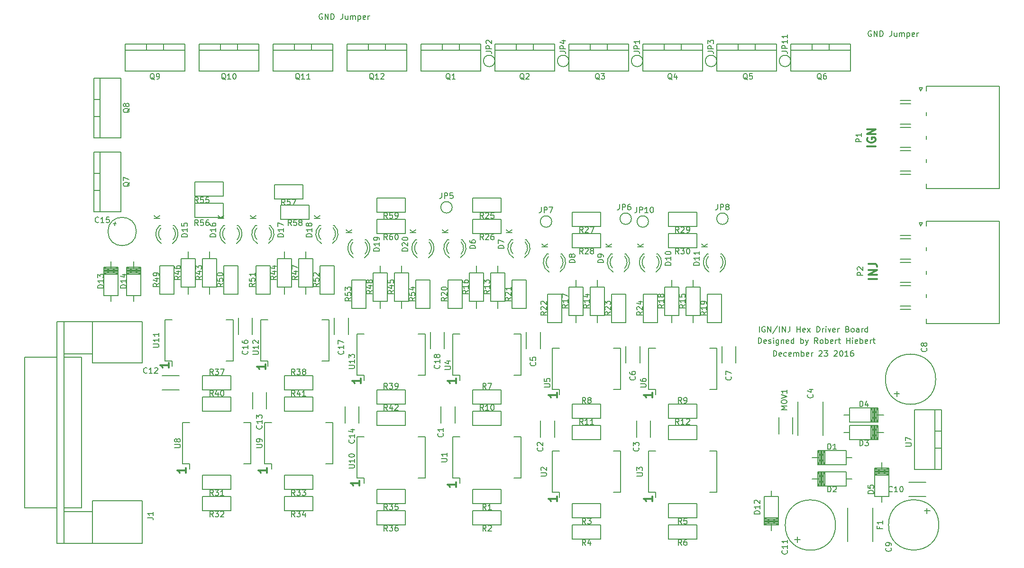
<source format=gbr>
G04 #@! TF.FileFunction,Legend,Top*
%FSLAX46Y46*%
G04 Gerber Fmt 4.6, Leading zero omitted, Abs format (unit mm)*
G04 Created by KiCad (PCBNEW 4.0.4-stable) date 12/24/16 13:41:41*
%MOMM*%
%LPD*%
G01*
G04 APERTURE LIST*
%ADD10C,0.100000*%
%ADD11C,0.300000*%
%ADD12C,0.190500*%
%ADD13C,0.150000*%
G04 APERTURE END LIST*
D10*
D11*
X221404571Y-87463143D02*
X219904571Y-87463143D01*
X221404571Y-86748857D02*
X219904571Y-86748857D01*
X221404571Y-85891714D01*
X219904571Y-85891714D01*
X219904571Y-84748857D02*
X220976000Y-84748857D01*
X221190286Y-84820285D01*
X221333143Y-84963142D01*
X221404571Y-85177428D01*
X221404571Y-85320285D01*
X221150571Y-63765714D02*
X219650571Y-63765714D01*
X219722000Y-62265714D02*
X219650571Y-62408571D01*
X219650571Y-62622857D01*
X219722000Y-62837142D01*
X219864857Y-62980000D01*
X220007714Y-63051428D01*
X220293429Y-63122857D01*
X220507714Y-63122857D01*
X220793429Y-63051428D01*
X220936286Y-62980000D01*
X221079143Y-62837142D01*
X221150571Y-62622857D01*
X221150571Y-62480000D01*
X221079143Y-62265714D01*
X221007714Y-62194285D01*
X220507714Y-62194285D01*
X220507714Y-62480000D01*
X221150571Y-61551428D02*
X219650571Y-61551428D01*
X221150571Y-60694285D01*
X219650571Y-60694285D01*
D12*
X220387334Y-43180000D02*
X220290572Y-43131619D01*
X220145429Y-43131619D01*
X220000287Y-43180000D01*
X219903525Y-43276762D01*
X219855144Y-43373524D01*
X219806763Y-43567048D01*
X219806763Y-43712190D01*
X219855144Y-43905714D01*
X219903525Y-44002476D01*
X220000287Y-44099238D01*
X220145429Y-44147619D01*
X220242191Y-44147619D01*
X220387334Y-44099238D01*
X220435715Y-44050857D01*
X220435715Y-43712190D01*
X220242191Y-43712190D01*
X220871144Y-44147619D02*
X220871144Y-43131619D01*
X221451715Y-44147619D01*
X221451715Y-43131619D01*
X221935525Y-44147619D02*
X221935525Y-43131619D01*
X222177430Y-43131619D01*
X222322572Y-43180000D01*
X222419334Y-43276762D01*
X222467715Y-43373524D01*
X222516096Y-43567048D01*
X222516096Y-43712190D01*
X222467715Y-43905714D01*
X222419334Y-44002476D01*
X222322572Y-44099238D01*
X222177430Y-44147619D01*
X221935525Y-44147619D01*
X224015905Y-43131619D02*
X224015905Y-43857333D01*
X223967525Y-44002476D01*
X223870763Y-44099238D01*
X223725620Y-44147619D01*
X223628858Y-44147619D01*
X224935143Y-43470286D02*
X224935143Y-44147619D01*
X224499715Y-43470286D02*
X224499715Y-44002476D01*
X224548096Y-44099238D01*
X224644858Y-44147619D01*
X224790000Y-44147619D01*
X224886762Y-44099238D01*
X224935143Y-44050857D01*
X225418953Y-44147619D02*
X225418953Y-43470286D01*
X225418953Y-43567048D02*
X225467334Y-43518667D01*
X225564096Y-43470286D01*
X225709238Y-43470286D01*
X225806000Y-43518667D01*
X225854381Y-43615429D01*
X225854381Y-44147619D01*
X225854381Y-43615429D02*
X225902762Y-43518667D01*
X225999524Y-43470286D01*
X226144667Y-43470286D01*
X226241429Y-43518667D01*
X226289810Y-43615429D01*
X226289810Y-44147619D01*
X226773620Y-43470286D02*
X226773620Y-44486286D01*
X226773620Y-43518667D02*
X226870382Y-43470286D01*
X227063905Y-43470286D01*
X227160667Y-43518667D01*
X227209048Y-43567048D01*
X227257429Y-43663810D01*
X227257429Y-43954095D01*
X227209048Y-44050857D01*
X227160667Y-44099238D01*
X227063905Y-44147619D01*
X226870382Y-44147619D01*
X226773620Y-44099238D01*
X228079905Y-44099238D02*
X227983143Y-44147619D01*
X227789620Y-44147619D01*
X227692858Y-44099238D01*
X227644477Y-44002476D01*
X227644477Y-43615429D01*
X227692858Y-43518667D01*
X227789620Y-43470286D01*
X227983143Y-43470286D01*
X228079905Y-43518667D01*
X228128286Y-43615429D01*
X228128286Y-43712190D01*
X227644477Y-43808952D01*
X228563715Y-44147619D02*
X228563715Y-43470286D01*
X228563715Y-43663810D02*
X228612096Y-43567048D01*
X228660477Y-43518667D01*
X228757239Y-43470286D01*
X228854000Y-43470286D01*
X122343334Y-40132000D02*
X122246572Y-40083619D01*
X122101429Y-40083619D01*
X121956287Y-40132000D01*
X121859525Y-40228762D01*
X121811144Y-40325524D01*
X121762763Y-40519048D01*
X121762763Y-40664190D01*
X121811144Y-40857714D01*
X121859525Y-40954476D01*
X121956287Y-41051238D01*
X122101429Y-41099619D01*
X122198191Y-41099619D01*
X122343334Y-41051238D01*
X122391715Y-41002857D01*
X122391715Y-40664190D01*
X122198191Y-40664190D01*
X122827144Y-41099619D02*
X122827144Y-40083619D01*
X123407715Y-41099619D01*
X123407715Y-40083619D01*
X123891525Y-41099619D02*
X123891525Y-40083619D01*
X124133430Y-40083619D01*
X124278572Y-40132000D01*
X124375334Y-40228762D01*
X124423715Y-40325524D01*
X124472096Y-40519048D01*
X124472096Y-40664190D01*
X124423715Y-40857714D01*
X124375334Y-40954476D01*
X124278572Y-41051238D01*
X124133430Y-41099619D01*
X123891525Y-41099619D01*
X125971905Y-40083619D02*
X125971905Y-40809333D01*
X125923525Y-40954476D01*
X125826763Y-41051238D01*
X125681620Y-41099619D01*
X125584858Y-41099619D01*
X126891143Y-40422286D02*
X126891143Y-41099619D01*
X126455715Y-40422286D02*
X126455715Y-40954476D01*
X126504096Y-41051238D01*
X126600858Y-41099619D01*
X126746000Y-41099619D01*
X126842762Y-41051238D01*
X126891143Y-41002857D01*
X127374953Y-41099619D02*
X127374953Y-40422286D01*
X127374953Y-40519048D02*
X127423334Y-40470667D01*
X127520096Y-40422286D01*
X127665238Y-40422286D01*
X127762000Y-40470667D01*
X127810381Y-40567429D01*
X127810381Y-41099619D01*
X127810381Y-40567429D02*
X127858762Y-40470667D01*
X127955524Y-40422286D01*
X128100667Y-40422286D01*
X128197429Y-40470667D01*
X128245810Y-40567429D01*
X128245810Y-41099619D01*
X128729620Y-40422286D02*
X128729620Y-41438286D01*
X128729620Y-40470667D02*
X128826382Y-40422286D01*
X129019905Y-40422286D01*
X129116667Y-40470667D01*
X129165048Y-40519048D01*
X129213429Y-40615810D01*
X129213429Y-40906095D01*
X129165048Y-41002857D01*
X129116667Y-41051238D01*
X129019905Y-41099619D01*
X128826382Y-41099619D01*
X128729620Y-41051238D01*
X130035905Y-41051238D02*
X129939143Y-41099619D01*
X129745620Y-41099619D01*
X129648858Y-41051238D01*
X129600477Y-40954476D01*
X129600477Y-40567429D01*
X129648858Y-40470667D01*
X129745620Y-40422286D01*
X129939143Y-40422286D01*
X130035905Y-40470667D01*
X130084286Y-40567429D01*
X130084286Y-40664190D01*
X129600477Y-40760952D01*
X130519715Y-41099619D02*
X130519715Y-40422286D01*
X130519715Y-40615810D02*
X130568096Y-40519048D01*
X130616477Y-40470667D01*
X130713239Y-40422286D01*
X130810000Y-40422286D01*
X200381811Y-96979619D02*
X200381811Y-95963619D01*
X201397811Y-96012000D02*
X201301049Y-95963619D01*
X201155906Y-95963619D01*
X201010764Y-96012000D01*
X200914002Y-96108762D01*
X200865621Y-96205524D01*
X200817240Y-96399048D01*
X200817240Y-96544190D01*
X200865621Y-96737714D01*
X200914002Y-96834476D01*
X201010764Y-96931238D01*
X201155906Y-96979619D01*
X201252668Y-96979619D01*
X201397811Y-96931238D01*
X201446192Y-96882857D01*
X201446192Y-96544190D01*
X201252668Y-96544190D01*
X201881621Y-96979619D02*
X201881621Y-95963619D01*
X202462192Y-96979619D01*
X202462192Y-95963619D01*
X203671716Y-95915238D02*
X202800859Y-97221524D01*
X204010383Y-96979619D02*
X204010383Y-95963619D01*
X204494193Y-96979619D02*
X204494193Y-95963619D01*
X205074764Y-96979619D01*
X205074764Y-95963619D01*
X205848859Y-95963619D02*
X205848859Y-96689333D01*
X205800479Y-96834476D01*
X205703717Y-96931238D01*
X205558574Y-96979619D01*
X205461812Y-96979619D01*
X207106764Y-96979619D02*
X207106764Y-95963619D01*
X207106764Y-96447429D02*
X207687335Y-96447429D01*
X207687335Y-96979619D02*
X207687335Y-95963619D01*
X208558192Y-96931238D02*
X208461430Y-96979619D01*
X208267907Y-96979619D01*
X208171145Y-96931238D01*
X208122764Y-96834476D01*
X208122764Y-96447429D01*
X208171145Y-96350667D01*
X208267907Y-96302286D01*
X208461430Y-96302286D01*
X208558192Y-96350667D01*
X208606573Y-96447429D01*
X208606573Y-96544190D01*
X208122764Y-96640952D01*
X208945240Y-96979619D02*
X209477430Y-96302286D01*
X208945240Y-96302286D02*
X209477430Y-96979619D01*
X210638573Y-96979619D02*
X210638573Y-95963619D01*
X210880478Y-95963619D01*
X211025620Y-96012000D01*
X211122382Y-96108762D01*
X211170763Y-96205524D01*
X211219144Y-96399048D01*
X211219144Y-96544190D01*
X211170763Y-96737714D01*
X211122382Y-96834476D01*
X211025620Y-96931238D01*
X210880478Y-96979619D01*
X210638573Y-96979619D01*
X211654573Y-96979619D02*
X211654573Y-96302286D01*
X211654573Y-96495810D02*
X211702954Y-96399048D01*
X211751335Y-96350667D01*
X211848097Y-96302286D01*
X211944858Y-96302286D01*
X212283525Y-96979619D02*
X212283525Y-96302286D01*
X212283525Y-95963619D02*
X212235144Y-96012000D01*
X212283525Y-96060381D01*
X212331906Y-96012000D01*
X212283525Y-95963619D01*
X212283525Y-96060381D01*
X212670573Y-96302286D02*
X212912478Y-96979619D01*
X213154382Y-96302286D01*
X213928477Y-96931238D02*
X213831715Y-96979619D01*
X213638192Y-96979619D01*
X213541430Y-96931238D01*
X213493049Y-96834476D01*
X213493049Y-96447429D01*
X213541430Y-96350667D01*
X213638192Y-96302286D01*
X213831715Y-96302286D01*
X213928477Y-96350667D01*
X213976858Y-96447429D01*
X213976858Y-96544190D01*
X213493049Y-96640952D01*
X214412287Y-96979619D02*
X214412287Y-96302286D01*
X214412287Y-96495810D02*
X214460668Y-96399048D01*
X214509049Y-96350667D01*
X214605811Y-96302286D01*
X214702572Y-96302286D01*
X216154000Y-96447429D02*
X216299143Y-96495810D01*
X216347524Y-96544190D01*
X216395905Y-96640952D01*
X216395905Y-96786095D01*
X216347524Y-96882857D01*
X216299143Y-96931238D01*
X216202381Y-96979619D01*
X215815334Y-96979619D01*
X215815334Y-95963619D01*
X216154000Y-95963619D01*
X216250762Y-96012000D01*
X216299143Y-96060381D01*
X216347524Y-96157143D01*
X216347524Y-96253905D01*
X216299143Y-96350667D01*
X216250762Y-96399048D01*
X216154000Y-96447429D01*
X215815334Y-96447429D01*
X216976477Y-96979619D02*
X216879715Y-96931238D01*
X216831334Y-96882857D01*
X216782953Y-96786095D01*
X216782953Y-96495810D01*
X216831334Y-96399048D01*
X216879715Y-96350667D01*
X216976477Y-96302286D01*
X217121619Y-96302286D01*
X217218381Y-96350667D01*
X217266762Y-96399048D01*
X217315143Y-96495810D01*
X217315143Y-96786095D01*
X217266762Y-96882857D01*
X217218381Y-96931238D01*
X217121619Y-96979619D01*
X216976477Y-96979619D01*
X218186000Y-96979619D02*
X218186000Y-96447429D01*
X218137619Y-96350667D01*
X218040857Y-96302286D01*
X217847334Y-96302286D01*
X217750572Y-96350667D01*
X218186000Y-96931238D02*
X218089238Y-96979619D01*
X217847334Y-96979619D01*
X217750572Y-96931238D01*
X217702191Y-96834476D01*
X217702191Y-96737714D01*
X217750572Y-96640952D01*
X217847334Y-96592571D01*
X218089238Y-96592571D01*
X218186000Y-96544190D01*
X218669810Y-96979619D02*
X218669810Y-96302286D01*
X218669810Y-96495810D02*
X218718191Y-96399048D01*
X218766572Y-96350667D01*
X218863334Y-96302286D01*
X218960095Y-96302286D01*
X219734190Y-96979619D02*
X219734190Y-95963619D01*
X219734190Y-96931238D02*
X219637428Y-96979619D01*
X219443905Y-96979619D01*
X219347143Y-96931238D01*
X219298762Y-96882857D01*
X219250381Y-96786095D01*
X219250381Y-96495810D01*
X219298762Y-96399048D01*
X219347143Y-96350667D01*
X219443905Y-96302286D01*
X219637428Y-96302286D01*
X219734190Y-96350667D01*
X200212478Y-99011619D02*
X200212478Y-97995619D01*
X200454383Y-97995619D01*
X200599525Y-98044000D01*
X200696287Y-98140762D01*
X200744668Y-98237524D01*
X200793049Y-98431048D01*
X200793049Y-98576190D01*
X200744668Y-98769714D01*
X200696287Y-98866476D01*
X200599525Y-98963238D01*
X200454383Y-99011619D01*
X200212478Y-99011619D01*
X201615525Y-98963238D02*
X201518763Y-99011619D01*
X201325240Y-99011619D01*
X201228478Y-98963238D01*
X201180097Y-98866476D01*
X201180097Y-98479429D01*
X201228478Y-98382667D01*
X201325240Y-98334286D01*
X201518763Y-98334286D01*
X201615525Y-98382667D01*
X201663906Y-98479429D01*
X201663906Y-98576190D01*
X201180097Y-98672952D01*
X202050954Y-98963238D02*
X202147716Y-99011619D01*
X202341240Y-99011619D01*
X202438001Y-98963238D01*
X202486382Y-98866476D01*
X202486382Y-98818095D01*
X202438001Y-98721333D01*
X202341240Y-98672952D01*
X202196097Y-98672952D01*
X202099335Y-98624571D01*
X202050954Y-98527810D01*
X202050954Y-98479429D01*
X202099335Y-98382667D01*
X202196097Y-98334286D01*
X202341240Y-98334286D01*
X202438001Y-98382667D01*
X202921811Y-99011619D02*
X202921811Y-98334286D01*
X202921811Y-97995619D02*
X202873430Y-98044000D01*
X202921811Y-98092381D01*
X202970192Y-98044000D01*
X202921811Y-97995619D01*
X202921811Y-98092381D01*
X203841049Y-98334286D02*
X203841049Y-99156762D01*
X203792668Y-99253524D01*
X203744287Y-99301905D01*
X203647526Y-99350286D01*
X203502383Y-99350286D01*
X203405621Y-99301905D01*
X203841049Y-98963238D02*
X203744287Y-99011619D01*
X203550764Y-99011619D01*
X203454002Y-98963238D01*
X203405621Y-98914857D01*
X203357240Y-98818095D01*
X203357240Y-98527810D01*
X203405621Y-98431048D01*
X203454002Y-98382667D01*
X203550764Y-98334286D01*
X203744287Y-98334286D01*
X203841049Y-98382667D01*
X204324859Y-98334286D02*
X204324859Y-99011619D01*
X204324859Y-98431048D02*
X204373240Y-98382667D01*
X204470002Y-98334286D01*
X204615144Y-98334286D01*
X204711906Y-98382667D01*
X204760287Y-98479429D01*
X204760287Y-99011619D01*
X205631144Y-98963238D02*
X205534382Y-99011619D01*
X205340859Y-99011619D01*
X205244097Y-98963238D01*
X205195716Y-98866476D01*
X205195716Y-98479429D01*
X205244097Y-98382667D01*
X205340859Y-98334286D01*
X205534382Y-98334286D01*
X205631144Y-98382667D01*
X205679525Y-98479429D01*
X205679525Y-98576190D01*
X205195716Y-98672952D01*
X206550382Y-99011619D02*
X206550382Y-97995619D01*
X206550382Y-98963238D02*
X206453620Y-99011619D01*
X206260097Y-99011619D01*
X206163335Y-98963238D01*
X206114954Y-98914857D01*
X206066573Y-98818095D01*
X206066573Y-98527810D01*
X206114954Y-98431048D01*
X206163335Y-98382667D01*
X206260097Y-98334286D01*
X206453620Y-98334286D01*
X206550382Y-98382667D01*
X207808287Y-99011619D02*
X207808287Y-97995619D01*
X207808287Y-98382667D02*
X207905049Y-98334286D01*
X208098572Y-98334286D01*
X208195334Y-98382667D01*
X208243715Y-98431048D01*
X208292096Y-98527810D01*
X208292096Y-98818095D01*
X208243715Y-98914857D01*
X208195334Y-98963238D01*
X208098572Y-99011619D01*
X207905049Y-99011619D01*
X207808287Y-98963238D01*
X208630763Y-98334286D02*
X208872668Y-99011619D01*
X209114572Y-98334286D02*
X208872668Y-99011619D01*
X208775906Y-99253524D01*
X208727525Y-99301905D01*
X208630763Y-99350286D01*
X210856286Y-99011619D02*
X210517620Y-98527810D01*
X210275715Y-99011619D02*
X210275715Y-97995619D01*
X210662762Y-97995619D01*
X210759524Y-98044000D01*
X210807905Y-98092381D01*
X210856286Y-98189143D01*
X210856286Y-98334286D01*
X210807905Y-98431048D01*
X210759524Y-98479429D01*
X210662762Y-98527810D01*
X210275715Y-98527810D01*
X211436858Y-99011619D02*
X211340096Y-98963238D01*
X211291715Y-98914857D01*
X211243334Y-98818095D01*
X211243334Y-98527810D01*
X211291715Y-98431048D01*
X211340096Y-98382667D01*
X211436858Y-98334286D01*
X211582000Y-98334286D01*
X211678762Y-98382667D01*
X211727143Y-98431048D01*
X211775524Y-98527810D01*
X211775524Y-98818095D01*
X211727143Y-98914857D01*
X211678762Y-98963238D01*
X211582000Y-99011619D01*
X211436858Y-99011619D01*
X212210953Y-99011619D02*
X212210953Y-97995619D01*
X212210953Y-98382667D02*
X212307715Y-98334286D01*
X212501238Y-98334286D01*
X212598000Y-98382667D01*
X212646381Y-98431048D01*
X212694762Y-98527810D01*
X212694762Y-98818095D01*
X212646381Y-98914857D01*
X212598000Y-98963238D01*
X212501238Y-99011619D01*
X212307715Y-99011619D01*
X212210953Y-98963238D01*
X213517238Y-98963238D02*
X213420476Y-99011619D01*
X213226953Y-99011619D01*
X213130191Y-98963238D01*
X213081810Y-98866476D01*
X213081810Y-98479429D01*
X213130191Y-98382667D01*
X213226953Y-98334286D01*
X213420476Y-98334286D01*
X213517238Y-98382667D01*
X213565619Y-98479429D01*
X213565619Y-98576190D01*
X213081810Y-98672952D01*
X214001048Y-99011619D02*
X214001048Y-98334286D01*
X214001048Y-98527810D02*
X214049429Y-98431048D01*
X214097810Y-98382667D01*
X214194572Y-98334286D01*
X214291333Y-98334286D01*
X214484857Y-98334286D02*
X214871905Y-98334286D01*
X214630000Y-97995619D02*
X214630000Y-98866476D01*
X214678381Y-98963238D01*
X214775143Y-99011619D01*
X214871905Y-99011619D01*
X215984666Y-99011619D02*
X215984666Y-97995619D01*
X215984666Y-98479429D02*
X216565237Y-98479429D01*
X216565237Y-99011619D02*
X216565237Y-97995619D01*
X217049047Y-99011619D02*
X217049047Y-98334286D01*
X217049047Y-97995619D02*
X217000666Y-98044000D01*
X217049047Y-98092381D01*
X217097428Y-98044000D01*
X217049047Y-97995619D01*
X217049047Y-98092381D01*
X217919904Y-98963238D02*
X217823142Y-99011619D01*
X217629619Y-99011619D01*
X217532857Y-98963238D01*
X217484476Y-98866476D01*
X217484476Y-98479429D01*
X217532857Y-98382667D01*
X217629619Y-98334286D01*
X217823142Y-98334286D01*
X217919904Y-98382667D01*
X217968285Y-98479429D01*
X217968285Y-98576190D01*
X217484476Y-98672952D01*
X218403714Y-99011619D02*
X218403714Y-97995619D01*
X218403714Y-98382667D02*
X218500476Y-98334286D01*
X218693999Y-98334286D01*
X218790761Y-98382667D01*
X218839142Y-98431048D01*
X218887523Y-98527810D01*
X218887523Y-98818095D01*
X218839142Y-98914857D01*
X218790761Y-98963238D01*
X218693999Y-99011619D01*
X218500476Y-99011619D01*
X218403714Y-98963238D01*
X219709999Y-98963238D02*
X219613237Y-99011619D01*
X219419714Y-99011619D01*
X219322952Y-98963238D01*
X219274571Y-98866476D01*
X219274571Y-98479429D01*
X219322952Y-98382667D01*
X219419714Y-98334286D01*
X219613237Y-98334286D01*
X219709999Y-98382667D01*
X219758380Y-98479429D01*
X219758380Y-98576190D01*
X219274571Y-98672952D01*
X220193809Y-99011619D02*
X220193809Y-98334286D01*
X220193809Y-98527810D02*
X220242190Y-98431048D01*
X220290571Y-98382667D01*
X220387333Y-98334286D01*
X220484094Y-98334286D01*
X220677618Y-98334286D02*
X221064666Y-98334286D01*
X220822761Y-97995619D02*
X220822761Y-98866476D01*
X220871142Y-98963238D01*
X220967904Y-99011619D01*
X221064666Y-99011619D01*
X202921811Y-101297619D02*
X202921811Y-100281619D01*
X203163716Y-100281619D01*
X203308858Y-100330000D01*
X203405620Y-100426762D01*
X203454001Y-100523524D01*
X203502382Y-100717048D01*
X203502382Y-100862190D01*
X203454001Y-101055714D01*
X203405620Y-101152476D01*
X203308858Y-101249238D01*
X203163716Y-101297619D01*
X202921811Y-101297619D01*
X204324858Y-101249238D02*
X204228096Y-101297619D01*
X204034573Y-101297619D01*
X203937811Y-101249238D01*
X203889430Y-101152476D01*
X203889430Y-100765429D01*
X203937811Y-100668667D01*
X204034573Y-100620286D01*
X204228096Y-100620286D01*
X204324858Y-100668667D01*
X204373239Y-100765429D01*
X204373239Y-100862190D01*
X203889430Y-100958952D01*
X205244096Y-101249238D02*
X205147334Y-101297619D01*
X204953811Y-101297619D01*
X204857049Y-101249238D01*
X204808668Y-101200857D01*
X204760287Y-101104095D01*
X204760287Y-100813810D01*
X204808668Y-100717048D01*
X204857049Y-100668667D01*
X204953811Y-100620286D01*
X205147334Y-100620286D01*
X205244096Y-100668667D01*
X206066572Y-101249238D02*
X205969810Y-101297619D01*
X205776287Y-101297619D01*
X205679525Y-101249238D01*
X205631144Y-101152476D01*
X205631144Y-100765429D01*
X205679525Y-100668667D01*
X205776287Y-100620286D01*
X205969810Y-100620286D01*
X206066572Y-100668667D01*
X206114953Y-100765429D01*
X206114953Y-100862190D01*
X205631144Y-100958952D01*
X206550382Y-101297619D02*
X206550382Y-100620286D01*
X206550382Y-100717048D02*
X206598763Y-100668667D01*
X206695525Y-100620286D01*
X206840667Y-100620286D01*
X206937429Y-100668667D01*
X206985810Y-100765429D01*
X206985810Y-101297619D01*
X206985810Y-100765429D02*
X207034191Y-100668667D01*
X207130953Y-100620286D01*
X207276096Y-100620286D01*
X207372858Y-100668667D01*
X207421239Y-100765429D01*
X207421239Y-101297619D01*
X207905049Y-101297619D02*
X207905049Y-100281619D01*
X207905049Y-100668667D02*
X208001811Y-100620286D01*
X208195334Y-100620286D01*
X208292096Y-100668667D01*
X208340477Y-100717048D01*
X208388858Y-100813810D01*
X208388858Y-101104095D01*
X208340477Y-101200857D01*
X208292096Y-101249238D01*
X208195334Y-101297619D01*
X208001811Y-101297619D01*
X207905049Y-101249238D01*
X209211334Y-101249238D02*
X209114572Y-101297619D01*
X208921049Y-101297619D01*
X208824287Y-101249238D01*
X208775906Y-101152476D01*
X208775906Y-100765429D01*
X208824287Y-100668667D01*
X208921049Y-100620286D01*
X209114572Y-100620286D01*
X209211334Y-100668667D01*
X209259715Y-100765429D01*
X209259715Y-100862190D01*
X208775906Y-100958952D01*
X209695144Y-101297619D02*
X209695144Y-100620286D01*
X209695144Y-100813810D02*
X209743525Y-100717048D01*
X209791906Y-100668667D01*
X209888668Y-100620286D01*
X209985429Y-100620286D01*
X211049810Y-100378381D02*
X211098191Y-100330000D01*
X211194953Y-100281619D01*
X211436857Y-100281619D01*
X211533619Y-100330000D01*
X211582000Y-100378381D01*
X211630381Y-100475143D01*
X211630381Y-100571905D01*
X211582000Y-100717048D01*
X211001429Y-101297619D01*
X211630381Y-101297619D01*
X211969048Y-100281619D02*
X212598000Y-100281619D01*
X212259334Y-100668667D01*
X212404476Y-100668667D01*
X212501238Y-100717048D01*
X212549619Y-100765429D01*
X212598000Y-100862190D01*
X212598000Y-101104095D01*
X212549619Y-101200857D01*
X212501238Y-101249238D01*
X212404476Y-101297619D01*
X212114191Y-101297619D01*
X212017429Y-101249238D01*
X211969048Y-101200857D01*
X213759143Y-100378381D02*
X213807524Y-100330000D01*
X213904286Y-100281619D01*
X214146190Y-100281619D01*
X214242952Y-100330000D01*
X214291333Y-100378381D01*
X214339714Y-100475143D01*
X214339714Y-100571905D01*
X214291333Y-100717048D01*
X213710762Y-101297619D01*
X214339714Y-101297619D01*
X214968667Y-100281619D02*
X215065428Y-100281619D01*
X215162190Y-100330000D01*
X215210571Y-100378381D01*
X215258952Y-100475143D01*
X215307333Y-100668667D01*
X215307333Y-100910571D01*
X215258952Y-101104095D01*
X215210571Y-101200857D01*
X215162190Y-101249238D01*
X215065428Y-101297619D01*
X214968667Y-101297619D01*
X214871905Y-101249238D01*
X214823524Y-101200857D01*
X214775143Y-101104095D01*
X214726762Y-100910571D01*
X214726762Y-100668667D01*
X214775143Y-100475143D01*
X214823524Y-100378381D01*
X214871905Y-100330000D01*
X214968667Y-100281619D01*
X216274952Y-101297619D02*
X215694381Y-101297619D01*
X215984667Y-101297619D02*
X215984667Y-100281619D01*
X215887905Y-100426762D01*
X215791143Y-100523524D01*
X215694381Y-100571905D01*
X217145809Y-100281619D02*
X216952286Y-100281619D01*
X216855524Y-100330000D01*
X216807143Y-100378381D01*
X216710381Y-100523524D01*
X216662000Y-100717048D01*
X216662000Y-101104095D01*
X216710381Y-101200857D01*
X216758762Y-101249238D01*
X216855524Y-101297619D01*
X217049047Y-101297619D01*
X217145809Y-101249238D01*
X217194190Y-101200857D01*
X217242571Y-101104095D01*
X217242571Y-100862190D01*
X217194190Y-100765429D01*
X217145809Y-100717048D01*
X217049047Y-100668667D01*
X216855524Y-100668667D01*
X216758762Y-100717048D01*
X216710381Y-100765429D01*
X216662000Y-100862190D01*
X202921811Y-101297619D02*
X202921811Y-100281619D01*
X203163716Y-100281619D01*
X203308858Y-100330000D01*
X203405620Y-100426762D01*
X203454001Y-100523524D01*
X203502382Y-100717048D01*
X203502382Y-100862190D01*
X203454001Y-101055714D01*
X203405620Y-101152476D01*
X203308858Y-101249238D01*
X203163716Y-101297619D01*
X202921811Y-101297619D01*
X204324858Y-101249238D02*
X204228096Y-101297619D01*
X204034573Y-101297619D01*
X203937811Y-101249238D01*
X203889430Y-101152476D01*
X203889430Y-100765429D01*
X203937811Y-100668667D01*
X204034573Y-100620286D01*
X204228096Y-100620286D01*
X204324858Y-100668667D01*
X204373239Y-100765429D01*
X204373239Y-100862190D01*
X203889430Y-100958952D01*
X205244096Y-101249238D02*
X205147334Y-101297619D01*
X204953811Y-101297619D01*
X204857049Y-101249238D01*
X204808668Y-101200857D01*
X204760287Y-101104095D01*
X204760287Y-100813810D01*
X204808668Y-100717048D01*
X204857049Y-100668667D01*
X204953811Y-100620286D01*
X205147334Y-100620286D01*
X205244096Y-100668667D01*
X206066572Y-101249238D02*
X205969810Y-101297619D01*
X205776287Y-101297619D01*
X205679525Y-101249238D01*
X205631144Y-101152476D01*
X205631144Y-100765429D01*
X205679525Y-100668667D01*
X205776287Y-100620286D01*
X205969810Y-100620286D01*
X206066572Y-100668667D01*
X206114953Y-100765429D01*
X206114953Y-100862190D01*
X205631144Y-100958952D01*
X206550382Y-101297619D02*
X206550382Y-100620286D01*
X206550382Y-100717048D02*
X206598763Y-100668667D01*
X206695525Y-100620286D01*
X206840667Y-100620286D01*
X206937429Y-100668667D01*
X206985810Y-100765429D01*
X206985810Y-101297619D01*
X206985810Y-100765429D02*
X207034191Y-100668667D01*
X207130953Y-100620286D01*
X207276096Y-100620286D01*
X207372858Y-100668667D01*
X207421239Y-100765429D01*
X207421239Y-101297619D01*
X207905049Y-101297619D02*
X207905049Y-100281619D01*
X207905049Y-100668667D02*
X208001811Y-100620286D01*
X208195334Y-100620286D01*
X208292096Y-100668667D01*
X208340477Y-100717048D01*
X208388858Y-100813810D01*
X208388858Y-101104095D01*
X208340477Y-101200857D01*
X208292096Y-101249238D01*
X208195334Y-101297619D01*
X208001811Y-101297619D01*
X207905049Y-101249238D01*
X209211334Y-101249238D02*
X209114572Y-101297619D01*
X208921049Y-101297619D01*
X208824287Y-101249238D01*
X208775906Y-101152476D01*
X208775906Y-100765429D01*
X208824287Y-100668667D01*
X208921049Y-100620286D01*
X209114572Y-100620286D01*
X209211334Y-100668667D01*
X209259715Y-100765429D01*
X209259715Y-100862190D01*
X208775906Y-100958952D01*
X209695144Y-101297619D02*
X209695144Y-100620286D01*
X209695144Y-100813810D02*
X209743525Y-100717048D01*
X209791906Y-100668667D01*
X209888668Y-100620286D01*
X209985429Y-100620286D01*
X211049810Y-100378381D02*
X211098191Y-100330000D01*
X211194953Y-100281619D01*
X211436857Y-100281619D01*
X211533619Y-100330000D01*
X211582000Y-100378381D01*
X211630381Y-100475143D01*
X211630381Y-100571905D01*
X211582000Y-100717048D01*
X211001429Y-101297619D01*
X211630381Y-101297619D01*
X211969048Y-100281619D02*
X212598000Y-100281619D01*
X212259334Y-100668667D01*
X212404476Y-100668667D01*
X212501238Y-100717048D01*
X212549619Y-100765429D01*
X212598000Y-100862190D01*
X212598000Y-101104095D01*
X212549619Y-101200857D01*
X212501238Y-101249238D01*
X212404476Y-101297619D01*
X212114191Y-101297619D01*
X212017429Y-101249238D01*
X211969048Y-101200857D01*
X213759143Y-100378381D02*
X213807524Y-100330000D01*
X213904286Y-100281619D01*
X214146190Y-100281619D01*
X214242952Y-100330000D01*
X214291333Y-100378381D01*
X214339714Y-100475143D01*
X214339714Y-100571905D01*
X214291333Y-100717048D01*
X213710762Y-101297619D01*
X214339714Y-101297619D01*
X214968667Y-100281619D02*
X215065428Y-100281619D01*
X215162190Y-100330000D01*
X215210571Y-100378381D01*
X215258952Y-100475143D01*
X215307333Y-100668667D01*
X215307333Y-100910571D01*
X215258952Y-101104095D01*
X215210571Y-101200857D01*
X215162190Y-101249238D01*
X215065428Y-101297619D01*
X214968667Y-101297619D01*
X214871905Y-101249238D01*
X214823524Y-101200857D01*
X214775143Y-101104095D01*
X214726762Y-100910571D01*
X214726762Y-100668667D01*
X214775143Y-100475143D01*
X214823524Y-100378381D01*
X214871905Y-100330000D01*
X214968667Y-100281619D01*
X216274952Y-101297619D02*
X215694381Y-101297619D01*
X215984667Y-101297619D02*
X215984667Y-100281619D01*
X215887905Y-100426762D01*
X215791143Y-100523524D01*
X215694381Y-100571905D01*
X217145809Y-100281619D02*
X216952286Y-100281619D01*
X216855524Y-100330000D01*
X216807143Y-100378381D01*
X216710381Y-100523524D01*
X216662000Y-100717048D01*
X216662000Y-101104095D01*
X216710381Y-101200857D01*
X216758762Y-101249238D01*
X216855524Y-101297619D01*
X217049047Y-101297619D01*
X217145809Y-101249238D01*
X217194190Y-101200857D01*
X217242571Y-101104095D01*
X217242571Y-100862190D01*
X217194190Y-100765429D01*
X217145809Y-100717048D01*
X217049047Y-100668667D01*
X216855524Y-100668667D01*
X216758762Y-100717048D01*
X216710381Y-100765429D01*
X216662000Y-100862190D01*
X200212478Y-99011619D02*
X200212478Y-97995619D01*
X200454383Y-97995619D01*
X200599525Y-98044000D01*
X200696287Y-98140762D01*
X200744668Y-98237524D01*
X200793049Y-98431048D01*
X200793049Y-98576190D01*
X200744668Y-98769714D01*
X200696287Y-98866476D01*
X200599525Y-98963238D01*
X200454383Y-99011619D01*
X200212478Y-99011619D01*
X201615525Y-98963238D02*
X201518763Y-99011619D01*
X201325240Y-99011619D01*
X201228478Y-98963238D01*
X201180097Y-98866476D01*
X201180097Y-98479429D01*
X201228478Y-98382667D01*
X201325240Y-98334286D01*
X201518763Y-98334286D01*
X201615525Y-98382667D01*
X201663906Y-98479429D01*
X201663906Y-98576190D01*
X201180097Y-98672952D01*
X202050954Y-98963238D02*
X202147716Y-99011619D01*
X202341240Y-99011619D01*
X202438001Y-98963238D01*
X202486382Y-98866476D01*
X202486382Y-98818095D01*
X202438001Y-98721333D01*
X202341240Y-98672952D01*
X202196097Y-98672952D01*
X202099335Y-98624571D01*
X202050954Y-98527810D01*
X202050954Y-98479429D01*
X202099335Y-98382667D01*
X202196097Y-98334286D01*
X202341240Y-98334286D01*
X202438001Y-98382667D01*
X202921811Y-99011619D02*
X202921811Y-98334286D01*
X202921811Y-97995619D02*
X202873430Y-98044000D01*
X202921811Y-98092381D01*
X202970192Y-98044000D01*
X202921811Y-97995619D01*
X202921811Y-98092381D01*
X203841049Y-98334286D02*
X203841049Y-99156762D01*
X203792668Y-99253524D01*
X203744287Y-99301905D01*
X203647526Y-99350286D01*
X203502383Y-99350286D01*
X203405621Y-99301905D01*
X203841049Y-98963238D02*
X203744287Y-99011619D01*
X203550764Y-99011619D01*
X203454002Y-98963238D01*
X203405621Y-98914857D01*
X203357240Y-98818095D01*
X203357240Y-98527810D01*
X203405621Y-98431048D01*
X203454002Y-98382667D01*
X203550764Y-98334286D01*
X203744287Y-98334286D01*
X203841049Y-98382667D01*
X204324859Y-98334286D02*
X204324859Y-99011619D01*
X204324859Y-98431048D02*
X204373240Y-98382667D01*
X204470002Y-98334286D01*
X204615144Y-98334286D01*
X204711906Y-98382667D01*
X204760287Y-98479429D01*
X204760287Y-99011619D01*
X205631144Y-98963238D02*
X205534382Y-99011619D01*
X205340859Y-99011619D01*
X205244097Y-98963238D01*
X205195716Y-98866476D01*
X205195716Y-98479429D01*
X205244097Y-98382667D01*
X205340859Y-98334286D01*
X205534382Y-98334286D01*
X205631144Y-98382667D01*
X205679525Y-98479429D01*
X205679525Y-98576190D01*
X205195716Y-98672952D01*
X206550382Y-99011619D02*
X206550382Y-97995619D01*
X206550382Y-98963238D02*
X206453620Y-99011619D01*
X206260097Y-99011619D01*
X206163335Y-98963238D01*
X206114954Y-98914857D01*
X206066573Y-98818095D01*
X206066573Y-98527810D01*
X206114954Y-98431048D01*
X206163335Y-98382667D01*
X206260097Y-98334286D01*
X206453620Y-98334286D01*
X206550382Y-98382667D01*
X207808287Y-99011619D02*
X207808287Y-97995619D01*
X207808287Y-98382667D02*
X207905049Y-98334286D01*
X208098572Y-98334286D01*
X208195334Y-98382667D01*
X208243715Y-98431048D01*
X208292096Y-98527810D01*
X208292096Y-98818095D01*
X208243715Y-98914857D01*
X208195334Y-98963238D01*
X208098572Y-99011619D01*
X207905049Y-99011619D01*
X207808287Y-98963238D01*
X208630763Y-98334286D02*
X208872668Y-99011619D01*
X209114572Y-98334286D02*
X208872668Y-99011619D01*
X208775906Y-99253524D01*
X208727525Y-99301905D01*
X208630763Y-99350286D01*
X210856286Y-99011619D02*
X210517620Y-98527810D01*
X210275715Y-99011619D02*
X210275715Y-97995619D01*
X210662762Y-97995619D01*
X210759524Y-98044000D01*
X210807905Y-98092381D01*
X210856286Y-98189143D01*
X210856286Y-98334286D01*
X210807905Y-98431048D01*
X210759524Y-98479429D01*
X210662762Y-98527810D01*
X210275715Y-98527810D01*
X211436858Y-99011619D02*
X211340096Y-98963238D01*
X211291715Y-98914857D01*
X211243334Y-98818095D01*
X211243334Y-98527810D01*
X211291715Y-98431048D01*
X211340096Y-98382667D01*
X211436858Y-98334286D01*
X211582000Y-98334286D01*
X211678762Y-98382667D01*
X211727143Y-98431048D01*
X211775524Y-98527810D01*
X211775524Y-98818095D01*
X211727143Y-98914857D01*
X211678762Y-98963238D01*
X211582000Y-99011619D01*
X211436858Y-99011619D01*
X212210953Y-99011619D02*
X212210953Y-97995619D01*
X212210953Y-98382667D02*
X212307715Y-98334286D01*
X212501238Y-98334286D01*
X212598000Y-98382667D01*
X212646381Y-98431048D01*
X212694762Y-98527810D01*
X212694762Y-98818095D01*
X212646381Y-98914857D01*
X212598000Y-98963238D01*
X212501238Y-99011619D01*
X212307715Y-99011619D01*
X212210953Y-98963238D01*
X213517238Y-98963238D02*
X213420476Y-99011619D01*
X213226953Y-99011619D01*
X213130191Y-98963238D01*
X213081810Y-98866476D01*
X213081810Y-98479429D01*
X213130191Y-98382667D01*
X213226953Y-98334286D01*
X213420476Y-98334286D01*
X213517238Y-98382667D01*
X213565619Y-98479429D01*
X213565619Y-98576190D01*
X213081810Y-98672952D01*
X214001048Y-99011619D02*
X214001048Y-98334286D01*
X214001048Y-98527810D02*
X214049429Y-98431048D01*
X214097810Y-98382667D01*
X214194572Y-98334286D01*
X214291333Y-98334286D01*
X214484857Y-98334286D02*
X214871905Y-98334286D01*
X214630000Y-97995619D02*
X214630000Y-98866476D01*
X214678381Y-98963238D01*
X214775143Y-99011619D01*
X214871905Y-99011619D01*
X215984666Y-99011619D02*
X215984666Y-97995619D01*
X215984666Y-98479429D02*
X216565237Y-98479429D01*
X216565237Y-99011619D02*
X216565237Y-97995619D01*
X217049047Y-99011619D02*
X217049047Y-98334286D01*
X217049047Y-97995619D02*
X217000666Y-98044000D01*
X217049047Y-98092381D01*
X217097428Y-98044000D01*
X217049047Y-97995619D01*
X217049047Y-98092381D01*
X217919904Y-98963238D02*
X217823142Y-99011619D01*
X217629619Y-99011619D01*
X217532857Y-98963238D01*
X217484476Y-98866476D01*
X217484476Y-98479429D01*
X217532857Y-98382667D01*
X217629619Y-98334286D01*
X217823142Y-98334286D01*
X217919904Y-98382667D01*
X217968285Y-98479429D01*
X217968285Y-98576190D01*
X217484476Y-98672952D01*
X218403714Y-99011619D02*
X218403714Y-97995619D01*
X218403714Y-98382667D02*
X218500476Y-98334286D01*
X218693999Y-98334286D01*
X218790761Y-98382667D01*
X218839142Y-98431048D01*
X218887523Y-98527810D01*
X218887523Y-98818095D01*
X218839142Y-98914857D01*
X218790761Y-98963238D01*
X218693999Y-99011619D01*
X218500476Y-99011619D01*
X218403714Y-98963238D01*
X219709999Y-98963238D02*
X219613237Y-99011619D01*
X219419714Y-99011619D01*
X219322952Y-98963238D01*
X219274571Y-98866476D01*
X219274571Y-98479429D01*
X219322952Y-98382667D01*
X219419714Y-98334286D01*
X219613237Y-98334286D01*
X219709999Y-98382667D01*
X219758380Y-98479429D01*
X219758380Y-98576190D01*
X219274571Y-98672952D01*
X220193809Y-99011619D02*
X220193809Y-98334286D01*
X220193809Y-98527810D02*
X220242190Y-98431048D01*
X220290571Y-98382667D01*
X220387333Y-98334286D01*
X220484094Y-98334286D01*
X220677618Y-98334286D02*
X221064666Y-98334286D01*
X220822761Y-97995619D02*
X220822761Y-98866476D01*
X220871142Y-98963238D01*
X220967904Y-99011619D01*
X221064666Y-99011619D01*
X200381811Y-96979619D02*
X200381811Y-95963619D01*
X201397811Y-96012000D02*
X201301049Y-95963619D01*
X201155906Y-95963619D01*
X201010764Y-96012000D01*
X200914002Y-96108762D01*
X200865621Y-96205524D01*
X200817240Y-96399048D01*
X200817240Y-96544190D01*
X200865621Y-96737714D01*
X200914002Y-96834476D01*
X201010764Y-96931238D01*
X201155906Y-96979619D01*
X201252668Y-96979619D01*
X201397811Y-96931238D01*
X201446192Y-96882857D01*
X201446192Y-96544190D01*
X201252668Y-96544190D01*
X201881621Y-96979619D02*
X201881621Y-95963619D01*
X202462192Y-96979619D01*
X202462192Y-95963619D01*
X203671716Y-95915238D02*
X202800859Y-97221524D01*
X204010383Y-96979619D02*
X204010383Y-95963619D01*
X204494193Y-96979619D02*
X204494193Y-95963619D01*
X205074764Y-96979619D01*
X205074764Y-95963619D01*
X205848859Y-95963619D02*
X205848859Y-96689333D01*
X205800479Y-96834476D01*
X205703717Y-96931238D01*
X205558574Y-96979619D01*
X205461812Y-96979619D01*
X207106764Y-96979619D02*
X207106764Y-95963619D01*
X207106764Y-96447429D02*
X207687335Y-96447429D01*
X207687335Y-96979619D02*
X207687335Y-95963619D01*
X208558192Y-96931238D02*
X208461430Y-96979619D01*
X208267907Y-96979619D01*
X208171145Y-96931238D01*
X208122764Y-96834476D01*
X208122764Y-96447429D01*
X208171145Y-96350667D01*
X208267907Y-96302286D01*
X208461430Y-96302286D01*
X208558192Y-96350667D01*
X208606573Y-96447429D01*
X208606573Y-96544190D01*
X208122764Y-96640952D01*
X208945240Y-96979619D02*
X209477430Y-96302286D01*
X208945240Y-96302286D02*
X209477430Y-96979619D01*
X210638573Y-96979619D02*
X210638573Y-95963619D01*
X210880478Y-95963619D01*
X211025620Y-96012000D01*
X211122382Y-96108762D01*
X211170763Y-96205524D01*
X211219144Y-96399048D01*
X211219144Y-96544190D01*
X211170763Y-96737714D01*
X211122382Y-96834476D01*
X211025620Y-96931238D01*
X210880478Y-96979619D01*
X210638573Y-96979619D01*
X211654573Y-96979619D02*
X211654573Y-96302286D01*
X211654573Y-96495810D02*
X211702954Y-96399048D01*
X211751335Y-96350667D01*
X211848097Y-96302286D01*
X211944858Y-96302286D01*
X212283525Y-96979619D02*
X212283525Y-96302286D01*
X212283525Y-95963619D02*
X212235144Y-96012000D01*
X212283525Y-96060381D01*
X212331906Y-96012000D01*
X212283525Y-95963619D01*
X212283525Y-96060381D01*
X212670573Y-96302286D02*
X212912478Y-96979619D01*
X213154382Y-96302286D01*
X213928477Y-96931238D02*
X213831715Y-96979619D01*
X213638192Y-96979619D01*
X213541430Y-96931238D01*
X213493049Y-96834476D01*
X213493049Y-96447429D01*
X213541430Y-96350667D01*
X213638192Y-96302286D01*
X213831715Y-96302286D01*
X213928477Y-96350667D01*
X213976858Y-96447429D01*
X213976858Y-96544190D01*
X213493049Y-96640952D01*
X214412287Y-96979619D02*
X214412287Y-96302286D01*
X214412287Y-96495810D02*
X214460668Y-96399048D01*
X214509049Y-96350667D01*
X214605811Y-96302286D01*
X214702572Y-96302286D01*
X216154000Y-96447429D02*
X216299143Y-96495810D01*
X216347524Y-96544190D01*
X216395905Y-96640952D01*
X216395905Y-96786095D01*
X216347524Y-96882857D01*
X216299143Y-96931238D01*
X216202381Y-96979619D01*
X215815334Y-96979619D01*
X215815334Y-95963619D01*
X216154000Y-95963619D01*
X216250762Y-96012000D01*
X216299143Y-96060381D01*
X216347524Y-96157143D01*
X216347524Y-96253905D01*
X216299143Y-96350667D01*
X216250762Y-96399048D01*
X216154000Y-96447429D01*
X215815334Y-96447429D01*
X216976477Y-96979619D02*
X216879715Y-96931238D01*
X216831334Y-96882857D01*
X216782953Y-96786095D01*
X216782953Y-96495810D01*
X216831334Y-96399048D01*
X216879715Y-96350667D01*
X216976477Y-96302286D01*
X217121619Y-96302286D01*
X217218381Y-96350667D01*
X217266762Y-96399048D01*
X217315143Y-96495810D01*
X217315143Y-96786095D01*
X217266762Y-96882857D01*
X217218381Y-96931238D01*
X217121619Y-96979619D01*
X216976477Y-96979619D01*
X218186000Y-96979619D02*
X218186000Y-96447429D01*
X218137619Y-96350667D01*
X218040857Y-96302286D01*
X217847334Y-96302286D01*
X217750572Y-96350667D01*
X218186000Y-96931238D02*
X218089238Y-96979619D01*
X217847334Y-96979619D01*
X217750572Y-96931238D01*
X217702191Y-96834476D01*
X217702191Y-96737714D01*
X217750572Y-96640952D01*
X217847334Y-96592571D01*
X218089238Y-96592571D01*
X218186000Y-96544190D01*
X218669810Y-96979619D02*
X218669810Y-96302286D01*
X218669810Y-96495810D02*
X218718191Y-96399048D01*
X218766572Y-96350667D01*
X218863334Y-96302286D01*
X218960095Y-96302286D01*
X219734190Y-96979619D02*
X219734190Y-95963619D01*
X219734190Y-96931238D02*
X219637428Y-96979619D01*
X219443905Y-96979619D01*
X219347143Y-96931238D01*
X219298762Y-96882857D01*
X219250381Y-96786095D01*
X219250381Y-96495810D01*
X219298762Y-96399048D01*
X219347143Y-96350667D01*
X219443905Y-96302286D01*
X219637428Y-96302286D01*
X219734190Y-96350667D01*
D11*
X94912571Y-102441428D02*
X94912571Y-103298571D01*
X94912571Y-102869999D02*
X93412571Y-102869999D01*
X93626857Y-103012856D01*
X93769714Y-103155714D01*
X93841143Y-103298571D01*
X112184571Y-102695428D02*
X112184571Y-103552571D01*
X112184571Y-103123999D02*
X110684571Y-103123999D01*
X110898857Y-103266856D01*
X111041714Y-103409714D01*
X111113143Y-103552571D01*
X129202571Y-105235428D02*
X129202571Y-106092571D01*
X129202571Y-105663999D02*
X127702571Y-105663999D01*
X127916857Y-105806856D01*
X128059714Y-105949714D01*
X128131143Y-106092571D01*
X146220571Y-105235428D02*
X146220571Y-106092571D01*
X146220571Y-105663999D02*
X144720571Y-105663999D01*
X144934857Y-105806856D01*
X145077714Y-105949714D01*
X145149143Y-106092571D01*
X97960571Y-121237428D02*
X97960571Y-122094571D01*
X97960571Y-121665999D02*
X96460571Y-121665999D01*
X96674857Y-121808856D01*
X96817714Y-121951714D01*
X96889143Y-122094571D01*
X112438571Y-121237428D02*
X112438571Y-122094571D01*
X112438571Y-121665999D02*
X110938571Y-121665999D01*
X111152857Y-121808856D01*
X111295714Y-121951714D01*
X111367143Y-122094571D01*
X128948571Y-123523428D02*
X128948571Y-124380571D01*
X128948571Y-123951999D02*
X127448571Y-123951999D01*
X127662857Y-124094856D01*
X127805714Y-124237714D01*
X127877143Y-124380571D01*
X146220571Y-123777428D02*
X146220571Y-124634571D01*
X146220571Y-124205999D02*
X144720571Y-124205999D01*
X144934857Y-124348856D01*
X145077714Y-124491714D01*
X145149143Y-124634571D01*
X164254571Y-126317428D02*
X164254571Y-127174571D01*
X164254571Y-126745999D02*
X162754571Y-126745999D01*
X162968857Y-126888856D01*
X163111714Y-127031714D01*
X163183143Y-127174571D01*
X181272571Y-126317428D02*
X181272571Y-127174571D01*
X181272571Y-126745999D02*
X179772571Y-126745999D01*
X179986857Y-126888856D01*
X180129714Y-127031714D01*
X180201143Y-127174571D01*
X164254571Y-107775428D02*
X164254571Y-108632571D01*
X164254571Y-108203999D02*
X162754571Y-108203999D01*
X162968857Y-108346856D01*
X163111714Y-108489714D01*
X163183143Y-108632571D01*
X181272571Y-107775428D02*
X181272571Y-108632571D01*
X181272571Y-108203999D02*
X179772571Y-108203999D01*
X179986857Y-108346856D01*
X180129714Y-108489714D01*
X180201143Y-108632571D01*
D13*
X76200000Y-95123000D02*
X76200000Y-134747000D01*
X74930000Y-95123000D02*
X74930000Y-134747000D01*
X79375000Y-101473000D02*
X79375000Y-128397000D01*
X69215000Y-128397000D02*
X69215000Y-101473000D01*
X74930000Y-101473000D02*
X69215000Y-101473000D01*
X79375000Y-101473000D02*
X76200000Y-101473000D01*
X81280000Y-100838000D02*
X76200000Y-100838000D01*
X81280000Y-102489000D02*
X81280000Y-95123000D01*
X90170000Y-102489000D02*
X81280000Y-102489000D01*
X90170000Y-95123000D02*
X90170000Y-102489000D01*
X90170000Y-95123000D02*
X74930000Y-95123000D01*
X76200000Y-129032000D02*
X81280000Y-129032000D01*
X81280000Y-127127000D02*
X90170000Y-127127000D01*
X90170000Y-134747000D02*
X76200000Y-134747000D01*
X81280000Y-134747000D02*
X81280000Y-127127000D01*
X79375000Y-128397000D02*
X76200000Y-128397000D01*
X69215000Y-128397000D02*
X74930000Y-128397000D01*
X74930000Y-134747000D02*
X76200000Y-134747000D01*
X90170000Y-134747000D02*
X90170000Y-127127000D01*
X205994000Y-48514000D02*
G75*
G03X205994000Y-48514000I-1016000J0D01*
G01*
X180594000Y-77216000D02*
G75*
G03X180594000Y-77216000I-1016000J0D01*
G01*
X194818000Y-76708000D02*
G75*
G03X194818000Y-76708000I-1016000J0D01*
G01*
X163322000Y-77216000D02*
G75*
G03X163322000Y-77216000I-1016000J0D01*
G01*
X177546000Y-76708000D02*
G75*
G03X177546000Y-76708000I-1016000J0D01*
G01*
X145542000Y-74676000D02*
G75*
G03X145542000Y-74676000I-1016000J0D01*
G01*
X166370000Y-48514000D02*
G75*
G03X166370000Y-48514000I-1016000J0D01*
G01*
X192786000Y-48514000D02*
G75*
G03X192786000Y-48514000I-1016000J0D01*
G01*
X153162000Y-48514000D02*
G75*
G03X153162000Y-48514000I-1016000J0D01*
G01*
X179578000Y-48514000D02*
G75*
G03X179578000Y-48514000I-1016000J0D01*
G01*
X85324000Y-77244000D02*
X85304000Y-77904000D01*
X85304000Y-77904000D02*
X85304000Y-77924000D01*
X85054000Y-77574000D02*
X85554000Y-77574000D01*
X89131500Y-78994000D02*
G75*
G03X89131500Y-78994000I-2537500J0D01*
G01*
X224490000Y-107990000D02*
X225380000Y-108020000D01*
X225380000Y-108020000D02*
X225380000Y-107990000D01*
X224960000Y-108470000D02*
X224960000Y-107550000D01*
X231891347Y-105400000D02*
G75*
G03X231891347Y-105400000I-4491347J0D01*
G01*
X230885000Y-128885000D02*
X229885000Y-128885000D01*
X230335000Y-128465000D02*
X230335000Y-129385000D01*
X232455401Y-131435000D02*
G75*
G03X232455401Y-131435000I-4490401J0D01*
G01*
X206660000Y-134035000D02*
X207660000Y-134055000D01*
X207170000Y-134545000D02*
X207170000Y-133545000D01*
X214008589Y-131465000D02*
G75*
G03X214008589Y-131465000I-4498589J0D01*
G01*
X146030000Y-110240000D02*
X146030000Y-113240000D01*
X143530000Y-113240000D02*
X143530000Y-110240000D01*
X163810000Y-112780000D02*
X163810000Y-115780000D01*
X161310000Y-115780000D02*
X161310000Y-112780000D01*
X180955000Y-112780000D02*
X180955000Y-115780000D01*
X178455000Y-115780000D02*
X178455000Y-112780000D01*
X207300000Y-115435000D02*
X207300000Y-109435000D01*
X211800000Y-109435000D02*
X211800000Y-115435000D01*
X158770000Y-99945000D02*
X158770000Y-96945000D01*
X161270000Y-96945000D02*
X161270000Y-99945000D01*
X176550000Y-102485000D02*
X176550000Y-99485000D01*
X179050000Y-99485000D02*
X179050000Y-102485000D01*
X193695000Y-102485000D02*
X193695000Y-99485000D01*
X196195000Y-99485000D02*
X196195000Y-102485000D01*
X230120000Y-126345000D02*
X227120000Y-126345000D01*
X227120000Y-123845000D02*
X230120000Y-123845000D01*
X96770000Y-107295000D02*
X93770000Y-107295000D01*
X93770000Y-104795000D02*
X96770000Y-104795000D01*
X112375000Y-107700000D02*
X112375000Y-110700000D01*
X109875000Y-110700000D02*
X109875000Y-107700000D01*
X128885000Y-110240000D02*
X128885000Y-113240000D01*
X126385000Y-113240000D02*
X126385000Y-110240000D01*
X107335000Y-97405000D02*
X107335000Y-94405000D01*
X109835000Y-94405000D02*
X109835000Y-97405000D01*
X124480000Y-97405000D02*
X124480000Y-94405000D01*
X126980000Y-94405000D02*
X126980000Y-97405000D01*
X141625000Y-99945000D02*
X141625000Y-96945000D01*
X144125000Y-96945000D02*
X144125000Y-99945000D01*
X215900000Y-119377460D02*
X216916000Y-119377460D01*
X211074000Y-119377460D02*
X209804000Y-119377460D01*
X211328000Y-118107460D02*
X211328000Y-120647460D01*
X211582000Y-118107460D02*
X211582000Y-120647460D01*
X211836000Y-118107460D02*
X211836000Y-120647460D01*
X211074000Y-118107460D02*
X211074000Y-120647460D01*
X212090000Y-118107460D02*
X210820000Y-120647460D01*
X210820000Y-118107460D02*
X212090000Y-120647460D01*
X212090000Y-118107460D02*
X212090000Y-120647460D01*
X211455000Y-118107460D02*
X211455000Y-120647460D01*
X210820000Y-120647460D02*
X210820000Y-118107460D01*
X210820000Y-118107460D02*
X215900000Y-118107460D01*
X215900000Y-118107460D02*
X215900000Y-120647460D01*
X215900000Y-120647460D02*
X210820000Y-120647460D01*
X215900000Y-123187460D02*
X216916000Y-123187460D01*
X211074000Y-123187460D02*
X209804000Y-123187460D01*
X211328000Y-121917460D02*
X211328000Y-124457460D01*
X211582000Y-121917460D02*
X211582000Y-124457460D01*
X211836000Y-121917460D02*
X211836000Y-124457460D01*
X211074000Y-121917460D02*
X211074000Y-124457460D01*
X212090000Y-121917460D02*
X210820000Y-124457460D01*
X210820000Y-121917460D02*
X212090000Y-124457460D01*
X212090000Y-121917460D02*
X212090000Y-124457460D01*
X211455000Y-121917460D02*
X211455000Y-124457460D01*
X210820000Y-124457460D02*
X210820000Y-121917460D01*
X210820000Y-121917460D02*
X215900000Y-121917460D01*
X215900000Y-121917460D02*
X215900000Y-124457460D01*
X215900000Y-124457460D02*
X210820000Y-124457460D01*
X216535000Y-114937540D02*
X215519000Y-114937540D01*
X221361000Y-114937540D02*
X222631000Y-114937540D01*
X221107000Y-116207540D02*
X221107000Y-113667540D01*
X220853000Y-116207540D02*
X220853000Y-113667540D01*
X220599000Y-116207540D02*
X220599000Y-113667540D01*
X221361000Y-116207540D02*
X221361000Y-113667540D01*
X220345000Y-116207540D02*
X221615000Y-113667540D01*
X221615000Y-116207540D02*
X220345000Y-113667540D01*
X220345000Y-116207540D02*
X220345000Y-113667540D01*
X220980000Y-116207540D02*
X220980000Y-113667540D01*
X221615000Y-113667540D02*
X221615000Y-116207540D01*
X221615000Y-116207540D02*
X216535000Y-116207540D01*
X216535000Y-116207540D02*
X216535000Y-113667540D01*
X216535000Y-113667540D02*
X221615000Y-113667540D01*
X216535000Y-111762540D02*
X215519000Y-111762540D01*
X221361000Y-111762540D02*
X222631000Y-111762540D01*
X221107000Y-113032540D02*
X221107000Y-110492540D01*
X220853000Y-113032540D02*
X220853000Y-110492540D01*
X220599000Y-113032540D02*
X220599000Y-110492540D01*
X221361000Y-113032540D02*
X221361000Y-110492540D01*
X220345000Y-113032540D02*
X221615000Y-110492540D01*
X221615000Y-113032540D02*
X220345000Y-110492540D01*
X220345000Y-113032540D02*
X220345000Y-110492540D01*
X220980000Y-113032540D02*
X220980000Y-110492540D01*
X221615000Y-110492540D02*
X221615000Y-113032540D01*
X221615000Y-113032540D02*
X216535000Y-113032540D01*
X216535000Y-113032540D02*
X216535000Y-110492540D01*
X216535000Y-110492540D02*
X221615000Y-110492540D01*
X144736000Y-80446000D02*
X144936000Y-80446000D01*
X147330000Y-80446000D02*
X147150000Y-80446000D01*
X147019643Y-83673744D02*
G75*
G03X147336000Y-80446000I-1003643J1727744D01*
G01*
X147149068Y-82998006D02*
G75*
G03X147150000Y-80895000I-1133068J1052006D01*
G01*
X144709274Y-80458780D02*
G75*
G03X145056000Y-83696000I1306726J-1497220D01*
G01*
X144936747Y-80932111D02*
G75*
G03X144956000Y-82980000I1079253J-1013889D01*
G01*
X156166000Y-80446000D02*
X156366000Y-80446000D01*
X158760000Y-80446000D02*
X158580000Y-80446000D01*
X158449643Y-83673744D02*
G75*
G03X158766000Y-80446000I-1003643J1727744D01*
G01*
X158579068Y-82998006D02*
G75*
G03X158580000Y-80895000I-1133068J1052006D01*
G01*
X156139274Y-80458780D02*
G75*
G03X156486000Y-83696000I1306726J-1497220D01*
G01*
X156366747Y-80932111D02*
G75*
G03X156386000Y-82980000I1079253J-1013889D01*
G01*
X162516000Y-82986000D02*
X162716000Y-82986000D01*
X165110000Y-82986000D02*
X164930000Y-82986000D01*
X164799643Y-86213744D02*
G75*
G03X165116000Y-82986000I-1003643J1727744D01*
G01*
X164929068Y-85538006D02*
G75*
G03X164930000Y-83435000I-1133068J1052006D01*
G01*
X162489274Y-82998780D02*
G75*
G03X162836000Y-86236000I1306726J-1497220D01*
G01*
X162716747Y-83472111D02*
G75*
G03X162736000Y-85520000I1079253J-1013889D01*
G01*
X173946000Y-82986000D02*
X174146000Y-82986000D01*
X176540000Y-82986000D02*
X176360000Y-82986000D01*
X176229643Y-86213744D02*
G75*
G03X176546000Y-82986000I-1003643J1727744D01*
G01*
X176359068Y-85538006D02*
G75*
G03X176360000Y-83435000I-1133068J1052006D01*
G01*
X173919274Y-82998780D02*
G75*
G03X174266000Y-86236000I1306726J-1497220D01*
G01*
X174146747Y-83472111D02*
G75*
G03X174166000Y-85520000I1079253J-1013889D01*
G01*
X179661000Y-82986000D02*
X179861000Y-82986000D01*
X182255000Y-82986000D02*
X182075000Y-82986000D01*
X181944643Y-86213744D02*
G75*
G03X182261000Y-82986000I-1003643J1727744D01*
G01*
X182074068Y-85538006D02*
G75*
G03X182075000Y-83435000I-1133068J1052006D01*
G01*
X179634274Y-82998780D02*
G75*
G03X179981000Y-86236000I1306726J-1497220D01*
G01*
X179861747Y-83472111D02*
G75*
G03X179881000Y-85520000I1079253J-1013889D01*
G01*
X191091000Y-82986000D02*
X191291000Y-82986000D01*
X193685000Y-82986000D02*
X193505000Y-82986000D01*
X193374643Y-86213744D02*
G75*
G03X193691000Y-82986000I-1003643J1727744D01*
G01*
X193504068Y-85538006D02*
G75*
G03X193505000Y-83435000I-1133068J1052006D01*
G01*
X191064274Y-82998780D02*
G75*
G03X191411000Y-86236000I1306726J-1497220D01*
G01*
X191291747Y-83472111D02*
G75*
G03X191311000Y-85520000I1079253J-1013889D01*
G01*
X202562460Y-126365000D02*
X202562460Y-125349000D01*
X202562460Y-131191000D02*
X202562460Y-132461000D01*
X201292460Y-130937000D02*
X203832460Y-130937000D01*
X201292460Y-130683000D02*
X203832460Y-130683000D01*
X201292460Y-130429000D02*
X203832460Y-130429000D01*
X201292460Y-131191000D02*
X203832460Y-131191000D01*
X201292460Y-130175000D02*
X203832460Y-131445000D01*
X201292460Y-131445000D02*
X203832460Y-130175000D01*
X201292460Y-130175000D02*
X203832460Y-130175000D01*
X201292460Y-130810000D02*
X203832460Y-130810000D01*
X203832460Y-131445000D02*
X201292460Y-131445000D01*
X201292460Y-131445000D02*
X201292460Y-126365000D01*
X201292460Y-126365000D02*
X203832460Y-126365000D01*
X203832460Y-126365000D02*
X203832460Y-131445000D01*
X84584540Y-90424000D02*
X84584540Y-91440000D01*
X84584540Y-85598000D02*
X84584540Y-84328000D01*
X85854540Y-85852000D02*
X83314540Y-85852000D01*
X85854540Y-86106000D02*
X83314540Y-86106000D01*
X85854540Y-86360000D02*
X83314540Y-86360000D01*
X85854540Y-85598000D02*
X83314540Y-85598000D01*
X85854540Y-86614000D02*
X83314540Y-85344000D01*
X85854540Y-85344000D02*
X83314540Y-86614000D01*
X85854540Y-86614000D02*
X83314540Y-86614000D01*
X85854540Y-85979000D02*
X83314540Y-85979000D01*
X83314540Y-85344000D02*
X85854540Y-85344000D01*
X85854540Y-85344000D02*
X85854540Y-90424000D01*
X85854540Y-90424000D02*
X83314540Y-90424000D01*
X83314540Y-90424000D02*
X83314540Y-85344000D01*
X88648540Y-90424000D02*
X88648540Y-91440000D01*
X88648540Y-85598000D02*
X88648540Y-84328000D01*
X89918540Y-85852000D02*
X87378540Y-85852000D01*
X89918540Y-86106000D02*
X87378540Y-86106000D01*
X89918540Y-86360000D02*
X87378540Y-86360000D01*
X89918540Y-85598000D02*
X87378540Y-85598000D01*
X89918540Y-86614000D02*
X87378540Y-85344000D01*
X89918540Y-85344000D02*
X87378540Y-86614000D01*
X89918540Y-86614000D02*
X87378540Y-86614000D01*
X89918540Y-85979000D02*
X87378540Y-85979000D01*
X87378540Y-85344000D02*
X89918540Y-85344000D01*
X89918540Y-85344000D02*
X89918540Y-90424000D01*
X89918540Y-90424000D02*
X87378540Y-90424000D01*
X87378540Y-90424000D02*
X87378540Y-85344000D01*
X93301000Y-77906000D02*
X93501000Y-77906000D01*
X95895000Y-77906000D02*
X95715000Y-77906000D01*
X95584643Y-81133744D02*
G75*
G03X95901000Y-77906000I-1003643J1727744D01*
G01*
X95714068Y-80458006D02*
G75*
G03X95715000Y-78355000I-1133068J1052006D01*
G01*
X93274274Y-77918780D02*
G75*
G03X93621000Y-81156000I1306726J-1497220D01*
G01*
X93501747Y-78392111D02*
G75*
G03X93521000Y-80440000I1079253J-1013889D01*
G01*
X104731000Y-77906000D02*
X104931000Y-77906000D01*
X107325000Y-77906000D02*
X107145000Y-77906000D01*
X107014643Y-81133744D02*
G75*
G03X107331000Y-77906000I-1003643J1727744D01*
G01*
X107144068Y-80458006D02*
G75*
G03X107145000Y-78355000I-1133068J1052006D01*
G01*
X104704274Y-77918780D02*
G75*
G03X105051000Y-81156000I1306726J-1497220D01*
G01*
X104931747Y-78392111D02*
G75*
G03X104951000Y-80440000I1079253J-1013889D01*
G01*
X110446000Y-77906000D02*
X110646000Y-77906000D01*
X113040000Y-77906000D02*
X112860000Y-77906000D01*
X112729643Y-81133744D02*
G75*
G03X113046000Y-77906000I-1003643J1727744D01*
G01*
X112859068Y-80458006D02*
G75*
G03X112860000Y-78355000I-1133068J1052006D01*
G01*
X110419274Y-77918780D02*
G75*
G03X110766000Y-81156000I1306726J-1497220D01*
G01*
X110646747Y-78392111D02*
G75*
G03X110666000Y-80440000I1079253J-1013889D01*
G01*
X121876000Y-77906000D02*
X122076000Y-77906000D01*
X124470000Y-77906000D02*
X124290000Y-77906000D01*
X124159643Y-81133744D02*
G75*
G03X124476000Y-77906000I-1003643J1727744D01*
G01*
X124289068Y-80458006D02*
G75*
G03X124290000Y-78355000I-1133068J1052006D01*
G01*
X121849274Y-77918780D02*
G75*
G03X122196000Y-81156000I1306726J-1497220D01*
G01*
X122076747Y-78392111D02*
G75*
G03X122096000Y-80440000I1079253J-1013889D01*
G01*
X127591000Y-80446000D02*
X127791000Y-80446000D01*
X130185000Y-80446000D02*
X130005000Y-80446000D01*
X129874643Y-83673744D02*
G75*
G03X130191000Y-80446000I-1003643J1727744D01*
G01*
X130004068Y-82998006D02*
G75*
G03X130005000Y-80895000I-1133068J1052006D01*
G01*
X127564274Y-80458780D02*
G75*
G03X127911000Y-83696000I1306726J-1497220D01*
G01*
X127791747Y-80932111D02*
G75*
G03X127811000Y-82980000I1079253J-1013889D01*
G01*
X139021000Y-80446000D02*
X139221000Y-80446000D01*
X141615000Y-80446000D02*
X141435000Y-80446000D01*
X141304643Y-83673744D02*
G75*
G03X141621000Y-80446000I-1003643J1727744D01*
G01*
X141434068Y-82998006D02*
G75*
G03X141435000Y-80895000I-1133068J1052006D01*
G01*
X138994274Y-80458780D02*
G75*
G03X139341000Y-83696000I1306726J-1497220D01*
G01*
X139221747Y-80932111D02*
G75*
G03X139241000Y-82980000I1079253J-1013889D01*
G01*
X220690000Y-128405000D02*
X220690000Y-134405000D01*
X216190000Y-134405000D02*
X216190000Y-128405000D01*
X203855000Y-115185000D02*
X203855000Y-112185000D01*
X206355000Y-112185000D02*
X206355000Y-115185000D01*
X230185000Y-53880000D02*
X230185000Y-53030000D01*
X230185000Y-53030000D02*
X243285000Y-53030000D01*
X243285000Y-53030000D02*
X243285000Y-62180000D01*
X230185000Y-70480000D02*
X230185000Y-71330000D01*
X230185000Y-71330000D02*
X243285000Y-71330000D01*
X243285000Y-71330000D02*
X243285000Y-62180000D01*
X227435000Y-55580000D02*
X225535000Y-55580000D01*
X227435000Y-56180000D02*
X225535000Y-56180000D01*
X227435000Y-59780000D02*
X225535000Y-59780000D01*
X227435000Y-60380000D02*
X225535000Y-60380000D01*
X227435000Y-63980000D02*
X225535000Y-63980000D01*
X227435000Y-64580000D02*
X225535000Y-64580000D01*
X227435000Y-68180000D02*
X225535000Y-68180000D01*
X227435000Y-68780000D02*
X225535000Y-68780000D01*
X230235000Y-57680000D02*
X230235000Y-58280000D01*
X230235000Y-61880000D02*
X230235000Y-62480000D01*
X230235000Y-66080000D02*
X230235000Y-66680000D01*
X229235000Y-53880000D02*
X228935000Y-53280000D01*
X228935000Y-53280000D02*
X229535000Y-53280000D01*
X229535000Y-53280000D02*
X229235000Y-53880000D01*
X230185000Y-78010000D02*
X230185000Y-77160000D01*
X230185000Y-77160000D02*
X243285000Y-77160000D01*
X243285000Y-77160000D02*
X243285000Y-86310000D01*
X230185000Y-94610000D02*
X230185000Y-95460000D01*
X230185000Y-95460000D02*
X243285000Y-95460000D01*
X243285000Y-95460000D02*
X243285000Y-86310000D01*
X227435000Y-79710000D02*
X225535000Y-79710000D01*
X227435000Y-80310000D02*
X225535000Y-80310000D01*
X227435000Y-83910000D02*
X225535000Y-83910000D01*
X227435000Y-84510000D02*
X225535000Y-84510000D01*
X227435000Y-88110000D02*
X225535000Y-88110000D01*
X227435000Y-88710000D02*
X225535000Y-88710000D01*
X227435000Y-92310000D02*
X225535000Y-92310000D01*
X227435000Y-92910000D02*
X225535000Y-92910000D01*
X230235000Y-81810000D02*
X230235000Y-82410000D01*
X230235000Y-86010000D02*
X230235000Y-86610000D01*
X230235000Y-90210000D02*
X230235000Y-90810000D01*
X229235000Y-78010000D02*
X228935000Y-77410000D01*
X228935000Y-77410000D02*
X229535000Y-77410000D01*
X229535000Y-77410000D02*
X229235000Y-78010000D01*
X143764000Y-45466000D02*
X143764000Y-46609000D01*
X146812000Y-45466000D02*
X146812000Y-46609000D01*
X150622000Y-46609000D02*
X150622000Y-50292000D01*
X150622000Y-50292000D02*
X139954000Y-50292000D01*
X139954000Y-50292000D02*
X139954000Y-46609000D01*
X150622000Y-45466000D02*
X150622000Y-46609000D01*
X150622000Y-46609000D02*
X139954000Y-46609000D01*
X139954000Y-46609000D02*
X139954000Y-45466000D01*
X145288000Y-45466000D02*
X139954000Y-45466000D01*
X145288000Y-45466000D02*
X150622000Y-45466000D01*
X156972000Y-45466000D02*
X156972000Y-46609000D01*
X160020000Y-45466000D02*
X160020000Y-46609000D01*
X163830000Y-46609000D02*
X163830000Y-50292000D01*
X163830000Y-50292000D02*
X153162000Y-50292000D01*
X153162000Y-50292000D02*
X153162000Y-46609000D01*
X163830000Y-45466000D02*
X163830000Y-46609000D01*
X163830000Y-46609000D02*
X153162000Y-46609000D01*
X153162000Y-46609000D02*
X153162000Y-45466000D01*
X158496000Y-45466000D02*
X153162000Y-45466000D01*
X158496000Y-45466000D02*
X163830000Y-45466000D01*
X170180000Y-45466000D02*
X170180000Y-46609000D01*
X173228000Y-45466000D02*
X173228000Y-46609000D01*
X177038000Y-46609000D02*
X177038000Y-50292000D01*
X177038000Y-50292000D02*
X166370000Y-50292000D01*
X166370000Y-50292000D02*
X166370000Y-46609000D01*
X177038000Y-45466000D02*
X177038000Y-46609000D01*
X177038000Y-46609000D02*
X166370000Y-46609000D01*
X166370000Y-46609000D02*
X166370000Y-45466000D01*
X171704000Y-45466000D02*
X166370000Y-45466000D01*
X171704000Y-45466000D02*
X177038000Y-45466000D01*
X183388000Y-45466000D02*
X183388000Y-46609000D01*
X186436000Y-45466000D02*
X186436000Y-46609000D01*
X190246000Y-46609000D02*
X190246000Y-50292000D01*
X190246000Y-50292000D02*
X179578000Y-50292000D01*
X179578000Y-50292000D02*
X179578000Y-46609000D01*
X190246000Y-45466000D02*
X190246000Y-46609000D01*
X190246000Y-46609000D02*
X179578000Y-46609000D01*
X179578000Y-46609000D02*
X179578000Y-45466000D01*
X184912000Y-45466000D02*
X179578000Y-45466000D01*
X184912000Y-45466000D02*
X190246000Y-45466000D01*
X196596000Y-45466000D02*
X196596000Y-46609000D01*
X199644000Y-45466000D02*
X199644000Y-46609000D01*
X203454000Y-46609000D02*
X203454000Y-50292000D01*
X203454000Y-50292000D02*
X192786000Y-50292000D01*
X192786000Y-50292000D02*
X192786000Y-46609000D01*
X203454000Y-45466000D02*
X203454000Y-46609000D01*
X203454000Y-46609000D02*
X192786000Y-46609000D01*
X192786000Y-46609000D02*
X192786000Y-45466000D01*
X198120000Y-45466000D02*
X192786000Y-45466000D01*
X198120000Y-45466000D02*
X203454000Y-45466000D01*
X209804000Y-45466000D02*
X209804000Y-46609000D01*
X212852000Y-45466000D02*
X212852000Y-46609000D01*
X216662000Y-46609000D02*
X216662000Y-50292000D01*
X216662000Y-50292000D02*
X205994000Y-50292000D01*
X205994000Y-50292000D02*
X205994000Y-46609000D01*
X216662000Y-45466000D02*
X216662000Y-46609000D01*
X216662000Y-46609000D02*
X205994000Y-46609000D01*
X205994000Y-46609000D02*
X205994000Y-45466000D01*
X211328000Y-45466000D02*
X205994000Y-45466000D01*
X211328000Y-45466000D02*
X216662000Y-45466000D01*
X81534000Y-71628000D02*
X82677000Y-71628000D01*
X81534000Y-68580000D02*
X82677000Y-68580000D01*
X82677000Y-64770000D02*
X86360000Y-64770000D01*
X86360000Y-64770000D02*
X86360000Y-75438000D01*
X86360000Y-75438000D02*
X82677000Y-75438000D01*
X81534000Y-64770000D02*
X82677000Y-64770000D01*
X82677000Y-64770000D02*
X82677000Y-75438000D01*
X82677000Y-75438000D02*
X81534000Y-75438000D01*
X81534000Y-70104000D02*
X81534000Y-75438000D01*
X81534000Y-70104000D02*
X81534000Y-64770000D01*
X81534000Y-58420000D02*
X82677000Y-58420000D01*
X81534000Y-55372000D02*
X82677000Y-55372000D01*
X82677000Y-51562000D02*
X86360000Y-51562000D01*
X86360000Y-51562000D02*
X86360000Y-62230000D01*
X86360000Y-62230000D02*
X82677000Y-62230000D01*
X81534000Y-51562000D02*
X82677000Y-51562000D01*
X82677000Y-51562000D02*
X82677000Y-62230000D01*
X82677000Y-62230000D02*
X81534000Y-62230000D01*
X81534000Y-56896000D02*
X81534000Y-62230000D01*
X81534000Y-56896000D02*
X81534000Y-51562000D01*
X90932000Y-45466000D02*
X90932000Y-46609000D01*
X93980000Y-45466000D02*
X93980000Y-46609000D01*
X97790000Y-46609000D02*
X97790000Y-50292000D01*
X97790000Y-50292000D02*
X87122000Y-50292000D01*
X87122000Y-50292000D02*
X87122000Y-46609000D01*
X97790000Y-45466000D02*
X97790000Y-46609000D01*
X97790000Y-46609000D02*
X87122000Y-46609000D01*
X87122000Y-46609000D02*
X87122000Y-45466000D01*
X92456000Y-45466000D02*
X87122000Y-45466000D01*
X92456000Y-45466000D02*
X97790000Y-45466000D01*
X104140000Y-45466000D02*
X104140000Y-46609000D01*
X107188000Y-45466000D02*
X107188000Y-46609000D01*
X110998000Y-46609000D02*
X110998000Y-50292000D01*
X110998000Y-50292000D02*
X100330000Y-50292000D01*
X100330000Y-50292000D02*
X100330000Y-46609000D01*
X110998000Y-45466000D02*
X110998000Y-46609000D01*
X110998000Y-46609000D02*
X100330000Y-46609000D01*
X100330000Y-46609000D02*
X100330000Y-45466000D01*
X105664000Y-45466000D02*
X100330000Y-45466000D01*
X105664000Y-45466000D02*
X110998000Y-45466000D01*
X117348000Y-45466000D02*
X117348000Y-46609000D01*
X120396000Y-45466000D02*
X120396000Y-46609000D01*
X124206000Y-46609000D02*
X124206000Y-50292000D01*
X124206000Y-50292000D02*
X113538000Y-50292000D01*
X113538000Y-50292000D02*
X113538000Y-46609000D01*
X124206000Y-45466000D02*
X124206000Y-46609000D01*
X124206000Y-46609000D02*
X113538000Y-46609000D01*
X113538000Y-46609000D02*
X113538000Y-45466000D01*
X118872000Y-45466000D02*
X113538000Y-45466000D01*
X118872000Y-45466000D02*
X124206000Y-45466000D01*
X130556000Y-45466000D02*
X130556000Y-46609000D01*
X133604000Y-45466000D02*
X133604000Y-46609000D01*
X137414000Y-46609000D02*
X137414000Y-50292000D01*
X137414000Y-50292000D02*
X126746000Y-50292000D01*
X126746000Y-50292000D02*
X126746000Y-46609000D01*
X137414000Y-45466000D02*
X137414000Y-46609000D01*
X137414000Y-46609000D02*
X126746000Y-46609000D01*
X126746000Y-46609000D02*
X126746000Y-45466000D01*
X132080000Y-45466000D02*
X126746000Y-45466000D01*
X132080000Y-45466000D02*
X137414000Y-45466000D01*
X149225000Y-125095000D02*
X154305000Y-125095000D01*
X154305000Y-125095000D02*
X154305000Y-127635000D01*
X154305000Y-127635000D02*
X149225000Y-127635000D01*
X149225000Y-127635000D02*
X149225000Y-125095000D01*
X149225000Y-128905000D02*
X154305000Y-128905000D01*
X154305000Y-128905000D02*
X154305000Y-131445000D01*
X154305000Y-131445000D02*
X149225000Y-131445000D01*
X149225000Y-131445000D02*
X149225000Y-128905000D01*
X167005000Y-127635000D02*
X172085000Y-127635000D01*
X172085000Y-127635000D02*
X172085000Y-130175000D01*
X172085000Y-130175000D02*
X167005000Y-130175000D01*
X167005000Y-130175000D02*
X167005000Y-127635000D01*
X167005000Y-131445000D02*
X172085000Y-131445000D01*
X172085000Y-131445000D02*
X172085000Y-133985000D01*
X172085000Y-133985000D02*
X167005000Y-133985000D01*
X167005000Y-133985000D02*
X167005000Y-131445000D01*
X184150000Y-127635000D02*
X189230000Y-127635000D01*
X189230000Y-127635000D02*
X189230000Y-130175000D01*
X189230000Y-130175000D02*
X184150000Y-130175000D01*
X184150000Y-130175000D02*
X184150000Y-127635000D01*
X184150000Y-131445000D02*
X189230000Y-131445000D01*
X189230000Y-131445000D02*
X189230000Y-133985000D01*
X189230000Y-133985000D02*
X184150000Y-133985000D01*
X184150000Y-133985000D02*
X184150000Y-131445000D01*
X154305000Y-109855000D02*
X149225000Y-109855000D01*
X149225000Y-109855000D02*
X149225000Y-107315000D01*
X149225000Y-107315000D02*
X154305000Y-107315000D01*
X154305000Y-107315000D02*
X154305000Y-109855000D01*
X172085000Y-112395000D02*
X167005000Y-112395000D01*
X167005000Y-112395000D02*
X167005000Y-109855000D01*
X167005000Y-109855000D02*
X172085000Y-109855000D01*
X172085000Y-109855000D02*
X172085000Y-112395000D01*
X189230000Y-112395000D02*
X184150000Y-112395000D01*
X184150000Y-112395000D02*
X184150000Y-109855000D01*
X184150000Y-109855000D02*
X189230000Y-109855000D01*
X189230000Y-109855000D02*
X189230000Y-112395000D01*
X154305000Y-113665000D02*
X149225000Y-113665000D01*
X149225000Y-113665000D02*
X149225000Y-111125000D01*
X149225000Y-111125000D02*
X154305000Y-111125000D01*
X154305000Y-111125000D02*
X154305000Y-113665000D01*
X172085000Y-116205000D02*
X167005000Y-116205000D01*
X167005000Y-116205000D02*
X167005000Y-113665000D01*
X167005000Y-113665000D02*
X172085000Y-113665000D01*
X172085000Y-113665000D02*
X172085000Y-116205000D01*
X189230000Y-116205000D02*
X184150000Y-116205000D01*
X184150000Y-116205000D02*
X184150000Y-113665000D01*
X184150000Y-113665000D02*
X189230000Y-113665000D01*
X189230000Y-113665000D02*
X189230000Y-116205000D01*
X152400000Y-91440000D02*
X152400000Y-86360000D01*
X152400000Y-86360000D02*
X154940000Y-86360000D01*
X154940000Y-86360000D02*
X154940000Y-91440000D01*
X154940000Y-91440000D02*
X152400000Y-91440000D01*
X153670000Y-91440000D02*
X153670000Y-92710000D01*
X153670000Y-86360000D02*
X153670000Y-85090000D01*
X170180000Y-93980000D02*
X170180000Y-88900000D01*
X170180000Y-88900000D02*
X172720000Y-88900000D01*
X172720000Y-88900000D02*
X172720000Y-93980000D01*
X172720000Y-93980000D02*
X170180000Y-93980000D01*
X171450000Y-93980000D02*
X171450000Y-95250000D01*
X171450000Y-88900000D02*
X171450000Y-87630000D01*
X187325000Y-93980000D02*
X187325000Y-88900000D01*
X187325000Y-88900000D02*
X189865000Y-88900000D01*
X189865000Y-88900000D02*
X189865000Y-93980000D01*
X189865000Y-93980000D02*
X187325000Y-93980000D01*
X188595000Y-93980000D02*
X188595000Y-95250000D01*
X188595000Y-88900000D02*
X188595000Y-87630000D01*
X151130000Y-86360000D02*
X151130000Y-91440000D01*
X151130000Y-91440000D02*
X148590000Y-91440000D01*
X148590000Y-91440000D02*
X148590000Y-86360000D01*
X148590000Y-86360000D02*
X151130000Y-86360000D01*
X149860000Y-86360000D02*
X149860000Y-85090000D01*
X149860000Y-91440000D02*
X149860000Y-92710000D01*
X168910000Y-88900000D02*
X168910000Y-93980000D01*
X168910000Y-93980000D02*
X166370000Y-93980000D01*
X166370000Y-93980000D02*
X166370000Y-88900000D01*
X166370000Y-88900000D02*
X168910000Y-88900000D01*
X167640000Y-88900000D02*
X167640000Y-87630000D01*
X167640000Y-93980000D02*
X167640000Y-95250000D01*
X186055000Y-88900000D02*
X186055000Y-93980000D01*
X186055000Y-93980000D02*
X183515000Y-93980000D01*
X183515000Y-93980000D02*
X183515000Y-88900000D01*
X183515000Y-88900000D02*
X186055000Y-88900000D01*
X184785000Y-88900000D02*
X184785000Y-87630000D01*
X184785000Y-93980000D02*
X184785000Y-95250000D01*
X193675000Y-90170000D02*
X193675000Y-95250000D01*
X193675000Y-95250000D02*
X191135000Y-95250000D01*
X191135000Y-95250000D02*
X191135000Y-90170000D01*
X191135000Y-90170000D02*
X193675000Y-90170000D01*
X147320000Y-87630000D02*
X147320000Y-92710000D01*
X147320000Y-92710000D02*
X144780000Y-92710000D01*
X144780000Y-92710000D02*
X144780000Y-87630000D01*
X144780000Y-87630000D02*
X147320000Y-87630000D01*
X158750000Y-87630000D02*
X158750000Y-92710000D01*
X158750000Y-92710000D02*
X156210000Y-92710000D01*
X156210000Y-92710000D02*
X156210000Y-87630000D01*
X156210000Y-87630000D02*
X158750000Y-87630000D01*
X165100000Y-90170000D02*
X165100000Y-95250000D01*
X165100000Y-95250000D02*
X162560000Y-95250000D01*
X162560000Y-95250000D02*
X162560000Y-90170000D01*
X162560000Y-90170000D02*
X165100000Y-90170000D01*
X176530000Y-90170000D02*
X176530000Y-95250000D01*
X176530000Y-95250000D02*
X173990000Y-95250000D01*
X173990000Y-95250000D02*
X173990000Y-90170000D01*
X173990000Y-90170000D02*
X176530000Y-90170000D01*
X182245000Y-90170000D02*
X182245000Y-95250000D01*
X182245000Y-95250000D02*
X179705000Y-95250000D01*
X179705000Y-95250000D02*
X179705000Y-90170000D01*
X179705000Y-90170000D02*
X182245000Y-90170000D01*
X154305000Y-75565000D02*
X149225000Y-75565000D01*
X149225000Y-75565000D02*
X149225000Y-73025000D01*
X149225000Y-73025000D02*
X154305000Y-73025000D01*
X154305000Y-73025000D02*
X154305000Y-75565000D01*
X149225000Y-76835000D02*
X154305000Y-76835000D01*
X154305000Y-76835000D02*
X154305000Y-79375000D01*
X154305000Y-79375000D02*
X149225000Y-79375000D01*
X149225000Y-79375000D02*
X149225000Y-76835000D01*
X172085000Y-78105000D02*
X167005000Y-78105000D01*
X167005000Y-78105000D02*
X167005000Y-75565000D01*
X167005000Y-75565000D02*
X172085000Y-75565000D01*
X172085000Y-75565000D02*
X172085000Y-78105000D01*
X167005000Y-79375000D02*
X172085000Y-79375000D01*
X172085000Y-79375000D02*
X172085000Y-81915000D01*
X172085000Y-81915000D02*
X167005000Y-81915000D01*
X167005000Y-81915000D02*
X167005000Y-79375000D01*
X189230000Y-78105000D02*
X184150000Y-78105000D01*
X184150000Y-78105000D02*
X184150000Y-75565000D01*
X184150000Y-75565000D02*
X189230000Y-75565000D01*
X189230000Y-75565000D02*
X189230000Y-78105000D01*
X184150000Y-79375000D02*
X189230000Y-79375000D01*
X189230000Y-79375000D02*
X189230000Y-81915000D01*
X189230000Y-81915000D02*
X184150000Y-81915000D01*
X184150000Y-81915000D02*
X184150000Y-79375000D01*
X100965000Y-122555000D02*
X106045000Y-122555000D01*
X106045000Y-122555000D02*
X106045000Y-125095000D01*
X106045000Y-125095000D02*
X100965000Y-125095000D01*
X100965000Y-125095000D02*
X100965000Y-122555000D01*
X100965000Y-126365000D02*
X106045000Y-126365000D01*
X106045000Y-126365000D02*
X106045000Y-128905000D01*
X106045000Y-128905000D02*
X100965000Y-128905000D01*
X100965000Y-128905000D02*
X100965000Y-126365000D01*
X115570000Y-122555000D02*
X120650000Y-122555000D01*
X120650000Y-122555000D02*
X120650000Y-125095000D01*
X120650000Y-125095000D02*
X115570000Y-125095000D01*
X115570000Y-125095000D02*
X115570000Y-122555000D01*
X115570000Y-126365000D02*
X120650000Y-126365000D01*
X120650000Y-126365000D02*
X120650000Y-128905000D01*
X120650000Y-128905000D02*
X115570000Y-128905000D01*
X115570000Y-128905000D02*
X115570000Y-126365000D01*
X132080000Y-125095000D02*
X137160000Y-125095000D01*
X137160000Y-125095000D02*
X137160000Y-127635000D01*
X137160000Y-127635000D02*
X132080000Y-127635000D01*
X132080000Y-127635000D02*
X132080000Y-125095000D01*
X132080000Y-128905000D02*
X137160000Y-128905000D01*
X137160000Y-128905000D02*
X137160000Y-131445000D01*
X137160000Y-131445000D02*
X132080000Y-131445000D01*
X132080000Y-131445000D02*
X132080000Y-128905000D01*
X106045000Y-107315000D02*
X100965000Y-107315000D01*
X100965000Y-107315000D02*
X100965000Y-104775000D01*
X100965000Y-104775000D02*
X106045000Y-104775000D01*
X106045000Y-104775000D02*
X106045000Y-107315000D01*
X120650000Y-107315000D02*
X115570000Y-107315000D01*
X115570000Y-107315000D02*
X115570000Y-104775000D01*
X115570000Y-104775000D02*
X120650000Y-104775000D01*
X120650000Y-104775000D02*
X120650000Y-107315000D01*
X137160000Y-109855000D02*
X132080000Y-109855000D01*
X132080000Y-109855000D02*
X132080000Y-107315000D01*
X132080000Y-107315000D02*
X137160000Y-107315000D01*
X137160000Y-107315000D02*
X137160000Y-109855000D01*
X106045000Y-111125000D02*
X100965000Y-111125000D01*
X100965000Y-111125000D02*
X100965000Y-108585000D01*
X100965000Y-108585000D02*
X106045000Y-108585000D01*
X106045000Y-108585000D02*
X106045000Y-111125000D01*
X120650000Y-111125000D02*
X115570000Y-111125000D01*
X115570000Y-111125000D02*
X115570000Y-108585000D01*
X115570000Y-108585000D02*
X120650000Y-108585000D01*
X120650000Y-108585000D02*
X120650000Y-111125000D01*
X137160000Y-113665000D02*
X132080000Y-113665000D01*
X132080000Y-113665000D02*
X132080000Y-111125000D01*
X132080000Y-111125000D02*
X137160000Y-111125000D01*
X137160000Y-111125000D02*
X137160000Y-113665000D01*
X100965000Y-88900000D02*
X100965000Y-83820000D01*
X100965000Y-83820000D02*
X103505000Y-83820000D01*
X103505000Y-83820000D02*
X103505000Y-88900000D01*
X103505000Y-88900000D02*
X100965000Y-88900000D01*
X102235000Y-88900000D02*
X102235000Y-90170000D01*
X102235000Y-83820000D02*
X102235000Y-82550000D01*
X118110000Y-88900000D02*
X118110000Y-83820000D01*
X118110000Y-83820000D02*
X120650000Y-83820000D01*
X120650000Y-83820000D02*
X120650000Y-88900000D01*
X120650000Y-88900000D02*
X118110000Y-88900000D01*
X119380000Y-88900000D02*
X119380000Y-90170000D01*
X119380000Y-83820000D02*
X119380000Y-82550000D01*
X135255000Y-91440000D02*
X135255000Y-86360000D01*
X135255000Y-86360000D02*
X137795000Y-86360000D01*
X137795000Y-86360000D02*
X137795000Y-91440000D01*
X137795000Y-91440000D02*
X135255000Y-91440000D01*
X136525000Y-91440000D02*
X136525000Y-92710000D01*
X136525000Y-86360000D02*
X136525000Y-85090000D01*
X99695000Y-83820000D02*
X99695000Y-88900000D01*
X99695000Y-88900000D02*
X97155000Y-88900000D01*
X97155000Y-88900000D02*
X97155000Y-83820000D01*
X97155000Y-83820000D02*
X99695000Y-83820000D01*
X98425000Y-83820000D02*
X98425000Y-82550000D01*
X98425000Y-88900000D02*
X98425000Y-90170000D01*
X116840000Y-83820000D02*
X116840000Y-88900000D01*
X116840000Y-88900000D02*
X114300000Y-88900000D01*
X114300000Y-88900000D02*
X114300000Y-83820000D01*
X114300000Y-83820000D02*
X116840000Y-83820000D01*
X115570000Y-83820000D02*
X115570000Y-82550000D01*
X115570000Y-88900000D02*
X115570000Y-90170000D01*
X133985000Y-86360000D02*
X133985000Y-91440000D01*
X133985000Y-91440000D02*
X131445000Y-91440000D01*
X131445000Y-91440000D02*
X131445000Y-86360000D01*
X131445000Y-86360000D02*
X133985000Y-86360000D01*
X132715000Y-86360000D02*
X132715000Y-85090000D01*
X132715000Y-91440000D02*
X132715000Y-92710000D01*
X95885000Y-85090000D02*
X95885000Y-90170000D01*
X95885000Y-90170000D02*
X93345000Y-90170000D01*
X93345000Y-90170000D02*
X93345000Y-85090000D01*
X93345000Y-85090000D02*
X95885000Y-85090000D01*
X107315000Y-85090000D02*
X107315000Y-90170000D01*
X107315000Y-90170000D02*
X104775000Y-90170000D01*
X104775000Y-90170000D02*
X104775000Y-85090000D01*
X104775000Y-85090000D02*
X107315000Y-85090000D01*
X113030000Y-85090000D02*
X113030000Y-90170000D01*
X113030000Y-90170000D02*
X110490000Y-90170000D01*
X110490000Y-90170000D02*
X110490000Y-85090000D01*
X110490000Y-85090000D02*
X113030000Y-85090000D01*
X124460000Y-85090000D02*
X124460000Y-90170000D01*
X124460000Y-90170000D02*
X121920000Y-90170000D01*
X121920000Y-90170000D02*
X121920000Y-85090000D01*
X121920000Y-85090000D02*
X124460000Y-85090000D01*
X130175000Y-87630000D02*
X130175000Y-92710000D01*
X130175000Y-92710000D02*
X127635000Y-92710000D01*
X127635000Y-92710000D02*
X127635000Y-87630000D01*
X127635000Y-87630000D02*
X130175000Y-87630000D01*
X141605000Y-87630000D02*
X141605000Y-92710000D01*
X141605000Y-92710000D02*
X139065000Y-92710000D01*
X139065000Y-92710000D02*
X139065000Y-87630000D01*
X139065000Y-87630000D02*
X141605000Y-87630000D01*
X104648000Y-72644000D02*
X99568000Y-72644000D01*
X99568000Y-72644000D02*
X99568000Y-70104000D01*
X99568000Y-70104000D02*
X104648000Y-70104000D01*
X104648000Y-70104000D02*
X104648000Y-72644000D01*
X99568000Y-73914000D02*
X104648000Y-73914000D01*
X104648000Y-73914000D02*
X104648000Y-76454000D01*
X104648000Y-76454000D02*
X99568000Y-76454000D01*
X99568000Y-76454000D02*
X99568000Y-73914000D01*
X118872000Y-73152000D02*
X113792000Y-73152000D01*
X113792000Y-73152000D02*
X113792000Y-70612000D01*
X113792000Y-70612000D02*
X118872000Y-70612000D01*
X118872000Y-70612000D02*
X118872000Y-73152000D01*
X114935000Y-74295000D02*
X120015000Y-74295000D01*
X120015000Y-74295000D02*
X120015000Y-76835000D01*
X120015000Y-76835000D02*
X114935000Y-76835000D01*
X114935000Y-76835000D02*
X114935000Y-74295000D01*
X137160000Y-75565000D02*
X132080000Y-75565000D01*
X132080000Y-75565000D02*
X132080000Y-73025000D01*
X132080000Y-73025000D02*
X137160000Y-73025000D01*
X137160000Y-73025000D02*
X137160000Y-75565000D01*
X132080000Y-76835000D02*
X137160000Y-76835000D01*
X137160000Y-76835000D02*
X137160000Y-79375000D01*
X137160000Y-79375000D02*
X132080000Y-79375000D01*
X132080000Y-79375000D02*
X132080000Y-76835000D01*
X145660000Y-123055000D02*
X146930000Y-123055000D01*
X145660000Y-115705000D02*
X146930000Y-115705000D01*
X157870000Y-115705000D02*
X156600000Y-115705000D01*
X157870000Y-123055000D02*
X156600000Y-123055000D01*
X145660000Y-123055000D02*
X145660000Y-115705000D01*
X157870000Y-123055000D02*
X157870000Y-115705000D01*
X146930000Y-123055000D02*
X146930000Y-123990000D01*
X163440000Y-125595000D02*
X164710000Y-125595000D01*
X163440000Y-118245000D02*
X164710000Y-118245000D01*
X175650000Y-118245000D02*
X174380000Y-118245000D01*
X175650000Y-125595000D02*
X174380000Y-125595000D01*
X163440000Y-125595000D02*
X163440000Y-118245000D01*
X175650000Y-125595000D02*
X175650000Y-118245000D01*
X164710000Y-125595000D02*
X164710000Y-126530000D01*
X180585000Y-125595000D02*
X181855000Y-125595000D01*
X180585000Y-118245000D02*
X181855000Y-118245000D01*
X192795000Y-118245000D02*
X191525000Y-118245000D01*
X192795000Y-125595000D02*
X191525000Y-125595000D01*
X180585000Y-125595000D02*
X180585000Y-118245000D01*
X192795000Y-125595000D02*
X192795000Y-118245000D01*
X181855000Y-125595000D02*
X181855000Y-126530000D01*
X145660000Y-104640000D02*
X146930000Y-104640000D01*
X145660000Y-97290000D02*
X146930000Y-97290000D01*
X157870000Y-97290000D02*
X156600000Y-97290000D01*
X157870000Y-104640000D02*
X156600000Y-104640000D01*
X145660000Y-104640000D02*
X145660000Y-97290000D01*
X157870000Y-104640000D02*
X157870000Y-97290000D01*
X146930000Y-104640000D02*
X146930000Y-105575000D01*
X163440000Y-107180000D02*
X164710000Y-107180000D01*
X163440000Y-99830000D02*
X164710000Y-99830000D01*
X175650000Y-99830000D02*
X174380000Y-99830000D01*
X175650000Y-107180000D02*
X174380000Y-107180000D01*
X163440000Y-107180000D02*
X163440000Y-99830000D01*
X175650000Y-107180000D02*
X175650000Y-99830000D01*
X164710000Y-107180000D02*
X164710000Y-108115000D01*
X180585000Y-107180000D02*
X181855000Y-107180000D01*
X180585000Y-99830000D02*
X181855000Y-99830000D01*
X192795000Y-99830000D02*
X191525000Y-99830000D01*
X192795000Y-107180000D02*
X191525000Y-107180000D01*
X180585000Y-107180000D02*
X180585000Y-99830000D01*
X192795000Y-107180000D02*
X192795000Y-99830000D01*
X181855000Y-107180000D02*
X181855000Y-108115000D01*
X232918000Y-114681000D02*
X231775000Y-114681000D01*
X232918000Y-117729000D02*
X231775000Y-117729000D01*
X231775000Y-121539000D02*
X228092000Y-121539000D01*
X228092000Y-121539000D02*
X228092000Y-110871000D01*
X228092000Y-110871000D02*
X231775000Y-110871000D01*
X232918000Y-121539000D02*
X231775000Y-121539000D01*
X231775000Y-121539000D02*
X231775000Y-110871000D01*
X231775000Y-110871000D02*
X232918000Y-110871000D01*
X232918000Y-116205000D02*
X232918000Y-110871000D01*
X232918000Y-116205000D02*
X232918000Y-121539000D01*
X97400000Y-120515000D02*
X98670000Y-120515000D01*
X97400000Y-113165000D02*
X98670000Y-113165000D01*
X109610000Y-113165000D02*
X108340000Y-113165000D01*
X109610000Y-120515000D02*
X108340000Y-120515000D01*
X97400000Y-120515000D02*
X97400000Y-113165000D01*
X109610000Y-120515000D02*
X109610000Y-113165000D01*
X98670000Y-120515000D02*
X98670000Y-121450000D01*
X112005000Y-120515000D02*
X113275000Y-120515000D01*
X112005000Y-113165000D02*
X113275000Y-113165000D01*
X124215000Y-113165000D02*
X122945000Y-113165000D01*
X124215000Y-120515000D02*
X122945000Y-120515000D01*
X112005000Y-120515000D02*
X112005000Y-113165000D01*
X124215000Y-120515000D02*
X124215000Y-113165000D01*
X113275000Y-120515000D02*
X113275000Y-121450000D01*
X128515000Y-123055000D02*
X129785000Y-123055000D01*
X128515000Y-115705000D02*
X129785000Y-115705000D01*
X140725000Y-115705000D02*
X139455000Y-115705000D01*
X140725000Y-123055000D02*
X139455000Y-123055000D01*
X128515000Y-123055000D02*
X128515000Y-115705000D01*
X140725000Y-123055000D02*
X140725000Y-115705000D01*
X129785000Y-123055000D02*
X129785000Y-123990000D01*
X94225000Y-102100000D02*
X95495000Y-102100000D01*
X94225000Y-94750000D02*
X95495000Y-94750000D01*
X106435000Y-94750000D02*
X105165000Y-94750000D01*
X106435000Y-102100000D02*
X105165000Y-102100000D01*
X94225000Y-102100000D02*
X94225000Y-94750000D01*
X106435000Y-102100000D02*
X106435000Y-94750000D01*
X95495000Y-102100000D02*
X95495000Y-103035000D01*
X111370000Y-102100000D02*
X112640000Y-102100000D01*
X111370000Y-94750000D02*
X112640000Y-94750000D01*
X123580000Y-94750000D02*
X122310000Y-94750000D01*
X123580000Y-102100000D02*
X122310000Y-102100000D01*
X111370000Y-102100000D02*
X111370000Y-94750000D01*
X123580000Y-102100000D02*
X123580000Y-94750000D01*
X112640000Y-102100000D02*
X112640000Y-103035000D01*
X128515000Y-104640000D02*
X129785000Y-104640000D01*
X128515000Y-97290000D02*
X129785000Y-97290000D01*
X140725000Y-97290000D02*
X139455000Y-97290000D01*
X140725000Y-104640000D02*
X139455000Y-104640000D01*
X128515000Y-104640000D02*
X128515000Y-97290000D01*
X140725000Y-104640000D02*
X140725000Y-97290000D01*
X129785000Y-104640000D02*
X129785000Y-105575000D01*
X222252540Y-126365000D02*
X222252540Y-127381000D01*
X222252540Y-121539000D02*
X222252540Y-120269000D01*
X223522540Y-121793000D02*
X220982540Y-121793000D01*
X223522540Y-122047000D02*
X220982540Y-122047000D01*
X223522540Y-122301000D02*
X220982540Y-122301000D01*
X223522540Y-121539000D02*
X220982540Y-121539000D01*
X223522540Y-122555000D02*
X220982540Y-121285000D01*
X223522540Y-121285000D02*
X220982540Y-122555000D01*
X223522540Y-122555000D02*
X220982540Y-122555000D01*
X223522540Y-121920000D02*
X220982540Y-121920000D01*
X220982540Y-121285000D02*
X223522540Y-121285000D01*
X223522540Y-121285000D02*
X223522540Y-126365000D01*
X223522540Y-126365000D02*
X220982540Y-126365000D01*
X220982540Y-126365000D02*
X220982540Y-121285000D01*
X91146381Y-130127333D02*
X91860667Y-130127333D01*
X92003524Y-130174953D01*
X92098762Y-130270191D01*
X92146381Y-130413048D01*
X92146381Y-130508286D01*
X92146381Y-129127333D02*
X92146381Y-129698762D01*
X92146381Y-129413048D02*
X91146381Y-129413048D01*
X91289238Y-129508286D01*
X91384476Y-129603524D01*
X91432095Y-129698762D01*
X204430381Y-46775523D02*
X205144667Y-46775523D01*
X205287524Y-46823143D01*
X205382762Y-46918381D01*
X205430381Y-47061238D01*
X205430381Y-47156476D01*
X205430381Y-46299333D02*
X204430381Y-46299333D01*
X204430381Y-45918380D01*
X204478000Y-45823142D01*
X204525619Y-45775523D01*
X204620857Y-45727904D01*
X204763714Y-45727904D01*
X204858952Y-45775523D01*
X204906571Y-45823142D01*
X204954190Y-45918380D01*
X204954190Y-46299333D01*
X205430381Y-44775523D02*
X205430381Y-45346952D01*
X205430381Y-45061238D02*
X204430381Y-45061238D01*
X204573238Y-45156476D01*
X204668476Y-45251714D01*
X204716095Y-45346952D01*
X205430381Y-43823142D02*
X205430381Y-44394571D01*
X205430381Y-44108857D02*
X204430381Y-44108857D01*
X204573238Y-44204095D01*
X204668476Y-44299333D01*
X204716095Y-44394571D01*
X178522477Y-74636381D02*
X178522477Y-75350667D01*
X178474857Y-75493524D01*
X178379619Y-75588762D01*
X178236762Y-75636381D01*
X178141524Y-75636381D01*
X178998667Y-75636381D02*
X178998667Y-74636381D01*
X179379620Y-74636381D01*
X179474858Y-74684000D01*
X179522477Y-74731619D01*
X179570096Y-74826857D01*
X179570096Y-74969714D01*
X179522477Y-75064952D01*
X179474858Y-75112571D01*
X179379620Y-75160190D01*
X178998667Y-75160190D01*
X180522477Y-75636381D02*
X179951048Y-75636381D01*
X180236762Y-75636381D02*
X180236762Y-74636381D01*
X180141524Y-74779238D01*
X180046286Y-74874476D01*
X179951048Y-74922095D01*
X181141524Y-74636381D02*
X181236763Y-74636381D01*
X181332001Y-74684000D01*
X181379620Y-74731619D01*
X181427239Y-74826857D01*
X181474858Y-75017333D01*
X181474858Y-75255429D01*
X181427239Y-75445905D01*
X181379620Y-75541143D01*
X181332001Y-75588762D01*
X181236763Y-75636381D01*
X181141524Y-75636381D01*
X181046286Y-75588762D01*
X180998667Y-75541143D01*
X180951048Y-75445905D01*
X180903429Y-75255429D01*
X180903429Y-75017333D01*
X180951048Y-74826857D01*
X180998667Y-74731619D01*
X181046286Y-74684000D01*
X181141524Y-74636381D01*
X192968667Y-74128381D02*
X192968667Y-74842667D01*
X192921047Y-74985524D01*
X192825809Y-75080762D01*
X192682952Y-75128381D01*
X192587714Y-75128381D01*
X193444857Y-75128381D02*
X193444857Y-74128381D01*
X193825810Y-74128381D01*
X193921048Y-74176000D01*
X193968667Y-74223619D01*
X194016286Y-74318857D01*
X194016286Y-74461714D01*
X193968667Y-74556952D01*
X193921048Y-74604571D01*
X193825810Y-74652190D01*
X193444857Y-74652190D01*
X194587714Y-74556952D02*
X194492476Y-74509333D01*
X194444857Y-74461714D01*
X194397238Y-74366476D01*
X194397238Y-74318857D01*
X194444857Y-74223619D01*
X194492476Y-74176000D01*
X194587714Y-74128381D01*
X194778191Y-74128381D01*
X194873429Y-74176000D01*
X194921048Y-74223619D01*
X194968667Y-74318857D01*
X194968667Y-74366476D01*
X194921048Y-74461714D01*
X194873429Y-74509333D01*
X194778191Y-74556952D01*
X194587714Y-74556952D01*
X194492476Y-74604571D01*
X194444857Y-74652190D01*
X194397238Y-74747429D01*
X194397238Y-74937905D01*
X194444857Y-75033143D01*
X194492476Y-75080762D01*
X194587714Y-75128381D01*
X194778191Y-75128381D01*
X194873429Y-75080762D01*
X194921048Y-75033143D01*
X194968667Y-74937905D01*
X194968667Y-74747429D01*
X194921048Y-74652190D01*
X194873429Y-74604571D01*
X194778191Y-74556952D01*
X161472667Y-74636381D02*
X161472667Y-75350667D01*
X161425047Y-75493524D01*
X161329809Y-75588762D01*
X161186952Y-75636381D01*
X161091714Y-75636381D01*
X161948857Y-75636381D02*
X161948857Y-74636381D01*
X162329810Y-74636381D01*
X162425048Y-74684000D01*
X162472667Y-74731619D01*
X162520286Y-74826857D01*
X162520286Y-74969714D01*
X162472667Y-75064952D01*
X162425048Y-75112571D01*
X162329810Y-75160190D01*
X161948857Y-75160190D01*
X162853619Y-74636381D02*
X163520286Y-74636381D01*
X163091714Y-75636381D01*
X175442667Y-74128381D02*
X175442667Y-74842667D01*
X175395047Y-74985524D01*
X175299809Y-75080762D01*
X175156952Y-75128381D01*
X175061714Y-75128381D01*
X175918857Y-75128381D02*
X175918857Y-74128381D01*
X176299810Y-74128381D01*
X176395048Y-74176000D01*
X176442667Y-74223619D01*
X176490286Y-74318857D01*
X176490286Y-74461714D01*
X176442667Y-74556952D01*
X176395048Y-74604571D01*
X176299810Y-74652190D01*
X175918857Y-74652190D01*
X177347429Y-74128381D02*
X177156952Y-74128381D01*
X177061714Y-74176000D01*
X177014095Y-74223619D01*
X176918857Y-74366476D01*
X176871238Y-74556952D01*
X176871238Y-74937905D01*
X176918857Y-75033143D01*
X176966476Y-75080762D01*
X177061714Y-75128381D01*
X177252191Y-75128381D01*
X177347429Y-75080762D01*
X177395048Y-75033143D01*
X177442667Y-74937905D01*
X177442667Y-74699810D01*
X177395048Y-74604571D01*
X177347429Y-74556952D01*
X177252191Y-74509333D01*
X177061714Y-74509333D01*
X176966476Y-74556952D01*
X176918857Y-74604571D01*
X176871238Y-74699810D01*
X143692667Y-72096381D02*
X143692667Y-72810667D01*
X143645047Y-72953524D01*
X143549809Y-73048762D01*
X143406952Y-73096381D01*
X143311714Y-73096381D01*
X144168857Y-73096381D02*
X144168857Y-72096381D01*
X144549810Y-72096381D01*
X144645048Y-72144000D01*
X144692667Y-72191619D01*
X144740286Y-72286857D01*
X144740286Y-72429714D01*
X144692667Y-72524952D01*
X144645048Y-72572571D01*
X144549810Y-72620190D01*
X144168857Y-72620190D01*
X145645048Y-72096381D02*
X145168857Y-72096381D01*
X145121238Y-72572571D01*
X145168857Y-72524952D01*
X145264095Y-72477333D01*
X145502191Y-72477333D01*
X145597429Y-72524952D01*
X145645048Y-72572571D01*
X145692667Y-72667810D01*
X145692667Y-72905905D01*
X145645048Y-73001143D01*
X145597429Y-73048762D01*
X145502191Y-73096381D01*
X145264095Y-73096381D01*
X145168857Y-73048762D01*
X145121238Y-73001143D01*
X164806381Y-46807333D02*
X165520667Y-46807333D01*
X165663524Y-46854953D01*
X165758762Y-46950191D01*
X165806381Y-47093048D01*
X165806381Y-47188286D01*
X165806381Y-46331143D02*
X164806381Y-46331143D01*
X164806381Y-45950190D01*
X164854000Y-45854952D01*
X164901619Y-45807333D01*
X164996857Y-45759714D01*
X165139714Y-45759714D01*
X165234952Y-45807333D01*
X165282571Y-45854952D01*
X165330190Y-45950190D01*
X165330190Y-46331143D01*
X165139714Y-44902571D02*
X165806381Y-44902571D01*
X164758762Y-45140667D02*
X165473048Y-45378762D01*
X165473048Y-44759714D01*
X191222381Y-46807333D02*
X191936667Y-46807333D01*
X192079524Y-46854953D01*
X192174762Y-46950191D01*
X192222381Y-47093048D01*
X192222381Y-47188286D01*
X192222381Y-46331143D02*
X191222381Y-46331143D01*
X191222381Y-45950190D01*
X191270000Y-45854952D01*
X191317619Y-45807333D01*
X191412857Y-45759714D01*
X191555714Y-45759714D01*
X191650952Y-45807333D01*
X191698571Y-45854952D01*
X191746190Y-45950190D01*
X191746190Y-46331143D01*
X191222381Y-45426381D02*
X191222381Y-44807333D01*
X191603333Y-45140667D01*
X191603333Y-44997809D01*
X191650952Y-44902571D01*
X191698571Y-44854952D01*
X191793810Y-44807333D01*
X192031905Y-44807333D01*
X192127143Y-44854952D01*
X192174762Y-44902571D01*
X192222381Y-44997809D01*
X192222381Y-45283524D01*
X192174762Y-45378762D01*
X192127143Y-45426381D01*
X151598381Y-46807333D02*
X152312667Y-46807333D01*
X152455524Y-46854953D01*
X152550762Y-46950191D01*
X152598381Y-47093048D01*
X152598381Y-47188286D01*
X152598381Y-46331143D02*
X151598381Y-46331143D01*
X151598381Y-45950190D01*
X151646000Y-45854952D01*
X151693619Y-45807333D01*
X151788857Y-45759714D01*
X151931714Y-45759714D01*
X152026952Y-45807333D01*
X152074571Y-45854952D01*
X152122190Y-45950190D01*
X152122190Y-46331143D01*
X151693619Y-45378762D02*
X151646000Y-45331143D01*
X151598381Y-45235905D01*
X151598381Y-44997809D01*
X151646000Y-44902571D01*
X151693619Y-44854952D01*
X151788857Y-44807333D01*
X151884095Y-44807333D01*
X152026952Y-44854952D01*
X152598381Y-45426381D01*
X152598381Y-44807333D01*
X178014381Y-46807333D02*
X178728667Y-46807333D01*
X178871524Y-46854953D01*
X178966762Y-46950191D01*
X179014381Y-47093048D01*
X179014381Y-47188286D01*
X179014381Y-46331143D02*
X178014381Y-46331143D01*
X178014381Y-45950190D01*
X178062000Y-45854952D01*
X178109619Y-45807333D01*
X178204857Y-45759714D01*
X178347714Y-45759714D01*
X178442952Y-45807333D01*
X178490571Y-45854952D01*
X178538190Y-45950190D01*
X178538190Y-46331143D01*
X179014381Y-44807333D02*
X179014381Y-45378762D01*
X179014381Y-45093048D02*
X178014381Y-45093048D01*
X178157238Y-45188286D01*
X178252476Y-45283524D01*
X178300095Y-45378762D01*
X82415143Y-77319143D02*
X82367524Y-77366762D01*
X82224667Y-77414381D01*
X82129429Y-77414381D01*
X81986571Y-77366762D01*
X81891333Y-77271524D01*
X81843714Y-77176286D01*
X81796095Y-76985810D01*
X81796095Y-76842952D01*
X81843714Y-76652476D01*
X81891333Y-76557238D01*
X81986571Y-76462000D01*
X82129429Y-76414381D01*
X82224667Y-76414381D01*
X82367524Y-76462000D01*
X82415143Y-76509619D01*
X83367524Y-77414381D02*
X82796095Y-77414381D01*
X83081809Y-77414381D02*
X83081809Y-76414381D01*
X82986571Y-76557238D01*
X82891333Y-76652476D01*
X82796095Y-76700095D01*
X84272286Y-76414381D02*
X83796095Y-76414381D01*
X83748476Y-76890571D01*
X83796095Y-76842952D01*
X83891333Y-76795333D01*
X84129429Y-76795333D01*
X84224667Y-76842952D01*
X84272286Y-76890571D01*
X84319905Y-76985810D01*
X84319905Y-77223905D01*
X84272286Y-77319143D01*
X84224667Y-77366762D01*
X84129429Y-77414381D01*
X83891333Y-77414381D01*
X83796095Y-77366762D01*
X83748476Y-77319143D01*
X230227143Y-99861666D02*
X230274762Y-99909285D01*
X230322381Y-100052142D01*
X230322381Y-100147380D01*
X230274762Y-100290238D01*
X230179524Y-100385476D01*
X230084286Y-100433095D01*
X229893810Y-100480714D01*
X229750952Y-100480714D01*
X229560476Y-100433095D01*
X229465238Y-100385476D01*
X229370000Y-100290238D01*
X229322381Y-100147380D01*
X229322381Y-100052142D01*
X229370000Y-99909285D01*
X229417619Y-99861666D01*
X229750952Y-99290238D02*
X229703333Y-99385476D01*
X229655714Y-99433095D01*
X229560476Y-99480714D01*
X229512857Y-99480714D01*
X229417619Y-99433095D01*
X229370000Y-99385476D01*
X229322381Y-99290238D01*
X229322381Y-99099761D01*
X229370000Y-99004523D01*
X229417619Y-98956904D01*
X229512857Y-98909285D01*
X229560476Y-98909285D01*
X229655714Y-98956904D01*
X229703333Y-99004523D01*
X229750952Y-99099761D01*
X229750952Y-99290238D01*
X229798571Y-99385476D01*
X229846190Y-99433095D01*
X229941429Y-99480714D01*
X230131905Y-99480714D01*
X230227143Y-99433095D01*
X230274762Y-99385476D01*
X230322381Y-99290238D01*
X230322381Y-99099761D01*
X230274762Y-99004523D01*
X230227143Y-98956904D01*
X230131905Y-98909285D01*
X229941429Y-98909285D01*
X229846190Y-98956904D01*
X229798571Y-99004523D01*
X229750952Y-99099761D01*
X223877143Y-135548666D02*
X223924762Y-135596285D01*
X223972381Y-135739142D01*
X223972381Y-135834380D01*
X223924762Y-135977238D01*
X223829524Y-136072476D01*
X223734286Y-136120095D01*
X223543810Y-136167714D01*
X223400952Y-136167714D01*
X223210476Y-136120095D01*
X223115238Y-136072476D01*
X223020000Y-135977238D01*
X222972381Y-135834380D01*
X222972381Y-135739142D01*
X223020000Y-135596285D01*
X223067619Y-135548666D01*
X223972381Y-135072476D02*
X223972381Y-134882000D01*
X223924762Y-134786761D01*
X223877143Y-134739142D01*
X223734286Y-134643904D01*
X223543810Y-134596285D01*
X223162857Y-134596285D01*
X223067619Y-134643904D01*
X223020000Y-134691523D01*
X222972381Y-134786761D01*
X222972381Y-134977238D01*
X223020000Y-135072476D01*
X223067619Y-135120095D01*
X223162857Y-135167714D01*
X223400952Y-135167714D01*
X223496190Y-135120095D01*
X223543810Y-135072476D01*
X223591429Y-134977238D01*
X223591429Y-134786761D01*
X223543810Y-134691523D01*
X223496190Y-134643904D01*
X223400952Y-134596285D01*
X205335143Y-136024857D02*
X205382762Y-136072476D01*
X205430381Y-136215333D01*
X205430381Y-136310571D01*
X205382762Y-136453429D01*
X205287524Y-136548667D01*
X205192286Y-136596286D01*
X205001810Y-136643905D01*
X204858952Y-136643905D01*
X204668476Y-136596286D01*
X204573238Y-136548667D01*
X204478000Y-136453429D01*
X204430381Y-136310571D01*
X204430381Y-136215333D01*
X204478000Y-136072476D01*
X204525619Y-136024857D01*
X205430381Y-135072476D02*
X205430381Y-135643905D01*
X205430381Y-135358191D02*
X204430381Y-135358191D01*
X204573238Y-135453429D01*
X204668476Y-135548667D01*
X204716095Y-135643905D01*
X205430381Y-134120095D02*
X205430381Y-134691524D01*
X205430381Y-134405810D02*
X204430381Y-134405810D01*
X204573238Y-134501048D01*
X204668476Y-134596286D01*
X204716095Y-134691524D01*
X143867143Y-115101666D02*
X143914762Y-115149285D01*
X143962381Y-115292142D01*
X143962381Y-115387380D01*
X143914762Y-115530238D01*
X143819524Y-115625476D01*
X143724286Y-115673095D01*
X143533810Y-115720714D01*
X143390952Y-115720714D01*
X143200476Y-115673095D01*
X143105238Y-115625476D01*
X143010000Y-115530238D01*
X142962381Y-115387380D01*
X142962381Y-115292142D01*
X143010000Y-115149285D01*
X143057619Y-115101666D01*
X143962381Y-114149285D02*
X143962381Y-114720714D01*
X143962381Y-114435000D02*
X142962381Y-114435000D01*
X143105238Y-114530238D01*
X143200476Y-114625476D01*
X143248095Y-114720714D01*
X161647143Y-117641666D02*
X161694762Y-117689285D01*
X161742381Y-117832142D01*
X161742381Y-117927380D01*
X161694762Y-118070238D01*
X161599524Y-118165476D01*
X161504286Y-118213095D01*
X161313810Y-118260714D01*
X161170952Y-118260714D01*
X160980476Y-118213095D01*
X160885238Y-118165476D01*
X160790000Y-118070238D01*
X160742381Y-117927380D01*
X160742381Y-117832142D01*
X160790000Y-117689285D01*
X160837619Y-117641666D01*
X160837619Y-117260714D02*
X160790000Y-117213095D01*
X160742381Y-117117857D01*
X160742381Y-116879761D01*
X160790000Y-116784523D01*
X160837619Y-116736904D01*
X160932857Y-116689285D01*
X161028095Y-116689285D01*
X161170952Y-116736904D01*
X161742381Y-117308333D01*
X161742381Y-116689285D01*
X178792143Y-117641666D02*
X178839762Y-117689285D01*
X178887381Y-117832142D01*
X178887381Y-117927380D01*
X178839762Y-118070238D01*
X178744524Y-118165476D01*
X178649286Y-118213095D01*
X178458810Y-118260714D01*
X178315952Y-118260714D01*
X178125476Y-118213095D01*
X178030238Y-118165476D01*
X177935000Y-118070238D01*
X177887381Y-117927380D01*
X177887381Y-117832142D01*
X177935000Y-117689285D01*
X177982619Y-117641666D01*
X177887381Y-117308333D02*
X177887381Y-116689285D01*
X178268333Y-117022619D01*
X178268333Y-116879761D01*
X178315952Y-116784523D01*
X178363571Y-116736904D01*
X178458810Y-116689285D01*
X178696905Y-116689285D01*
X178792143Y-116736904D01*
X178839762Y-116784523D01*
X178887381Y-116879761D01*
X178887381Y-117165476D01*
X178839762Y-117260714D01*
X178792143Y-117308333D01*
X209907143Y-108116666D02*
X209954762Y-108164285D01*
X210002381Y-108307142D01*
X210002381Y-108402380D01*
X209954762Y-108545238D01*
X209859524Y-108640476D01*
X209764286Y-108688095D01*
X209573810Y-108735714D01*
X209430952Y-108735714D01*
X209240476Y-108688095D01*
X209145238Y-108640476D01*
X209050000Y-108545238D01*
X209002381Y-108402380D01*
X209002381Y-108307142D01*
X209050000Y-108164285D01*
X209097619Y-108116666D01*
X209335714Y-107259523D02*
X210002381Y-107259523D01*
X208954762Y-107497619D02*
X209669048Y-107735714D01*
X209669048Y-107116666D01*
X160377143Y-102401666D02*
X160424762Y-102449285D01*
X160472381Y-102592142D01*
X160472381Y-102687380D01*
X160424762Y-102830238D01*
X160329524Y-102925476D01*
X160234286Y-102973095D01*
X160043810Y-103020714D01*
X159900952Y-103020714D01*
X159710476Y-102973095D01*
X159615238Y-102925476D01*
X159520000Y-102830238D01*
X159472381Y-102687380D01*
X159472381Y-102592142D01*
X159520000Y-102449285D01*
X159567619Y-102401666D01*
X159472381Y-101496904D02*
X159472381Y-101973095D01*
X159948571Y-102020714D01*
X159900952Y-101973095D01*
X159853333Y-101877857D01*
X159853333Y-101639761D01*
X159900952Y-101544523D01*
X159948571Y-101496904D01*
X160043810Y-101449285D01*
X160281905Y-101449285D01*
X160377143Y-101496904D01*
X160424762Y-101544523D01*
X160472381Y-101639761D01*
X160472381Y-101877857D01*
X160424762Y-101973095D01*
X160377143Y-102020714D01*
X178157143Y-104941666D02*
X178204762Y-104989285D01*
X178252381Y-105132142D01*
X178252381Y-105227380D01*
X178204762Y-105370238D01*
X178109524Y-105465476D01*
X178014286Y-105513095D01*
X177823810Y-105560714D01*
X177680952Y-105560714D01*
X177490476Y-105513095D01*
X177395238Y-105465476D01*
X177300000Y-105370238D01*
X177252381Y-105227380D01*
X177252381Y-105132142D01*
X177300000Y-104989285D01*
X177347619Y-104941666D01*
X177252381Y-104084523D02*
X177252381Y-104275000D01*
X177300000Y-104370238D01*
X177347619Y-104417857D01*
X177490476Y-104513095D01*
X177680952Y-104560714D01*
X178061905Y-104560714D01*
X178157143Y-104513095D01*
X178204762Y-104465476D01*
X178252381Y-104370238D01*
X178252381Y-104179761D01*
X178204762Y-104084523D01*
X178157143Y-104036904D01*
X178061905Y-103989285D01*
X177823810Y-103989285D01*
X177728571Y-104036904D01*
X177680952Y-104084523D01*
X177633333Y-104179761D01*
X177633333Y-104370238D01*
X177680952Y-104465476D01*
X177728571Y-104513095D01*
X177823810Y-104560714D01*
X195302143Y-104941666D02*
X195349762Y-104989285D01*
X195397381Y-105132142D01*
X195397381Y-105227380D01*
X195349762Y-105370238D01*
X195254524Y-105465476D01*
X195159286Y-105513095D01*
X194968810Y-105560714D01*
X194825952Y-105560714D01*
X194635476Y-105513095D01*
X194540238Y-105465476D01*
X194445000Y-105370238D01*
X194397381Y-105227380D01*
X194397381Y-105132142D01*
X194445000Y-104989285D01*
X194492619Y-104941666D01*
X194397381Y-104608333D02*
X194397381Y-103941666D01*
X195397381Y-104370238D01*
X224147143Y-125452143D02*
X224099524Y-125499762D01*
X223956667Y-125547381D01*
X223861429Y-125547381D01*
X223718571Y-125499762D01*
X223623333Y-125404524D01*
X223575714Y-125309286D01*
X223528095Y-125118810D01*
X223528095Y-124975952D01*
X223575714Y-124785476D01*
X223623333Y-124690238D01*
X223718571Y-124595000D01*
X223861429Y-124547381D01*
X223956667Y-124547381D01*
X224099524Y-124595000D01*
X224147143Y-124642619D01*
X225099524Y-125547381D02*
X224528095Y-125547381D01*
X224813809Y-125547381D02*
X224813809Y-124547381D01*
X224718571Y-124690238D01*
X224623333Y-124785476D01*
X224528095Y-124833095D01*
X225718571Y-124547381D02*
X225813810Y-124547381D01*
X225909048Y-124595000D01*
X225956667Y-124642619D01*
X226004286Y-124737857D01*
X226051905Y-124928333D01*
X226051905Y-125166429D01*
X226004286Y-125356905D01*
X225956667Y-125452143D01*
X225909048Y-125499762D01*
X225813810Y-125547381D01*
X225718571Y-125547381D01*
X225623333Y-125499762D01*
X225575714Y-125452143D01*
X225528095Y-125356905D01*
X225480476Y-125166429D01*
X225480476Y-124928333D01*
X225528095Y-124737857D01*
X225575714Y-124642619D01*
X225623333Y-124595000D01*
X225718571Y-124547381D01*
X91051143Y-104243143D02*
X91003524Y-104290762D01*
X90860667Y-104338381D01*
X90765429Y-104338381D01*
X90622571Y-104290762D01*
X90527333Y-104195524D01*
X90479714Y-104100286D01*
X90432095Y-103909810D01*
X90432095Y-103766952D01*
X90479714Y-103576476D01*
X90527333Y-103481238D01*
X90622571Y-103386000D01*
X90765429Y-103338381D01*
X90860667Y-103338381D01*
X91003524Y-103386000D01*
X91051143Y-103433619D01*
X92003524Y-104338381D02*
X91432095Y-104338381D01*
X91717809Y-104338381D02*
X91717809Y-103338381D01*
X91622571Y-103481238D01*
X91527333Y-103576476D01*
X91432095Y-103624095D01*
X92384476Y-103433619D02*
X92432095Y-103386000D01*
X92527333Y-103338381D01*
X92765429Y-103338381D01*
X92860667Y-103386000D01*
X92908286Y-103433619D01*
X92955905Y-103528857D01*
X92955905Y-103624095D01*
X92908286Y-103766952D01*
X92336857Y-104338381D01*
X92955905Y-104338381D01*
X111482143Y-113672857D02*
X111529762Y-113720476D01*
X111577381Y-113863333D01*
X111577381Y-113958571D01*
X111529762Y-114101429D01*
X111434524Y-114196667D01*
X111339286Y-114244286D01*
X111148810Y-114291905D01*
X111005952Y-114291905D01*
X110815476Y-114244286D01*
X110720238Y-114196667D01*
X110625000Y-114101429D01*
X110577381Y-113958571D01*
X110577381Y-113863333D01*
X110625000Y-113720476D01*
X110672619Y-113672857D01*
X111577381Y-112720476D02*
X111577381Y-113291905D01*
X111577381Y-113006191D02*
X110577381Y-113006191D01*
X110720238Y-113101429D01*
X110815476Y-113196667D01*
X110863095Y-113291905D01*
X110577381Y-112387143D02*
X110577381Y-111768095D01*
X110958333Y-112101429D01*
X110958333Y-111958571D01*
X111005952Y-111863333D01*
X111053571Y-111815714D01*
X111148810Y-111768095D01*
X111386905Y-111768095D01*
X111482143Y-111815714D01*
X111529762Y-111863333D01*
X111577381Y-111958571D01*
X111577381Y-112244286D01*
X111529762Y-112339524D01*
X111482143Y-112387143D01*
X127992143Y-116212857D02*
X128039762Y-116260476D01*
X128087381Y-116403333D01*
X128087381Y-116498571D01*
X128039762Y-116641429D01*
X127944524Y-116736667D01*
X127849286Y-116784286D01*
X127658810Y-116831905D01*
X127515952Y-116831905D01*
X127325476Y-116784286D01*
X127230238Y-116736667D01*
X127135000Y-116641429D01*
X127087381Y-116498571D01*
X127087381Y-116403333D01*
X127135000Y-116260476D01*
X127182619Y-116212857D01*
X128087381Y-115260476D02*
X128087381Y-115831905D01*
X128087381Y-115546191D02*
X127087381Y-115546191D01*
X127230238Y-115641429D01*
X127325476Y-115736667D01*
X127373095Y-115831905D01*
X127420714Y-114403333D02*
X128087381Y-114403333D01*
X127039762Y-114641429D02*
X127754048Y-114879524D01*
X127754048Y-114260476D01*
X108942143Y-100337857D02*
X108989762Y-100385476D01*
X109037381Y-100528333D01*
X109037381Y-100623571D01*
X108989762Y-100766429D01*
X108894524Y-100861667D01*
X108799286Y-100909286D01*
X108608810Y-100956905D01*
X108465952Y-100956905D01*
X108275476Y-100909286D01*
X108180238Y-100861667D01*
X108085000Y-100766429D01*
X108037381Y-100623571D01*
X108037381Y-100528333D01*
X108085000Y-100385476D01*
X108132619Y-100337857D01*
X109037381Y-99385476D02*
X109037381Y-99956905D01*
X109037381Y-99671191D02*
X108037381Y-99671191D01*
X108180238Y-99766429D01*
X108275476Y-99861667D01*
X108323095Y-99956905D01*
X108037381Y-98528333D02*
X108037381Y-98718810D01*
X108085000Y-98814048D01*
X108132619Y-98861667D01*
X108275476Y-98956905D01*
X108465952Y-99004524D01*
X108846905Y-99004524D01*
X108942143Y-98956905D01*
X108989762Y-98909286D01*
X109037381Y-98814048D01*
X109037381Y-98623571D01*
X108989762Y-98528333D01*
X108942143Y-98480714D01*
X108846905Y-98433095D01*
X108608810Y-98433095D01*
X108513571Y-98480714D01*
X108465952Y-98528333D01*
X108418333Y-98623571D01*
X108418333Y-98814048D01*
X108465952Y-98909286D01*
X108513571Y-98956905D01*
X108608810Y-99004524D01*
X126087143Y-100337857D02*
X126134762Y-100385476D01*
X126182381Y-100528333D01*
X126182381Y-100623571D01*
X126134762Y-100766429D01*
X126039524Y-100861667D01*
X125944286Y-100909286D01*
X125753810Y-100956905D01*
X125610952Y-100956905D01*
X125420476Y-100909286D01*
X125325238Y-100861667D01*
X125230000Y-100766429D01*
X125182381Y-100623571D01*
X125182381Y-100528333D01*
X125230000Y-100385476D01*
X125277619Y-100337857D01*
X126182381Y-99385476D02*
X126182381Y-99956905D01*
X126182381Y-99671191D02*
X125182381Y-99671191D01*
X125325238Y-99766429D01*
X125420476Y-99861667D01*
X125468095Y-99956905D01*
X125182381Y-99052143D02*
X125182381Y-98385476D01*
X126182381Y-98814048D01*
X143232143Y-102877857D02*
X143279762Y-102925476D01*
X143327381Y-103068333D01*
X143327381Y-103163571D01*
X143279762Y-103306429D01*
X143184524Y-103401667D01*
X143089286Y-103449286D01*
X142898810Y-103496905D01*
X142755952Y-103496905D01*
X142565476Y-103449286D01*
X142470238Y-103401667D01*
X142375000Y-103306429D01*
X142327381Y-103163571D01*
X142327381Y-103068333D01*
X142375000Y-102925476D01*
X142422619Y-102877857D01*
X143327381Y-101925476D02*
X143327381Y-102496905D01*
X143327381Y-102211191D02*
X142327381Y-102211191D01*
X142470238Y-102306429D01*
X142565476Y-102401667D01*
X142613095Y-102496905D01*
X142755952Y-101354048D02*
X142708333Y-101449286D01*
X142660714Y-101496905D01*
X142565476Y-101544524D01*
X142517857Y-101544524D01*
X142422619Y-101496905D01*
X142375000Y-101449286D01*
X142327381Y-101354048D01*
X142327381Y-101163571D01*
X142375000Y-101068333D01*
X142422619Y-101020714D01*
X142517857Y-100973095D01*
X142565476Y-100973095D01*
X142660714Y-101020714D01*
X142708333Y-101068333D01*
X142755952Y-101163571D01*
X142755952Y-101354048D01*
X142803571Y-101449286D01*
X142851190Y-101496905D01*
X142946429Y-101544524D01*
X143136905Y-101544524D01*
X143232143Y-101496905D01*
X143279762Y-101449286D01*
X143327381Y-101354048D01*
X143327381Y-101163571D01*
X143279762Y-101068333D01*
X143232143Y-101020714D01*
X143136905Y-100973095D01*
X142946429Y-100973095D01*
X142851190Y-101020714D01*
X142803571Y-101068333D01*
X142755952Y-101163571D01*
X212621905Y-117927381D02*
X212621905Y-116927381D01*
X212860000Y-116927381D01*
X213002858Y-116975000D01*
X213098096Y-117070238D01*
X213145715Y-117165476D01*
X213193334Y-117355952D01*
X213193334Y-117498810D01*
X213145715Y-117689286D01*
X213098096Y-117784524D01*
X213002858Y-117879762D01*
X212860000Y-117927381D01*
X212621905Y-117927381D01*
X214145715Y-117927381D02*
X213574286Y-117927381D01*
X213860000Y-117927381D02*
X213860000Y-116927381D01*
X213764762Y-117070238D01*
X213669524Y-117165476D01*
X213574286Y-117213095D01*
X212621905Y-125547381D02*
X212621905Y-124547381D01*
X212860000Y-124547381D01*
X213002858Y-124595000D01*
X213098096Y-124690238D01*
X213145715Y-124785476D01*
X213193334Y-124975952D01*
X213193334Y-125118810D01*
X213145715Y-125309286D01*
X213098096Y-125404524D01*
X213002858Y-125499762D01*
X212860000Y-125547381D01*
X212621905Y-125547381D01*
X213574286Y-124642619D02*
X213621905Y-124595000D01*
X213717143Y-124547381D01*
X213955239Y-124547381D01*
X214050477Y-124595000D01*
X214098096Y-124642619D01*
X214145715Y-124737857D01*
X214145715Y-124833095D01*
X214098096Y-124975952D01*
X213526667Y-125547381D01*
X214145715Y-125547381D01*
X218336905Y-117292381D02*
X218336905Y-116292381D01*
X218575000Y-116292381D01*
X218717858Y-116340000D01*
X218813096Y-116435238D01*
X218860715Y-116530476D01*
X218908334Y-116720952D01*
X218908334Y-116863810D01*
X218860715Y-117054286D01*
X218813096Y-117149524D01*
X218717858Y-117244762D01*
X218575000Y-117292381D01*
X218336905Y-117292381D01*
X219241667Y-116292381D02*
X219860715Y-116292381D01*
X219527381Y-116673333D01*
X219670239Y-116673333D01*
X219765477Y-116720952D01*
X219813096Y-116768571D01*
X219860715Y-116863810D01*
X219860715Y-117101905D01*
X219813096Y-117197143D01*
X219765477Y-117244762D01*
X219670239Y-117292381D01*
X219384524Y-117292381D01*
X219289286Y-117244762D01*
X219241667Y-117197143D01*
X218336905Y-110307381D02*
X218336905Y-109307381D01*
X218575000Y-109307381D01*
X218717858Y-109355000D01*
X218813096Y-109450238D01*
X218860715Y-109545476D01*
X218908334Y-109735952D01*
X218908334Y-109878810D01*
X218860715Y-110069286D01*
X218813096Y-110164524D01*
X218717858Y-110259762D01*
X218575000Y-110307381D01*
X218336905Y-110307381D01*
X219765477Y-109640714D02*
X219765477Y-110307381D01*
X219527381Y-109259762D02*
X219289286Y-109974048D01*
X219908334Y-109974048D01*
X149677381Y-82018095D02*
X148677381Y-82018095D01*
X148677381Y-81780000D01*
X148725000Y-81637142D01*
X148820238Y-81541904D01*
X148915476Y-81494285D01*
X149105952Y-81446666D01*
X149248810Y-81446666D01*
X149439286Y-81494285D01*
X149534524Y-81541904D01*
X149629762Y-81637142D01*
X149677381Y-81780000D01*
X149677381Y-82018095D01*
X148677381Y-80589523D02*
X148677381Y-80780000D01*
X148725000Y-80875238D01*
X148772619Y-80922857D01*
X148915476Y-81018095D01*
X149105952Y-81065714D01*
X149486905Y-81065714D01*
X149582143Y-81018095D01*
X149629762Y-80970476D01*
X149677381Y-80875238D01*
X149677381Y-80684761D01*
X149629762Y-80589523D01*
X149582143Y-80541904D01*
X149486905Y-80494285D01*
X149248810Y-80494285D01*
X149153571Y-80541904D01*
X149105952Y-80589523D01*
X149058333Y-80684761D01*
X149058333Y-80875238D01*
X149105952Y-80970476D01*
X149153571Y-81018095D01*
X149248810Y-81065714D01*
X144762381Y-79216905D02*
X143762381Y-79216905D01*
X144762381Y-78645476D02*
X144190952Y-79074048D01*
X143762381Y-78645476D02*
X144333810Y-79216905D01*
X154757381Y-82018095D02*
X153757381Y-82018095D01*
X153757381Y-81780000D01*
X153805000Y-81637142D01*
X153900238Y-81541904D01*
X153995476Y-81494285D01*
X154185952Y-81446666D01*
X154328810Y-81446666D01*
X154519286Y-81494285D01*
X154614524Y-81541904D01*
X154709762Y-81637142D01*
X154757381Y-81780000D01*
X154757381Y-82018095D01*
X153757381Y-81113333D02*
X153757381Y-80446666D01*
X154757381Y-80875238D01*
X156192381Y-79216905D02*
X155192381Y-79216905D01*
X156192381Y-78645476D02*
X155620952Y-79074048D01*
X155192381Y-78645476D02*
X155763810Y-79216905D01*
X167457381Y-84558095D02*
X166457381Y-84558095D01*
X166457381Y-84320000D01*
X166505000Y-84177142D01*
X166600238Y-84081904D01*
X166695476Y-84034285D01*
X166885952Y-83986666D01*
X167028810Y-83986666D01*
X167219286Y-84034285D01*
X167314524Y-84081904D01*
X167409762Y-84177142D01*
X167457381Y-84320000D01*
X167457381Y-84558095D01*
X166885952Y-83415238D02*
X166838333Y-83510476D01*
X166790714Y-83558095D01*
X166695476Y-83605714D01*
X166647857Y-83605714D01*
X166552619Y-83558095D01*
X166505000Y-83510476D01*
X166457381Y-83415238D01*
X166457381Y-83224761D01*
X166505000Y-83129523D01*
X166552619Y-83081904D01*
X166647857Y-83034285D01*
X166695476Y-83034285D01*
X166790714Y-83081904D01*
X166838333Y-83129523D01*
X166885952Y-83224761D01*
X166885952Y-83415238D01*
X166933571Y-83510476D01*
X166981190Y-83558095D01*
X167076429Y-83605714D01*
X167266905Y-83605714D01*
X167362143Y-83558095D01*
X167409762Y-83510476D01*
X167457381Y-83415238D01*
X167457381Y-83224761D01*
X167409762Y-83129523D01*
X167362143Y-83081904D01*
X167266905Y-83034285D01*
X167076429Y-83034285D01*
X166981190Y-83081904D01*
X166933571Y-83129523D01*
X166885952Y-83224761D01*
X162542381Y-81756905D02*
X161542381Y-81756905D01*
X162542381Y-81185476D02*
X161970952Y-81614048D01*
X161542381Y-81185476D02*
X162113810Y-81756905D01*
X172537381Y-84558095D02*
X171537381Y-84558095D01*
X171537381Y-84320000D01*
X171585000Y-84177142D01*
X171680238Y-84081904D01*
X171775476Y-84034285D01*
X171965952Y-83986666D01*
X172108810Y-83986666D01*
X172299286Y-84034285D01*
X172394524Y-84081904D01*
X172489762Y-84177142D01*
X172537381Y-84320000D01*
X172537381Y-84558095D01*
X172537381Y-83510476D02*
X172537381Y-83320000D01*
X172489762Y-83224761D01*
X172442143Y-83177142D01*
X172299286Y-83081904D01*
X172108810Y-83034285D01*
X171727857Y-83034285D01*
X171632619Y-83081904D01*
X171585000Y-83129523D01*
X171537381Y-83224761D01*
X171537381Y-83415238D01*
X171585000Y-83510476D01*
X171632619Y-83558095D01*
X171727857Y-83605714D01*
X171965952Y-83605714D01*
X172061190Y-83558095D01*
X172108810Y-83510476D01*
X172156429Y-83415238D01*
X172156429Y-83224761D01*
X172108810Y-83129523D01*
X172061190Y-83081904D01*
X171965952Y-83034285D01*
X173972381Y-81756905D02*
X172972381Y-81756905D01*
X173972381Y-81185476D02*
X173400952Y-81614048D01*
X172972381Y-81185476D02*
X173543810Y-81756905D01*
X184602381Y-85034286D02*
X183602381Y-85034286D01*
X183602381Y-84796191D01*
X183650000Y-84653333D01*
X183745238Y-84558095D01*
X183840476Y-84510476D01*
X184030952Y-84462857D01*
X184173810Y-84462857D01*
X184364286Y-84510476D01*
X184459524Y-84558095D01*
X184554762Y-84653333D01*
X184602381Y-84796191D01*
X184602381Y-85034286D01*
X184602381Y-83510476D02*
X184602381Y-84081905D01*
X184602381Y-83796191D02*
X183602381Y-83796191D01*
X183745238Y-83891429D01*
X183840476Y-83986667D01*
X183888095Y-84081905D01*
X183602381Y-82891429D02*
X183602381Y-82796190D01*
X183650000Y-82700952D01*
X183697619Y-82653333D01*
X183792857Y-82605714D01*
X183983333Y-82558095D01*
X184221429Y-82558095D01*
X184411905Y-82605714D01*
X184507143Y-82653333D01*
X184554762Y-82700952D01*
X184602381Y-82796190D01*
X184602381Y-82891429D01*
X184554762Y-82986667D01*
X184507143Y-83034286D01*
X184411905Y-83081905D01*
X184221429Y-83129524D01*
X183983333Y-83129524D01*
X183792857Y-83081905D01*
X183697619Y-83034286D01*
X183650000Y-82986667D01*
X183602381Y-82891429D01*
X179687381Y-81756905D02*
X178687381Y-81756905D01*
X179687381Y-81185476D02*
X179115952Y-81614048D01*
X178687381Y-81185476D02*
X179258810Y-81756905D01*
X189682381Y-85034286D02*
X188682381Y-85034286D01*
X188682381Y-84796191D01*
X188730000Y-84653333D01*
X188825238Y-84558095D01*
X188920476Y-84510476D01*
X189110952Y-84462857D01*
X189253810Y-84462857D01*
X189444286Y-84510476D01*
X189539524Y-84558095D01*
X189634762Y-84653333D01*
X189682381Y-84796191D01*
X189682381Y-85034286D01*
X189682381Y-83510476D02*
X189682381Y-84081905D01*
X189682381Y-83796191D02*
X188682381Y-83796191D01*
X188825238Y-83891429D01*
X188920476Y-83986667D01*
X188968095Y-84081905D01*
X189682381Y-82558095D02*
X189682381Y-83129524D01*
X189682381Y-82843810D02*
X188682381Y-82843810D01*
X188825238Y-82939048D01*
X188920476Y-83034286D01*
X188968095Y-83129524D01*
X191117381Y-81756905D02*
X190117381Y-81756905D01*
X191117381Y-81185476D02*
X190545952Y-81614048D01*
X190117381Y-81185476D02*
X190688810Y-81756905D01*
X200477381Y-129484286D02*
X199477381Y-129484286D01*
X199477381Y-129246191D01*
X199525000Y-129103333D01*
X199620238Y-129008095D01*
X199715476Y-128960476D01*
X199905952Y-128912857D01*
X200048810Y-128912857D01*
X200239286Y-128960476D01*
X200334524Y-129008095D01*
X200429762Y-129103333D01*
X200477381Y-129246191D01*
X200477381Y-129484286D01*
X200477381Y-127960476D02*
X200477381Y-128531905D01*
X200477381Y-128246191D02*
X199477381Y-128246191D01*
X199620238Y-128341429D01*
X199715476Y-128436667D01*
X199763095Y-128531905D01*
X199572619Y-127579524D02*
X199525000Y-127531905D01*
X199477381Y-127436667D01*
X199477381Y-127198571D01*
X199525000Y-127103333D01*
X199572619Y-127055714D01*
X199667857Y-127008095D01*
X199763095Y-127008095D01*
X199905952Y-127055714D01*
X200477381Y-127627143D01*
X200477381Y-127008095D01*
X83256381Y-89098286D02*
X82256381Y-89098286D01*
X82256381Y-88860191D01*
X82304000Y-88717333D01*
X82399238Y-88622095D01*
X82494476Y-88574476D01*
X82684952Y-88526857D01*
X82827810Y-88526857D01*
X83018286Y-88574476D01*
X83113524Y-88622095D01*
X83208762Y-88717333D01*
X83256381Y-88860191D01*
X83256381Y-89098286D01*
X83256381Y-87574476D02*
X83256381Y-88145905D01*
X83256381Y-87860191D02*
X82256381Y-87860191D01*
X82399238Y-87955429D01*
X82494476Y-88050667D01*
X82542095Y-88145905D01*
X82256381Y-87241143D02*
X82256381Y-86622095D01*
X82637333Y-86955429D01*
X82637333Y-86812571D01*
X82684952Y-86717333D01*
X82732571Y-86669714D01*
X82827810Y-86622095D01*
X83065905Y-86622095D01*
X83161143Y-86669714D01*
X83208762Y-86717333D01*
X83256381Y-86812571D01*
X83256381Y-87098286D01*
X83208762Y-87193524D01*
X83161143Y-87241143D01*
X87320381Y-89098286D02*
X86320381Y-89098286D01*
X86320381Y-88860191D01*
X86368000Y-88717333D01*
X86463238Y-88622095D01*
X86558476Y-88574476D01*
X86748952Y-88526857D01*
X86891810Y-88526857D01*
X87082286Y-88574476D01*
X87177524Y-88622095D01*
X87272762Y-88717333D01*
X87320381Y-88860191D01*
X87320381Y-89098286D01*
X87320381Y-87574476D02*
X87320381Y-88145905D01*
X87320381Y-87860191D02*
X86320381Y-87860191D01*
X86463238Y-87955429D01*
X86558476Y-88050667D01*
X86606095Y-88145905D01*
X86653714Y-86717333D02*
X87320381Y-86717333D01*
X86272762Y-86955429D02*
X86987048Y-87193524D01*
X86987048Y-86574476D01*
X98242381Y-79954286D02*
X97242381Y-79954286D01*
X97242381Y-79716191D01*
X97290000Y-79573333D01*
X97385238Y-79478095D01*
X97480476Y-79430476D01*
X97670952Y-79382857D01*
X97813810Y-79382857D01*
X98004286Y-79430476D01*
X98099524Y-79478095D01*
X98194762Y-79573333D01*
X98242381Y-79716191D01*
X98242381Y-79954286D01*
X98242381Y-78430476D02*
X98242381Y-79001905D01*
X98242381Y-78716191D02*
X97242381Y-78716191D01*
X97385238Y-78811429D01*
X97480476Y-78906667D01*
X97528095Y-79001905D01*
X97242381Y-77525714D02*
X97242381Y-78001905D01*
X97718571Y-78049524D01*
X97670952Y-78001905D01*
X97623333Y-77906667D01*
X97623333Y-77668571D01*
X97670952Y-77573333D01*
X97718571Y-77525714D01*
X97813810Y-77478095D01*
X98051905Y-77478095D01*
X98147143Y-77525714D01*
X98194762Y-77573333D01*
X98242381Y-77668571D01*
X98242381Y-77906667D01*
X98194762Y-78001905D01*
X98147143Y-78049524D01*
X93327381Y-76676905D02*
X92327381Y-76676905D01*
X93327381Y-76105476D02*
X92755952Y-76534048D01*
X92327381Y-76105476D02*
X92898810Y-76676905D01*
X103322381Y-79954286D02*
X102322381Y-79954286D01*
X102322381Y-79716191D01*
X102370000Y-79573333D01*
X102465238Y-79478095D01*
X102560476Y-79430476D01*
X102750952Y-79382857D01*
X102893810Y-79382857D01*
X103084286Y-79430476D01*
X103179524Y-79478095D01*
X103274762Y-79573333D01*
X103322381Y-79716191D01*
X103322381Y-79954286D01*
X103322381Y-78430476D02*
X103322381Y-79001905D01*
X103322381Y-78716191D02*
X102322381Y-78716191D01*
X102465238Y-78811429D01*
X102560476Y-78906667D01*
X102608095Y-79001905D01*
X102322381Y-77573333D02*
X102322381Y-77763810D01*
X102370000Y-77859048D01*
X102417619Y-77906667D01*
X102560476Y-78001905D01*
X102750952Y-78049524D01*
X103131905Y-78049524D01*
X103227143Y-78001905D01*
X103274762Y-77954286D01*
X103322381Y-77859048D01*
X103322381Y-77668571D01*
X103274762Y-77573333D01*
X103227143Y-77525714D01*
X103131905Y-77478095D01*
X102893810Y-77478095D01*
X102798571Y-77525714D01*
X102750952Y-77573333D01*
X102703333Y-77668571D01*
X102703333Y-77859048D01*
X102750952Y-77954286D01*
X102798571Y-78001905D01*
X102893810Y-78049524D01*
X104757381Y-76676905D02*
X103757381Y-76676905D01*
X104757381Y-76105476D02*
X104185952Y-76534048D01*
X103757381Y-76105476D02*
X104328810Y-76676905D01*
X115387381Y-79954286D02*
X114387381Y-79954286D01*
X114387381Y-79716191D01*
X114435000Y-79573333D01*
X114530238Y-79478095D01*
X114625476Y-79430476D01*
X114815952Y-79382857D01*
X114958810Y-79382857D01*
X115149286Y-79430476D01*
X115244524Y-79478095D01*
X115339762Y-79573333D01*
X115387381Y-79716191D01*
X115387381Y-79954286D01*
X115387381Y-78430476D02*
X115387381Y-79001905D01*
X115387381Y-78716191D02*
X114387381Y-78716191D01*
X114530238Y-78811429D01*
X114625476Y-78906667D01*
X114673095Y-79001905D01*
X114387381Y-78097143D02*
X114387381Y-77430476D01*
X115387381Y-77859048D01*
X110472381Y-76676905D02*
X109472381Y-76676905D01*
X110472381Y-76105476D02*
X109900952Y-76534048D01*
X109472381Y-76105476D02*
X110043810Y-76676905D01*
X120467381Y-79954286D02*
X119467381Y-79954286D01*
X119467381Y-79716191D01*
X119515000Y-79573333D01*
X119610238Y-79478095D01*
X119705476Y-79430476D01*
X119895952Y-79382857D01*
X120038810Y-79382857D01*
X120229286Y-79430476D01*
X120324524Y-79478095D01*
X120419762Y-79573333D01*
X120467381Y-79716191D01*
X120467381Y-79954286D01*
X120467381Y-78430476D02*
X120467381Y-79001905D01*
X120467381Y-78716191D02*
X119467381Y-78716191D01*
X119610238Y-78811429D01*
X119705476Y-78906667D01*
X119753095Y-79001905D01*
X119895952Y-77859048D02*
X119848333Y-77954286D01*
X119800714Y-78001905D01*
X119705476Y-78049524D01*
X119657857Y-78049524D01*
X119562619Y-78001905D01*
X119515000Y-77954286D01*
X119467381Y-77859048D01*
X119467381Y-77668571D01*
X119515000Y-77573333D01*
X119562619Y-77525714D01*
X119657857Y-77478095D01*
X119705476Y-77478095D01*
X119800714Y-77525714D01*
X119848333Y-77573333D01*
X119895952Y-77668571D01*
X119895952Y-77859048D01*
X119943571Y-77954286D01*
X119991190Y-78001905D01*
X120086429Y-78049524D01*
X120276905Y-78049524D01*
X120372143Y-78001905D01*
X120419762Y-77954286D01*
X120467381Y-77859048D01*
X120467381Y-77668571D01*
X120419762Y-77573333D01*
X120372143Y-77525714D01*
X120276905Y-77478095D01*
X120086429Y-77478095D01*
X119991190Y-77525714D01*
X119943571Y-77573333D01*
X119895952Y-77668571D01*
X121902381Y-76676905D02*
X120902381Y-76676905D01*
X121902381Y-76105476D02*
X121330952Y-76534048D01*
X120902381Y-76105476D02*
X121473810Y-76676905D01*
X132532381Y-82494286D02*
X131532381Y-82494286D01*
X131532381Y-82256191D01*
X131580000Y-82113333D01*
X131675238Y-82018095D01*
X131770476Y-81970476D01*
X131960952Y-81922857D01*
X132103810Y-81922857D01*
X132294286Y-81970476D01*
X132389524Y-82018095D01*
X132484762Y-82113333D01*
X132532381Y-82256191D01*
X132532381Y-82494286D01*
X132532381Y-80970476D02*
X132532381Y-81541905D01*
X132532381Y-81256191D02*
X131532381Y-81256191D01*
X131675238Y-81351429D01*
X131770476Y-81446667D01*
X131818095Y-81541905D01*
X132532381Y-80494286D02*
X132532381Y-80303810D01*
X132484762Y-80208571D01*
X132437143Y-80160952D01*
X132294286Y-80065714D01*
X132103810Y-80018095D01*
X131722857Y-80018095D01*
X131627619Y-80065714D01*
X131580000Y-80113333D01*
X131532381Y-80208571D01*
X131532381Y-80399048D01*
X131580000Y-80494286D01*
X131627619Y-80541905D01*
X131722857Y-80589524D01*
X131960952Y-80589524D01*
X132056190Y-80541905D01*
X132103810Y-80494286D01*
X132151429Y-80399048D01*
X132151429Y-80208571D01*
X132103810Y-80113333D01*
X132056190Y-80065714D01*
X131960952Y-80018095D01*
X127617381Y-79216905D02*
X126617381Y-79216905D01*
X127617381Y-78645476D02*
X127045952Y-79074048D01*
X126617381Y-78645476D02*
X127188810Y-79216905D01*
X137612381Y-82494286D02*
X136612381Y-82494286D01*
X136612381Y-82256191D01*
X136660000Y-82113333D01*
X136755238Y-82018095D01*
X136850476Y-81970476D01*
X137040952Y-81922857D01*
X137183810Y-81922857D01*
X137374286Y-81970476D01*
X137469524Y-82018095D01*
X137564762Y-82113333D01*
X137612381Y-82256191D01*
X137612381Y-82494286D01*
X136707619Y-81541905D02*
X136660000Y-81494286D01*
X136612381Y-81399048D01*
X136612381Y-81160952D01*
X136660000Y-81065714D01*
X136707619Y-81018095D01*
X136802857Y-80970476D01*
X136898095Y-80970476D01*
X137040952Y-81018095D01*
X137612381Y-81589524D01*
X137612381Y-80970476D01*
X136612381Y-80351429D02*
X136612381Y-80256190D01*
X136660000Y-80160952D01*
X136707619Y-80113333D01*
X136802857Y-80065714D01*
X136993333Y-80018095D01*
X137231429Y-80018095D01*
X137421905Y-80065714D01*
X137517143Y-80113333D01*
X137564762Y-80160952D01*
X137612381Y-80256190D01*
X137612381Y-80351429D01*
X137564762Y-80446667D01*
X137517143Y-80494286D01*
X137421905Y-80541905D01*
X137231429Y-80589524D01*
X136993333Y-80589524D01*
X136802857Y-80541905D01*
X136707619Y-80494286D01*
X136660000Y-80446667D01*
X136612381Y-80351429D01*
X139047381Y-79216905D02*
X138047381Y-79216905D01*
X139047381Y-78645476D02*
X138475952Y-79074048D01*
X138047381Y-78645476D02*
X138618810Y-79216905D01*
X221868571Y-131738333D02*
X221868571Y-132071667D01*
X222392381Y-132071667D02*
X221392381Y-132071667D01*
X221392381Y-131595476D01*
X222392381Y-130690714D02*
X222392381Y-131262143D01*
X222392381Y-130976429D02*
X221392381Y-130976429D01*
X221535238Y-131071667D01*
X221630476Y-131166905D01*
X221678095Y-131262143D01*
X205303381Y-110854905D02*
X204303381Y-110854905D01*
X205017667Y-110521571D01*
X204303381Y-110188238D01*
X205303381Y-110188238D01*
X204303381Y-109521572D02*
X204303381Y-109331095D01*
X204351000Y-109235857D01*
X204446238Y-109140619D01*
X204636714Y-109093000D01*
X204970048Y-109093000D01*
X205160524Y-109140619D01*
X205255762Y-109235857D01*
X205303381Y-109331095D01*
X205303381Y-109521572D01*
X205255762Y-109616810D01*
X205160524Y-109712048D01*
X204970048Y-109759667D01*
X204636714Y-109759667D01*
X204446238Y-109712048D01*
X204351000Y-109616810D01*
X204303381Y-109521572D01*
X204303381Y-108807286D02*
X205303381Y-108473953D01*
X204303381Y-108140619D01*
X205303381Y-107283476D02*
X205303381Y-107854905D01*
X205303381Y-107569191D02*
X204303381Y-107569191D01*
X204446238Y-107664429D01*
X204541476Y-107759667D01*
X204589095Y-107854905D01*
X218638381Y-62968095D02*
X217638381Y-62968095D01*
X217638381Y-62587142D01*
X217686000Y-62491904D01*
X217733619Y-62444285D01*
X217828857Y-62396666D01*
X217971714Y-62396666D01*
X218066952Y-62444285D01*
X218114571Y-62491904D01*
X218162190Y-62587142D01*
X218162190Y-62968095D01*
X218638381Y-61444285D02*
X218638381Y-62015714D01*
X218638381Y-61730000D02*
X217638381Y-61730000D01*
X217781238Y-61825238D01*
X217876476Y-61920476D01*
X217924095Y-62015714D01*
X218892381Y-86844095D02*
X217892381Y-86844095D01*
X217892381Y-86463142D01*
X217940000Y-86367904D01*
X217987619Y-86320285D01*
X218082857Y-86272666D01*
X218225714Y-86272666D01*
X218320952Y-86320285D01*
X218368571Y-86367904D01*
X218416190Y-86463142D01*
X218416190Y-86844095D01*
X217987619Y-85891714D02*
X217940000Y-85844095D01*
X217892381Y-85748857D01*
X217892381Y-85510761D01*
X217940000Y-85415523D01*
X217987619Y-85367904D01*
X218082857Y-85320285D01*
X218178095Y-85320285D01*
X218320952Y-85367904D01*
X218892381Y-85939333D01*
X218892381Y-85320285D01*
X145192762Y-51855619D02*
X145097524Y-51808000D01*
X145002286Y-51712762D01*
X144859429Y-51569905D01*
X144764190Y-51522286D01*
X144668952Y-51522286D01*
X144716571Y-51760381D02*
X144621333Y-51712762D01*
X144526095Y-51617524D01*
X144478476Y-51427048D01*
X144478476Y-51093714D01*
X144526095Y-50903238D01*
X144621333Y-50808000D01*
X144716571Y-50760381D01*
X144907048Y-50760381D01*
X145002286Y-50808000D01*
X145097524Y-50903238D01*
X145145143Y-51093714D01*
X145145143Y-51427048D01*
X145097524Y-51617524D01*
X145002286Y-51712762D01*
X144907048Y-51760381D01*
X144716571Y-51760381D01*
X146097524Y-51760381D02*
X145526095Y-51760381D01*
X145811809Y-51760381D02*
X145811809Y-50760381D01*
X145716571Y-50903238D01*
X145621333Y-50998476D01*
X145526095Y-51046095D01*
X158400762Y-51855619D02*
X158305524Y-51808000D01*
X158210286Y-51712762D01*
X158067429Y-51569905D01*
X157972190Y-51522286D01*
X157876952Y-51522286D01*
X157924571Y-51760381D02*
X157829333Y-51712762D01*
X157734095Y-51617524D01*
X157686476Y-51427048D01*
X157686476Y-51093714D01*
X157734095Y-50903238D01*
X157829333Y-50808000D01*
X157924571Y-50760381D01*
X158115048Y-50760381D01*
X158210286Y-50808000D01*
X158305524Y-50903238D01*
X158353143Y-51093714D01*
X158353143Y-51427048D01*
X158305524Y-51617524D01*
X158210286Y-51712762D01*
X158115048Y-51760381D01*
X157924571Y-51760381D01*
X158734095Y-50855619D02*
X158781714Y-50808000D01*
X158876952Y-50760381D01*
X159115048Y-50760381D01*
X159210286Y-50808000D01*
X159257905Y-50855619D01*
X159305524Y-50950857D01*
X159305524Y-51046095D01*
X159257905Y-51188952D01*
X158686476Y-51760381D01*
X159305524Y-51760381D01*
X171862762Y-51855619D02*
X171767524Y-51808000D01*
X171672286Y-51712762D01*
X171529429Y-51569905D01*
X171434190Y-51522286D01*
X171338952Y-51522286D01*
X171386571Y-51760381D02*
X171291333Y-51712762D01*
X171196095Y-51617524D01*
X171148476Y-51427048D01*
X171148476Y-51093714D01*
X171196095Y-50903238D01*
X171291333Y-50808000D01*
X171386571Y-50760381D01*
X171577048Y-50760381D01*
X171672286Y-50808000D01*
X171767524Y-50903238D01*
X171815143Y-51093714D01*
X171815143Y-51427048D01*
X171767524Y-51617524D01*
X171672286Y-51712762D01*
X171577048Y-51760381D01*
X171386571Y-51760381D01*
X172148476Y-50760381D02*
X172767524Y-50760381D01*
X172434190Y-51141333D01*
X172577048Y-51141333D01*
X172672286Y-51188952D01*
X172719905Y-51236571D01*
X172767524Y-51331810D01*
X172767524Y-51569905D01*
X172719905Y-51665143D01*
X172672286Y-51712762D01*
X172577048Y-51760381D01*
X172291333Y-51760381D01*
X172196095Y-51712762D01*
X172148476Y-51665143D01*
X184816762Y-51855619D02*
X184721524Y-51808000D01*
X184626286Y-51712762D01*
X184483429Y-51569905D01*
X184388190Y-51522286D01*
X184292952Y-51522286D01*
X184340571Y-51760381D02*
X184245333Y-51712762D01*
X184150095Y-51617524D01*
X184102476Y-51427048D01*
X184102476Y-51093714D01*
X184150095Y-50903238D01*
X184245333Y-50808000D01*
X184340571Y-50760381D01*
X184531048Y-50760381D01*
X184626286Y-50808000D01*
X184721524Y-50903238D01*
X184769143Y-51093714D01*
X184769143Y-51427048D01*
X184721524Y-51617524D01*
X184626286Y-51712762D01*
X184531048Y-51760381D01*
X184340571Y-51760381D01*
X185626286Y-51093714D02*
X185626286Y-51760381D01*
X185388190Y-50712762D02*
X185150095Y-51427048D01*
X185769143Y-51427048D01*
X198278762Y-51855619D02*
X198183524Y-51808000D01*
X198088286Y-51712762D01*
X197945429Y-51569905D01*
X197850190Y-51522286D01*
X197754952Y-51522286D01*
X197802571Y-51760381D02*
X197707333Y-51712762D01*
X197612095Y-51617524D01*
X197564476Y-51427048D01*
X197564476Y-51093714D01*
X197612095Y-50903238D01*
X197707333Y-50808000D01*
X197802571Y-50760381D01*
X197993048Y-50760381D01*
X198088286Y-50808000D01*
X198183524Y-50903238D01*
X198231143Y-51093714D01*
X198231143Y-51427048D01*
X198183524Y-51617524D01*
X198088286Y-51712762D01*
X197993048Y-51760381D01*
X197802571Y-51760381D01*
X199135905Y-50760381D02*
X198659714Y-50760381D01*
X198612095Y-51236571D01*
X198659714Y-51188952D01*
X198754952Y-51141333D01*
X198993048Y-51141333D01*
X199088286Y-51188952D01*
X199135905Y-51236571D01*
X199183524Y-51331810D01*
X199183524Y-51569905D01*
X199135905Y-51665143D01*
X199088286Y-51712762D01*
X198993048Y-51760381D01*
X198754952Y-51760381D01*
X198659714Y-51712762D01*
X198612095Y-51665143D01*
X211486762Y-51855619D02*
X211391524Y-51808000D01*
X211296286Y-51712762D01*
X211153429Y-51569905D01*
X211058190Y-51522286D01*
X210962952Y-51522286D01*
X211010571Y-51760381D02*
X210915333Y-51712762D01*
X210820095Y-51617524D01*
X210772476Y-51427048D01*
X210772476Y-51093714D01*
X210820095Y-50903238D01*
X210915333Y-50808000D01*
X211010571Y-50760381D01*
X211201048Y-50760381D01*
X211296286Y-50808000D01*
X211391524Y-50903238D01*
X211439143Y-51093714D01*
X211439143Y-51427048D01*
X211391524Y-51617524D01*
X211296286Y-51712762D01*
X211201048Y-51760381D01*
X211010571Y-51760381D01*
X212296286Y-50760381D02*
X212105809Y-50760381D01*
X212010571Y-50808000D01*
X211962952Y-50855619D01*
X211867714Y-50998476D01*
X211820095Y-51188952D01*
X211820095Y-51569905D01*
X211867714Y-51665143D01*
X211915333Y-51712762D01*
X212010571Y-51760381D01*
X212201048Y-51760381D01*
X212296286Y-51712762D01*
X212343905Y-51665143D01*
X212391524Y-51569905D01*
X212391524Y-51331810D01*
X212343905Y-51236571D01*
X212296286Y-51188952D01*
X212201048Y-51141333D01*
X212010571Y-51141333D01*
X211915333Y-51188952D01*
X211867714Y-51236571D01*
X211820095Y-51331810D01*
X87923619Y-70199238D02*
X87876000Y-70294476D01*
X87780762Y-70389714D01*
X87637905Y-70532571D01*
X87590286Y-70627810D01*
X87590286Y-70723048D01*
X87828381Y-70675429D02*
X87780762Y-70770667D01*
X87685524Y-70865905D01*
X87495048Y-70913524D01*
X87161714Y-70913524D01*
X86971238Y-70865905D01*
X86876000Y-70770667D01*
X86828381Y-70675429D01*
X86828381Y-70484952D01*
X86876000Y-70389714D01*
X86971238Y-70294476D01*
X87161714Y-70246857D01*
X87495048Y-70246857D01*
X87685524Y-70294476D01*
X87780762Y-70389714D01*
X87828381Y-70484952D01*
X87828381Y-70675429D01*
X86828381Y-69913524D02*
X86828381Y-69246857D01*
X87828381Y-69675429D01*
X87923619Y-56991238D02*
X87876000Y-57086476D01*
X87780762Y-57181714D01*
X87637905Y-57324571D01*
X87590286Y-57419810D01*
X87590286Y-57515048D01*
X87828381Y-57467429D02*
X87780762Y-57562667D01*
X87685524Y-57657905D01*
X87495048Y-57705524D01*
X87161714Y-57705524D01*
X86971238Y-57657905D01*
X86876000Y-57562667D01*
X86828381Y-57467429D01*
X86828381Y-57276952D01*
X86876000Y-57181714D01*
X86971238Y-57086476D01*
X87161714Y-57038857D01*
X87495048Y-57038857D01*
X87685524Y-57086476D01*
X87780762Y-57181714D01*
X87828381Y-57276952D01*
X87828381Y-57467429D01*
X87256952Y-56467429D02*
X87209333Y-56562667D01*
X87161714Y-56610286D01*
X87066476Y-56657905D01*
X87018857Y-56657905D01*
X86923619Y-56610286D01*
X86876000Y-56562667D01*
X86828381Y-56467429D01*
X86828381Y-56276952D01*
X86876000Y-56181714D01*
X86923619Y-56134095D01*
X87018857Y-56086476D01*
X87066476Y-56086476D01*
X87161714Y-56134095D01*
X87209333Y-56181714D01*
X87256952Y-56276952D01*
X87256952Y-56467429D01*
X87304571Y-56562667D01*
X87352190Y-56610286D01*
X87447429Y-56657905D01*
X87637905Y-56657905D01*
X87733143Y-56610286D01*
X87780762Y-56562667D01*
X87828381Y-56467429D01*
X87828381Y-56276952D01*
X87780762Y-56181714D01*
X87733143Y-56134095D01*
X87637905Y-56086476D01*
X87447429Y-56086476D01*
X87352190Y-56134095D01*
X87304571Y-56181714D01*
X87256952Y-56276952D01*
X92360762Y-51855619D02*
X92265524Y-51808000D01*
X92170286Y-51712762D01*
X92027429Y-51569905D01*
X91932190Y-51522286D01*
X91836952Y-51522286D01*
X91884571Y-51760381D02*
X91789333Y-51712762D01*
X91694095Y-51617524D01*
X91646476Y-51427048D01*
X91646476Y-51093714D01*
X91694095Y-50903238D01*
X91789333Y-50808000D01*
X91884571Y-50760381D01*
X92075048Y-50760381D01*
X92170286Y-50808000D01*
X92265524Y-50903238D01*
X92313143Y-51093714D01*
X92313143Y-51427048D01*
X92265524Y-51617524D01*
X92170286Y-51712762D01*
X92075048Y-51760381D01*
X91884571Y-51760381D01*
X92789333Y-51760381D02*
X92979809Y-51760381D01*
X93075048Y-51712762D01*
X93122667Y-51665143D01*
X93217905Y-51522286D01*
X93265524Y-51331810D01*
X93265524Y-50950857D01*
X93217905Y-50855619D01*
X93170286Y-50808000D01*
X93075048Y-50760381D01*
X92884571Y-50760381D01*
X92789333Y-50808000D01*
X92741714Y-50855619D01*
X92694095Y-50950857D01*
X92694095Y-51188952D01*
X92741714Y-51284190D01*
X92789333Y-51331810D01*
X92884571Y-51379429D01*
X93075048Y-51379429D01*
X93170286Y-51331810D01*
X93217905Y-51284190D01*
X93265524Y-51188952D01*
X105092572Y-51855619D02*
X104997334Y-51808000D01*
X104902096Y-51712762D01*
X104759239Y-51569905D01*
X104664000Y-51522286D01*
X104568762Y-51522286D01*
X104616381Y-51760381D02*
X104521143Y-51712762D01*
X104425905Y-51617524D01*
X104378286Y-51427048D01*
X104378286Y-51093714D01*
X104425905Y-50903238D01*
X104521143Y-50808000D01*
X104616381Y-50760381D01*
X104806858Y-50760381D01*
X104902096Y-50808000D01*
X104997334Y-50903238D01*
X105044953Y-51093714D01*
X105044953Y-51427048D01*
X104997334Y-51617524D01*
X104902096Y-51712762D01*
X104806858Y-51760381D01*
X104616381Y-51760381D01*
X105997334Y-51760381D02*
X105425905Y-51760381D01*
X105711619Y-51760381D02*
X105711619Y-50760381D01*
X105616381Y-50903238D01*
X105521143Y-50998476D01*
X105425905Y-51046095D01*
X106616381Y-50760381D02*
X106711620Y-50760381D01*
X106806858Y-50808000D01*
X106854477Y-50855619D01*
X106902096Y-50950857D01*
X106949715Y-51141333D01*
X106949715Y-51379429D01*
X106902096Y-51569905D01*
X106854477Y-51665143D01*
X106806858Y-51712762D01*
X106711620Y-51760381D01*
X106616381Y-51760381D01*
X106521143Y-51712762D01*
X106473524Y-51665143D01*
X106425905Y-51569905D01*
X106378286Y-51379429D01*
X106378286Y-51141333D01*
X106425905Y-50950857D01*
X106473524Y-50855619D01*
X106521143Y-50808000D01*
X106616381Y-50760381D01*
X118300572Y-51855619D02*
X118205334Y-51808000D01*
X118110096Y-51712762D01*
X117967239Y-51569905D01*
X117872000Y-51522286D01*
X117776762Y-51522286D01*
X117824381Y-51760381D02*
X117729143Y-51712762D01*
X117633905Y-51617524D01*
X117586286Y-51427048D01*
X117586286Y-51093714D01*
X117633905Y-50903238D01*
X117729143Y-50808000D01*
X117824381Y-50760381D01*
X118014858Y-50760381D01*
X118110096Y-50808000D01*
X118205334Y-50903238D01*
X118252953Y-51093714D01*
X118252953Y-51427048D01*
X118205334Y-51617524D01*
X118110096Y-51712762D01*
X118014858Y-51760381D01*
X117824381Y-51760381D01*
X119205334Y-51760381D02*
X118633905Y-51760381D01*
X118919619Y-51760381D02*
X118919619Y-50760381D01*
X118824381Y-50903238D01*
X118729143Y-50998476D01*
X118633905Y-51046095D01*
X120157715Y-51760381D02*
X119586286Y-51760381D01*
X119872000Y-51760381D02*
X119872000Y-50760381D01*
X119776762Y-50903238D01*
X119681524Y-50998476D01*
X119586286Y-51046095D01*
X131508572Y-51855619D02*
X131413334Y-51808000D01*
X131318096Y-51712762D01*
X131175239Y-51569905D01*
X131080000Y-51522286D01*
X130984762Y-51522286D01*
X131032381Y-51760381D02*
X130937143Y-51712762D01*
X130841905Y-51617524D01*
X130794286Y-51427048D01*
X130794286Y-51093714D01*
X130841905Y-50903238D01*
X130937143Y-50808000D01*
X131032381Y-50760381D01*
X131222858Y-50760381D01*
X131318096Y-50808000D01*
X131413334Y-50903238D01*
X131460953Y-51093714D01*
X131460953Y-51427048D01*
X131413334Y-51617524D01*
X131318096Y-51712762D01*
X131222858Y-51760381D01*
X131032381Y-51760381D01*
X132413334Y-51760381D02*
X131841905Y-51760381D01*
X132127619Y-51760381D02*
X132127619Y-50760381D01*
X132032381Y-50903238D01*
X131937143Y-50998476D01*
X131841905Y-51046095D01*
X132794286Y-50855619D02*
X132841905Y-50808000D01*
X132937143Y-50760381D01*
X133175239Y-50760381D01*
X133270477Y-50808000D01*
X133318096Y-50855619D01*
X133365715Y-50950857D01*
X133365715Y-51046095D01*
X133318096Y-51188952D01*
X132746667Y-51760381D01*
X133365715Y-51760381D01*
X151598334Y-128722381D02*
X151265000Y-128246190D01*
X151026905Y-128722381D02*
X151026905Y-127722381D01*
X151407858Y-127722381D01*
X151503096Y-127770000D01*
X151550715Y-127817619D01*
X151598334Y-127912857D01*
X151598334Y-128055714D01*
X151550715Y-128150952D01*
X151503096Y-128198571D01*
X151407858Y-128246190D01*
X151026905Y-128246190D01*
X152550715Y-128722381D02*
X151979286Y-128722381D01*
X152265000Y-128722381D02*
X152265000Y-127722381D01*
X152169762Y-127865238D01*
X152074524Y-127960476D01*
X151979286Y-128008095D01*
X151598334Y-132532381D02*
X151265000Y-132056190D01*
X151026905Y-132532381D02*
X151026905Y-131532381D01*
X151407858Y-131532381D01*
X151503096Y-131580000D01*
X151550715Y-131627619D01*
X151598334Y-131722857D01*
X151598334Y-131865714D01*
X151550715Y-131960952D01*
X151503096Y-132008571D01*
X151407858Y-132056190D01*
X151026905Y-132056190D01*
X151979286Y-131627619D02*
X152026905Y-131580000D01*
X152122143Y-131532381D01*
X152360239Y-131532381D01*
X152455477Y-131580000D01*
X152503096Y-131627619D01*
X152550715Y-131722857D01*
X152550715Y-131818095D01*
X152503096Y-131960952D01*
X151931667Y-132532381D01*
X152550715Y-132532381D01*
X169378334Y-131262381D02*
X169045000Y-130786190D01*
X168806905Y-131262381D02*
X168806905Y-130262381D01*
X169187858Y-130262381D01*
X169283096Y-130310000D01*
X169330715Y-130357619D01*
X169378334Y-130452857D01*
X169378334Y-130595714D01*
X169330715Y-130690952D01*
X169283096Y-130738571D01*
X169187858Y-130786190D01*
X168806905Y-130786190D01*
X169711667Y-130262381D02*
X170330715Y-130262381D01*
X169997381Y-130643333D01*
X170140239Y-130643333D01*
X170235477Y-130690952D01*
X170283096Y-130738571D01*
X170330715Y-130833810D01*
X170330715Y-131071905D01*
X170283096Y-131167143D01*
X170235477Y-131214762D01*
X170140239Y-131262381D01*
X169854524Y-131262381D01*
X169759286Y-131214762D01*
X169711667Y-131167143D01*
X169378334Y-135072381D02*
X169045000Y-134596190D01*
X168806905Y-135072381D02*
X168806905Y-134072381D01*
X169187858Y-134072381D01*
X169283096Y-134120000D01*
X169330715Y-134167619D01*
X169378334Y-134262857D01*
X169378334Y-134405714D01*
X169330715Y-134500952D01*
X169283096Y-134548571D01*
X169187858Y-134596190D01*
X168806905Y-134596190D01*
X170235477Y-134405714D02*
X170235477Y-135072381D01*
X169997381Y-134024762D02*
X169759286Y-134739048D01*
X170378334Y-134739048D01*
X186523334Y-131262381D02*
X186190000Y-130786190D01*
X185951905Y-131262381D02*
X185951905Y-130262381D01*
X186332858Y-130262381D01*
X186428096Y-130310000D01*
X186475715Y-130357619D01*
X186523334Y-130452857D01*
X186523334Y-130595714D01*
X186475715Y-130690952D01*
X186428096Y-130738571D01*
X186332858Y-130786190D01*
X185951905Y-130786190D01*
X187428096Y-130262381D02*
X186951905Y-130262381D01*
X186904286Y-130738571D01*
X186951905Y-130690952D01*
X187047143Y-130643333D01*
X187285239Y-130643333D01*
X187380477Y-130690952D01*
X187428096Y-130738571D01*
X187475715Y-130833810D01*
X187475715Y-131071905D01*
X187428096Y-131167143D01*
X187380477Y-131214762D01*
X187285239Y-131262381D01*
X187047143Y-131262381D01*
X186951905Y-131214762D01*
X186904286Y-131167143D01*
X186523334Y-135072381D02*
X186190000Y-134596190D01*
X185951905Y-135072381D02*
X185951905Y-134072381D01*
X186332858Y-134072381D01*
X186428096Y-134120000D01*
X186475715Y-134167619D01*
X186523334Y-134262857D01*
X186523334Y-134405714D01*
X186475715Y-134500952D01*
X186428096Y-134548571D01*
X186332858Y-134596190D01*
X185951905Y-134596190D01*
X187380477Y-134072381D02*
X187190000Y-134072381D01*
X187094762Y-134120000D01*
X187047143Y-134167619D01*
X186951905Y-134310476D01*
X186904286Y-134500952D01*
X186904286Y-134881905D01*
X186951905Y-134977143D01*
X186999524Y-135024762D01*
X187094762Y-135072381D01*
X187285239Y-135072381D01*
X187380477Y-135024762D01*
X187428096Y-134977143D01*
X187475715Y-134881905D01*
X187475715Y-134643810D01*
X187428096Y-134548571D01*
X187380477Y-134500952D01*
X187285239Y-134453333D01*
X187094762Y-134453333D01*
X186999524Y-134500952D01*
X186951905Y-134548571D01*
X186904286Y-134643810D01*
X151598334Y-107132381D02*
X151265000Y-106656190D01*
X151026905Y-107132381D02*
X151026905Y-106132381D01*
X151407858Y-106132381D01*
X151503096Y-106180000D01*
X151550715Y-106227619D01*
X151598334Y-106322857D01*
X151598334Y-106465714D01*
X151550715Y-106560952D01*
X151503096Y-106608571D01*
X151407858Y-106656190D01*
X151026905Y-106656190D01*
X151931667Y-106132381D02*
X152598334Y-106132381D01*
X152169762Y-107132381D01*
X169378334Y-109672381D02*
X169045000Y-109196190D01*
X168806905Y-109672381D02*
X168806905Y-108672381D01*
X169187858Y-108672381D01*
X169283096Y-108720000D01*
X169330715Y-108767619D01*
X169378334Y-108862857D01*
X169378334Y-109005714D01*
X169330715Y-109100952D01*
X169283096Y-109148571D01*
X169187858Y-109196190D01*
X168806905Y-109196190D01*
X169949762Y-109100952D02*
X169854524Y-109053333D01*
X169806905Y-109005714D01*
X169759286Y-108910476D01*
X169759286Y-108862857D01*
X169806905Y-108767619D01*
X169854524Y-108720000D01*
X169949762Y-108672381D01*
X170140239Y-108672381D01*
X170235477Y-108720000D01*
X170283096Y-108767619D01*
X170330715Y-108862857D01*
X170330715Y-108910476D01*
X170283096Y-109005714D01*
X170235477Y-109053333D01*
X170140239Y-109100952D01*
X169949762Y-109100952D01*
X169854524Y-109148571D01*
X169806905Y-109196190D01*
X169759286Y-109291429D01*
X169759286Y-109481905D01*
X169806905Y-109577143D01*
X169854524Y-109624762D01*
X169949762Y-109672381D01*
X170140239Y-109672381D01*
X170235477Y-109624762D01*
X170283096Y-109577143D01*
X170330715Y-109481905D01*
X170330715Y-109291429D01*
X170283096Y-109196190D01*
X170235477Y-109148571D01*
X170140239Y-109100952D01*
X186523334Y-109672381D02*
X186190000Y-109196190D01*
X185951905Y-109672381D02*
X185951905Y-108672381D01*
X186332858Y-108672381D01*
X186428096Y-108720000D01*
X186475715Y-108767619D01*
X186523334Y-108862857D01*
X186523334Y-109005714D01*
X186475715Y-109100952D01*
X186428096Y-109148571D01*
X186332858Y-109196190D01*
X185951905Y-109196190D01*
X186999524Y-109672381D02*
X187190000Y-109672381D01*
X187285239Y-109624762D01*
X187332858Y-109577143D01*
X187428096Y-109434286D01*
X187475715Y-109243810D01*
X187475715Y-108862857D01*
X187428096Y-108767619D01*
X187380477Y-108720000D01*
X187285239Y-108672381D01*
X187094762Y-108672381D01*
X186999524Y-108720000D01*
X186951905Y-108767619D01*
X186904286Y-108862857D01*
X186904286Y-109100952D01*
X186951905Y-109196190D01*
X186999524Y-109243810D01*
X187094762Y-109291429D01*
X187285239Y-109291429D01*
X187380477Y-109243810D01*
X187428096Y-109196190D01*
X187475715Y-109100952D01*
X151122143Y-110942381D02*
X150788809Y-110466190D01*
X150550714Y-110942381D02*
X150550714Y-109942381D01*
X150931667Y-109942381D01*
X151026905Y-109990000D01*
X151074524Y-110037619D01*
X151122143Y-110132857D01*
X151122143Y-110275714D01*
X151074524Y-110370952D01*
X151026905Y-110418571D01*
X150931667Y-110466190D01*
X150550714Y-110466190D01*
X152074524Y-110942381D02*
X151503095Y-110942381D01*
X151788809Y-110942381D02*
X151788809Y-109942381D01*
X151693571Y-110085238D01*
X151598333Y-110180476D01*
X151503095Y-110228095D01*
X152693571Y-109942381D02*
X152788810Y-109942381D01*
X152884048Y-109990000D01*
X152931667Y-110037619D01*
X152979286Y-110132857D01*
X153026905Y-110323333D01*
X153026905Y-110561429D01*
X152979286Y-110751905D01*
X152931667Y-110847143D01*
X152884048Y-110894762D01*
X152788810Y-110942381D01*
X152693571Y-110942381D01*
X152598333Y-110894762D01*
X152550714Y-110847143D01*
X152503095Y-110751905D01*
X152455476Y-110561429D01*
X152455476Y-110323333D01*
X152503095Y-110132857D01*
X152550714Y-110037619D01*
X152598333Y-109990000D01*
X152693571Y-109942381D01*
X168902143Y-113482381D02*
X168568809Y-113006190D01*
X168330714Y-113482381D02*
X168330714Y-112482381D01*
X168711667Y-112482381D01*
X168806905Y-112530000D01*
X168854524Y-112577619D01*
X168902143Y-112672857D01*
X168902143Y-112815714D01*
X168854524Y-112910952D01*
X168806905Y-112958571D01*
X168711667Y-113006190D01*
X168330714Y-113006190D01*
X169854524Y-113482381D02*
X169283095Y-113482381D01*
X169568809Y-113482381D02*
X169568809Y-112482381D01*
X169473571Y-112625238D01*
X169378333Y-112720476D01*
X169283095Y-112768095D01*
X170806905Y-113482381D02*
X170235476Y-113482381D01*
X170521190Y-113482381D02*
X170521190Y-112482381D01*
X170425952Y-112625238D01*
X170330714Y-112720476D01*
X170235476Y-112768095D01*
X186047143Y-113482381D02*
X185713809Y-113006190D01*
X185475714Y-113482381D02*
X185475714Y-112482381D01*
X185856667Y-112482381D01*
X185951905Y-112530000D01*
X185999524Y-112577619D01*
X186047143Y-112672857D01*
X186047143Y-112815714D01*
X185999524Y-112910952D01*
X185951905Y-112958571D01*
X185856667Y-113006190D01*
X185475714Y-113006190D01*
X186999524Y-113482381D02*
X186428095Y-113482381D01*
X186713809Y-113482381D02*
X186713809Y-112482381D01*
X186618571Y-112625238D01*
X186523333Y-112720476D01*
X186428095Y-112768095D01*
X187380476Y-112577619D02*
X187428095Y-112530000D01*
X187523333Y-112482381D01*
X187761429Y-112482381D01*
X187856667Y-112530000D01*
X187904286Y-112577619D01*
X187951905Y-112672857D01*
X187951905Y-112768095D01*
X187904286Y-112910952D01*
X187332857Y-113482381D01*
X187951905Y-113482381D01*
X152217381Y-89542857D02*
X151741190Y-89876191D01*
X152217381Y-90114286D02*
X151217381Y-90114286D01*
X151217381Y-89733333D01*
X151265000Y-89638095D01*
X151312619Y-89590476D01*
X151407857Y-89542857D01*
X151550714Y-89542857D01*
X151645952Y-89590476D01*
X151693571Y-89638095D01*
X151741190Y-89733333D01*
X151741190Y-90114286D01*
X152217381Y-88590476D02*
X152217381Y-89161905D01*
X152217381Y-88876191D02*
X151217381Y-88876191D01*
X151360238Y-88971429D01*
X151455476Y-89066667D01*
X151503095Y-89161905D01*
X151217381Y-88257143D02*
X151217381Y-87638095D01*
X151598333Y-87971429D01*
X151598333Y-87828571D01*
X151645952Y-87733333D01*
X151693571Y-87685714D01*
X151788810Y-87638095D01*
X152026905Y-87638095D01*
X152122143Y-87685714D01*
X152169762Y-87733333D01*
X152217381Y-87828571D01*
X152217381Y-88114286D01*
X152169762Y-88209524D01*
X152122143Y-88257143D01*
X169997381Y-92082857D02*
X169521190Y-92416191D01*
X169997381Y-92654286D02*
X168997381Y-92654286D01*
X168997381Y-92273333D01*
X169045000Y-92178095D01*
X169092619Y-92130476D01*
X169187857Y-92082857D01*
X169330714Y-92082857D01*
X169425952Y-92130476D01*
X169473571Y-92178095D01*
X169521190Y-92273333D01*
X169521190Y-92654286D01*
X169997381Y-91130476D02*
X169997381Y-91701905D01*
X169997381Y-91416191D02*
X168997381Y-91416191D01*
X169140238Y-91511429D01*
X169235476Y-91606667D01*
X169283095Y-91701905D01*
X169330714Y-90273333D02*
X169997381Y-90273333D01*
X168949762Y-90511429D02*
X169664048Y-90749524D01*
X169664048Y-90130476D01*
X187142381Y-92082857D02*
X186666190Y-92416191D01*
X187142381Y-92654286D02*
X186142381Y-92654286D01*
X186142381Y-92273333D01*
X186190000Y-92178095D01*
X186237619Y-92130476D01*
X186332857Y-92082857D01*
X186475714Y-92082857D01*
X186570952Y-92130476D01*
X186618571Y-92178095D01*
X186666190Y-92273333D01*
X186666190Y-92654286D01*
X187142381Y-91130476D02*
X187142381Y-91701905D01*
X187142381Y-91416191D02*
X186142381Y-91416191D01*
X186285238Y-91511429D01*
X186380476Y-91606667D01*
X186428095Y-91701905D01*
X186142381Y-90225714D02*
X186142381Y-90701905D01*
X186618571Y-90749524D01*
X186570952Y-90701905D01*
X186523333Y-90606667D01*
X186523333Y-90368571D01*
X186570952Y-90273333D01*
X186618571Y-90225714D01*
X186713810Y-90178095D01*
X186951905Y-90178095D01*
X187047143Y-90225714D01*
X187094762Y-90273333D01*
X187142381Y-90368571D01*
X187142381Y-90606667D01*
X187094762Y-90701905D01*
X187047143Y-90749524D01*
X148407381Y-89542857D02*
X147931190Y-89876191D01*
X148407381Y-90114286D02*
X147407381Y-90114286D01*
X147407381Y-89733333D01*
X147455000Y-89638095D01*
X147502619Y-89590476D01*
X147597857Y-89542857D01*
X147740714Y-89542857D01*
X147835952Y-89590476D01*
X147883571Y-89638095D01*
X147931190Y-89733333D01*
X147931190Y-90114286D01*
X148407381Y-88590476D02*
X148407381Y-89161905D01*
X148407381Y-88876191D02*
X147407381Y-88876191D01*
X147550238Y-88971429D01*
X147645476Y-89066667D01*
X147693095Y-89161905D01*
X147407381Y-87733333D02*
X147407381Y-87923810D01*
X147455000Y-88019048D01*
X147502619Y-88066667D01*
X147645476Y-88161905D01*
X147835952Y-88209524D01*
X148216905Y-88209524D01*
X148312143Y-88161905D01*
X148359762Y-88114286D01*
X148407381Y-88019048D01*
X148407381Y-87828571D01*
X148359762Y-87733333D01*
X148312143Y-87685714D01*
X148216905Y-87638095D01*
X147978810Y-87638095D01*
X147883571Y-87685714D01*
X147835952Y-87733333D01*
X147788333Y-87828571D01*
X147788333Y-88019048D01*
X147835952Y-88114286D01*
X147883571Y-88161905D01*
X147978810Y-88209524D01*
X166187381Y-92082857D02*
X165711190Y-92416191D01*
X166187381Y-92654286D02*
X165187381Y-92654286D01*
X165187381Y-92273333D01*
X165235000Y-92178095D01*
X165282619Y-92130476D01*
X165377857Y-92082857D01*
X165520714Y-92082857D01*
X165615952Y-92130476D01*
X165663571Y-92178095D01*
X165711190Y-92273333D01*
X165711190Y-92654286D01*
X166187381Y-91130476D02*
X166187381Y-91701905D01*
X166187381Y-91416191D02*
X165187381Y-91416191D01*
X165330238Y-91511429D01*
X165425476Y-91606667D01*
X165473095Y-91701905D01*
X165187381Y-90797143D02*
X165187381Y-90130476D01*
X166187381Y-90559048D01*
X183332381Y-92082857D02*
X182856190Y-92416191D01*
X183332381Y-92654286D02*
X182332381Y-92654286D01*
X182332381Y-92273333D01*
X182380000Y-92178095D01*
X182427619Y-92130476D01*
X182522857Y-92082857D01*
X182665714Y-92082857D01*
X182760952Y-92130476D01*
X182808571Y-92178095D01*
X182856190Y-92273333D01*
X182856190Y-92654286D01*
X183332381Y-91130476D02*
X183332381Y-91701905D01*
X183332381Y-91416191D02*
X182332381Y-91416191D01*
X182475238Y-91511429D01*
X182570476Y-91606667D01*
X182618095Y-91701905D01*
X182760952Y-90559048D02*
X182713333Y-90654286D01*
X182665714Y-90701905D01*
X182570476Y-90749524D01*
X182522857Y-90749524D01*
X182427619Y-90701905D01*
X182380000Y-90654286D01*
X182332381Y-90559048D01*
X182332381Y-90368571D01*
X182380000Y-90273333D01*
X182427619Y-90225714D01*
X182522857Y-90178095D01*
X182570476Y-90178095D01*
X182665714Y-90225714D01*
X182713333Y-90273333D01*
X182760952Y-90368571D01*
X182760952Y-90559048D01*
X182808571Y-90654286D01*
X182856190Y-90701905D01*
X182951429Y-90749524D01*
X183141905Y-90749524D01*
X183237143Y-90701905D01*
X183284762Y-90654286D01*
X183332381Y-90559048D01*
X183332381Y-90368571D01*
X183284762Y-90273333D01*
X183237143Y-90225714D01*
X183141905Y-90178095D01*
X182951429Y-90178095D01*
X182856190Y-90225714D01*
X182808571Y-90273333D01*
X182760952Y-90368571D01*
X190952381Y-93352857D02*
X190476190Y-93686191D01*
X190952381Y-93924286D02*
X189952381Y-93924286D01*
X189952381Y-93543333D01*
X190000000Y-93448095D01*
X190047619Y-93400476D01*
X190142857Y-93352857D01*
X190285714Y-93352857D01*
X190380952Y-93400476D01*
X190428571Y-93448095D01*
X190476190Y-93543333D01*
X190476190Y-93924286D01*
X190952381Y-92400476D02*
X190952381Y-92971905D01*
X190952381Y-92686191D02*
X189952381Y-92686191D01*
X190095238Y-92781429D01*
X190190476Y-92876667D01*
X190238095Y-92971905D01*
X190952381Y-91924286D02*
X190952381Y-91733810D01*
X190904762Y-91638571D01*
X190857143Y-91590952D01*
X190714286Y-91495714D01*
X190523810Y-91448095D01*
X190142857Y-91448095D01*
X190047619Y-91495714D01*
X190000000Y-91543333D01*
X189952381Y-91638571D01*
X189952381Y-91829048D01*
X190000000Y-91924286D01*
X190047619Y-91971905D01*
X190142857Y-92019524D01*
X190380952Y-92019524D01*
X190476190Y-91971905D01*
X190523810Y-91924286D01*
X190571429Y-91829048D01*
X190571429Y-91638571D01*
X190523810Y-91543333D01*
X190476190Y-91495714D01*
X190380952Y-91448095D01*
X144597381Y-90812857D02*
X144121190Y-91146191D01*
X144597381Y-91384286D02*
X143597381Y-91384286D01*
X143597381Y-91003333D01*
X143645000Y-90908095D01*
X143692619Y-90860476D01*
X143787857Y-90812857D01*
X143930714Y-90812857D01*
X144025952Y-90860476D01*
X144073571Y-90908095D01*
X144121190Y-91003333D01*
X144121190Y-91384286D01*
X143692619Y-90431905D02*
X143645000Y-90384286D01*
X143597381Y-90289048D01*
X143597381Y-90050952D01*
X143645000Y-89955714D01*
X143692619Y-89908095D01*
X143787857Y-89860476D01*
X143883095Y-89860476D01*
X144025952Y-89908095D01*
X144597381Y-90479524D01*
X144597381Y-89860476D01*
X143597381Y-89241429D02*
X143597381Y-89146190D01*
X143645000Y-89050952D01*
X143692619Y-89003333D01*
X143787857Y-88955714D01*
X143978333Y-88908095D01*
X144216429Y-88908095D01*
X144406905Y-88955714D01*
X144502143Y-89003333D01*
X144549762Y-89050952D01*
X144597381Y-89146190D01*
X144597381Y-89241429D01*
X144549762Y-89336667D01*
X144502143Y-89384286D01*
X144406905Y-89431905D01*
X144216429Y-89479524D01*
X143978333Y-89479524D01*
X143787857Y-89431905D01*
X143692619Y-89384286D01*
X143645000Y-89336667D01*
X143597381Y-89241429D01*
X156027381Y-90812857D02*
X155551190Y-91146191D01*
X156027381Y-91384286D02*
X155027381Y-91384286D01*
X155027381Y-91003333D01*
X155075000Y-90908095D01*
X155122619Y-90860476D01*
X155217857Y-90812857D01*
X155360714Y-90812857D01*
X155455952Y-90860476D01*
X155503571Y-90908095D01*
X155551190Y-91003333D01*
X155551190Y-91384286D01*
X155122619Y-90431905D02*
X155075000Y-90384286D01*
X155027381Y-90289048D01*
X155027381Y-90050952D01*
X155075000Y-89955714D01*
X155122619Y-89908095D01*
X155217857Y-89860476D01*
X155313095Y-89860476D01*
X155455952Y-89908095D01*
X156027381Y-90479524D01*
X156027381Y-89860476D01*
X156027381Y-88908095D02*
X156027381Y-89479524D01*
X156027381Y-89193810D02*
X155027381Y-89193810D01*
X155170238Y-89289048D01*
X155265476Y-89384286D01*
X155313095Y-89479524D01*
X162377381Y-93352857D02*
X161901190Y-93686191D01*
X162377381Y-93924286D02*
X161377381Y-93924286D01*
X161377381Y-93543333D01*
X161425000Y-93448095D01*
X161472619Y-93400476D01*
X161567857Y-93352857D01*
X161710714Y-93352857D01*
X161805952Y-93400476D01*
X161853571Y-93448095D01*
X161901190Y-93543333D01*
X161901190Y-93924286D01*
X161472619Y-92971905D02*
X161425000Y-92924286D01*
X161377381Y-92829048D01*
X161377381Y-92590952D01*
X161425000Y-92495714D01*
X161472619Y-92448095D01*
X161567857Y-92400476D01*
X161663095Y-92400476D01*
X161805952Y-92448095D01*
X162377381Y-93019524D01*
X162377381Y-92400476D01*
X161472619Y-92019524D02*
X161425000Y-91971905D01*
X161377381Y-91876667D01*
X161377381Y-91638571D01*
X161425000Y-91543333D01*
X161472619Y-91495714D01*
X161567857Y-91448095D01*
X161663095Y-91448095D01*
X161805952Y-91495714D01*
X162377381Y-92067143D01*
X162377381Y-91448095D01*
X173807381Y-93352857D02*
X173331190Y-93686191D01*
X173807381Y-93924286D02*
X172807381Y-93924286D01*
X172807381Y-93543333D01*
X172855000Y-93448095D01*
X172902619Y-93400476D01*
X172997857Y-93352857D01*
X173140714Y-93352857D01*
X173235952Y-93400476D01*
X173283571Y-93448095D01*
X173331190Y-93543333D01*
X173331190Y-93924286D01*
X172902619Y-92971905D02*
X172855000Y-92924286D01*
X172807381Y-92829048D01*
X172807381Y-92590952D01*
X172855000Y-92495714D01*
X172902619Y-92448095D01*
X172997857Y-92400476D01*
X173093095Y-92400476D01*
X173235952Y-92448095D01*
X173807381Y-93019524D01*
X173807381Y-92400476D01*
X172807381Y-92067143D02*
X172807381Y-91448095D01*
X173188333Y-91781429D01*
X173188333Y-91638571D01*
X173235952Y-91543333D01*
X173283571Y-91495714D01*
X173378810Y-91448095D01*
X173616905Y-91448095D01*
X173712143Y-91495714D01*
X173759762Y-91543333D01*
X173807381Y-91638571D01*
X173807381Y-91924286D01*
X173759762Y-92019524D01*
X173712143Y-92067143D01*
X179522381Y-93352857D02*
X179046190Y-93686191D01*
X179522381Y-93924286D02*
X178522381Y-93924286D01*
X178522381Y-93543333D01*
X178570000Y-93448095D01*
X178617619Y-93400476D01*
X178712857Y-93352857D01*
X178855714Y-93352857D01*
X178950952Y-93400476D01*
X178998571Y-93448095D01*
X179046190Y-93543333D01*
X179046190Y-93924286D01*
X178617619Y-92971905D02*
X178570000Y-92924286D01*
X178522381Y-92829048D01*
X178522381Y-92590952D01*
X178570000Y-92495714D01*
X178617619Y-92448095D01*
X178712857Y-92400476D01*
X178808095Y-92400476D01*
X178950952Y-92448095D01*
X179522381Y-93019524D01*
X179522381Y-92400476D01*
X178855714Y-91543333D02*
X179522381Y-91543333D01*
X178474762Y-91781429D02*
X179189048Y-92019524D01*
X179189048Y-91400476D01*
X151122143Y-76652381D02*
X150788809Y-76176190D01*
X150550714Y-76652381D02*
X150550714Y-75652381D01*
X150931667Y-75652381D01*
X151026905Y-75700000D01*
X151074524Y-75747619D01*
X151122143Y-75842857D01*
X151122143Y-75985714D01*
X151074524Y-76080952D01*
X151026905Y-76128571D01*
X150931667Y-76176190D01*
X150550714Y-76176190D01*
X151503095Y-75747619D02*
X151550714Y-75700000D01*
X151645952Y-75652381D01*
X151884048Y-75652381D01*
X151979286Y-75700000D01*
X152026905Y-75747619D01*
X152074524Y-75842857D01*
X152074524Y-75938095D01*
X152026905Y-76080952D01*
X151455476Y-76652381D01*
X152074524Y-76652381D01*
X152979286Y-75652381D02*
X152503095Y-75652381D01*
X152455476Y-76128571D01*
X152503095Y-76080952D01*
X152598333Y-76033333D01*
X152836429Y-76033333D01*
X152931667Y-76080952D01*
X152979286Y-76128571D01*
X153026905Y-76223810D01*
X153026905Y-76461905D01*
X152979286Y-76557143D01*
X152931667Y-76604762D01*
X152836429Y-76652381D01*
X152598333Y-76652381D01*
X152503095Y-76604762D01*
X152455476Y-76557143D01*
X151122143Y-80462381D02*
X150788809Y-79986190D01*
X150550714Y-80462381D02*
X150550714Y-79462381D01*
X150931667Y-79462381D01*
X151026905Y-79510000D01*
X151074524Y-79557619D01*
X151122143Y-79652857D01*
X151122143Y-79795714D01*
X151074524Y-79890952D01*
X151026905Y-79938571D01*
X150931667Y-79986190D01*
X150550714Y-79986190D01*
X151503095Y-79557619D02*
X151550714Y-79510000D01*
X151645952Y-79462381D01*
X151884048Y-79462381D01*
X151979286Y-79510000D01*
X152026905Y-79557619D01*
X152074524Y-79652857D01*
X152074524Y-79748095D01*
X152026905Y-79890952D01*
X151455476Y-80462381D01*
X152074524Y-80462381D01*
X152931667Y-79462381D02*
X152741190Y-79462381D01*
X152645952Y-79510000D01*
X152598333Y-79557619D01*
X152503095Y-79700476D01*
X152455476Y-79890952D01*
X152455476Y-80271905D01*
X152503095Y-80367143D01*
X152550714Y-80414762D01*
X152645952Y-80462381D01*
X152836429Y-80462381D01*
X152931667Y-80414762D01*
X152979286Y-80367143D01*
X153026905Y-80271905D01*
X153026905Y-80033810D01*
X152979286Y-79938571D01*
X152931667Y-79890952D01*
X152836429Y-79843333D01*
X152645952Y-79843333D01*
X152550714Y-79890952D01*
X152503095Y-79938571D01*
X152455476Y-80033810D01*
X168902143Y-79192381D02*
X168568809Y-78716190D01*
X168330714Y-79192381D02*
X168330714Y-78192381D01*
X168711667Y-78192381D01*
X168806905Y-78240000D01*
X168854524Y-78287619D01*
X168902143Y-78382857D01*
X168902143Y-78525714D01*
X168854524Y-78620952D01*
X168806905Y-78668571D01*
X168711667Y-78716190D01*
X168330714Y-78716190D01*
X169283095Y-78287619D02*
X169330714Y-78240000D01*
X169425952Y-78192381D01*
X169664048Y-78192381D01*
X169759286Y-78240000D01*
X169806905Y-78287619D01*
X169854524Y-78382857D01*
X169854524Y-78478095D01*
X169806905Y-78620952D01*
X169235476Y-79192381D01*
X169854524Y-79192381D01*
X170187857Y-78192381D02*
X170854524Y-78192381D01*
X170425952Y-79192381D01*
X168902143Y-83002381D02*
X168568809Y-82526190D01*
X168330714Y-83002381D02*
X168330714Y-82002381D01*
X168711667Y-82002381D01*
X168806905Y-82050000D01*
X168854524Y-82097619D01*
X168902143Y-82192857D01*
X168902143Y-82335714D01*
X168854524Y-82430952D01*
X168806905Y-82478571D01*
X168711667Y-82526190D01*
X168330714Y-82526190D01*
X169283095Y-82097619D02*
X169330714Y-82050000D01*
X169425952Y-82002381D01*
X169664048Y-82002381D01*
X169759286Y-82050000D01*
X169806905Y-82097619D01*
X169854524Y-82192857D01*
X169854524Y-82288095D01*
X169806905Y-82430952D01*
X169235476Y-83002381D01*
X169854524Y-83002381D01*
X170425952Y-82430952D02*
X170330714Y-82383333D01*
X170283095Y-82335714D01*
X170235476Y-82240476D01*
X170235476Y-82192857D01*
X170283095Y-82097619D01*
X170330714Y-82050000D01*
X170425952Y-82002381D01*
X170616429Y-82002381D01*
X170711667Y-82050000D01*
X170759286Y-82097619D01*
X170806905Y-82192857D01*
X170806905Y-82240476D01*
X170759286Y-82335714D01*
X170711667Y-82383333D01*
X170616429Y-82430952D01*
X170425952Y-82430952D01*
X170330714Y-82478571D01*
X170283095Y-82526190D01*
X170235476Y-82621429D01*
X170235476Y-82811905D01*
X170283095Y-82907143D01*
X170330714Y-82954762D01*
X170425952Y-83002381D01*
X170616429Y-83002381D01*
X170711667Y-82954762D01*
X170759286Y-82907143D01*
X170806905Y-82811905D01*
X170806905Y-82621429D01*
X170759286Y-82526190D01*
X170711667Y-82478571D01*
X170616429Y-82430952D01*
X186047143Y-79192381D02*
X185713809Y-78716190D01*
X185475714Y-79192381D02*
X185475714Y-78192381D01*
X185856667Y-78192381D01*
X185951905Y-78240000D01*
X185999524Y-78287619D01*
X186047143Y-78382857D01*
X186047143Y-78525714D01*
X185999524Y-78620952D01*
X185951905Y-78668571D01*
X185856667Y-78716190D01*
X185475714Y-78716190D01*
X186428095Y-78287619D02*
X186475714Y-78240000D01*
X186570952Y-78192381D01*
X186809048Y-78192381D01*
X186904286Y-78240000D01*
X186951905Y-78287619D01*
X186999524Y-78382857D01*
X186999524Y-78478095D01*
X186951905Y-78620952D01*
X186380476Y-79192381D01*
X186999524Y-79192381D01*
X187475714Y-79192381D02*
X187666190Y-79192381D01*
X187761429Y-79144762D01*
X187809048Y-79097143D01*
X187904286Y-78954286D01*
X187951905Y-78763810D01*
X187951905Y-78382857D01*
X187904286Y-78287619D01*
X187856667Y-78240000D01*
X187761429Y-78192381D01*
X187570952Y-78192381D01*
X187475714Y-78240000D01*
X187428095Y-78287619D01*
X187380476Y-78382857D01*
X187380476Y-78620952D01*
X187428095Y-78716190D01*
X187475714Y-78763810D01*
X187570952Y-78811429D01*
X187761429Y-78811429D01*
X187856667Y-78763810D01*
X187904286Y-78716190D01*
X187951905Y-78620952D01*
X186047143Y-83002381D02*
X185713809Y-82526190D01*
X185475714Y-83002381D02*
X185475714Y-82002381D01*
X185856667Y-82002381D01*
X185951905Y-82050000D01*
X185999524Y-82097619D01*
X186047143Y-82192857D01*
X186047143Y-82335714D01*
X185999524Y-82430952D01*
X185951905Y-82478571D01*
X185856667Y-82526190D01*
X185475714Y-82526190D01*
X186380476Y-82002381D02*
X186999524Y-82002381D01*
X186666190Y-82383333D01*
X186809048Y-82383333D01*
X186904286Y-82430952D01*
X186951905Y-82478571D01*
X186999524Y-82573810D01*
X186999524Y-82811905D01*
X186951905Y-82907143D01*
X186904286Y-82954762D01*
X186809048Y-83002381D01*
X186523333Y-83002381D01*
X186428095Y-82954762D01*
X186380476Y-82907143D01*
X187618571Y-82002381D02*
X187713810Y-82002381D01*
X187809048Y-82050000D01*
X187856667Y-82097619D01*
X187904286Y-82192857D01*
X187951905Y-82383333D01*
X187951905Y-82621429D01*
X187904286Y-82811905D01*
X187856667Y-82907143D01*
X187809048Y-82954762D01*
X187713810Y-83002381D01*
X187618571Y-83002381D01*
X187523333Y-82954762D01*
X187475714Y-82907143D01*
X187428095Y-82811905D01*
X187380476Y-82621429D01*
X187380476Y-82383333D01*
X187428095Y-82192857D01*
X187475714Y-82097619D01*
X187523333Y-82050000D01*
X187618571Y-82002381D01*
X102862143Y-126182381D02*
X102528809Y-125706190D01*
X102290714Y-126182381D02*
X102290714Y-125182381D01*
X102671667Y-125182381D01*
X102766905Y-125230000D01*
X102814524Y-125277619D01*
X102862143Y-125372857D01*
X102862143Y-125515714D01*
X102814524Y-125610952D01*
X102766905Y-125658571D01*
X102671667Y-125706190D01*
X102290714Y-125706190D01*
X103195476Y-125182381D02*
X103814524Y-125182381D01*
X103481190Y-125563333D01*
X103624048Y-125563333D01*
X103719286Y-125610952D01*
X103766905Y-125658571D01*
X103814524Y-125753810D01*
X103814524Y-125991905D01*
X103766905Y-126087143D01*
X103719286Y-126134762D01*
X103624048Y-126182381D01*
X103338333Y-126182381D01*
X103243095Y-126134762D01*
X103195476Y-126087143D01*
X104766905Y-126182381D02*
X104195476Y-126182381D01*
X104481190Y-126182381D02*
X104481190Y-125182381D01*
X104385952Y-125325238D01*
X104290714Y-125420476D01*
X104195476Y-125468095D01*
X102862143Y-129992381D02*
X102528809Y-129516190D01*
X102290714Y-129992381D02*
X102290714Y-128992381D01*
X102671667Y-128992381D01*
X102766905Y-129040000D01*
X102814524Y-129087619D01*
X102862143Y-129182857D01*
X102862143Y-129325714D01*
X102814524Y-129420952D01*
X102766905Y-129468571D01*
X102671667Y-129516190D01*
X102290714Y-129516190D01*
X103195476Y-128992381D02*
X103814524Y-128992381D01*
X103481190Y-129373333D01*
X103624048Y-129373333D01*
X103719286Y-129420952D01*
X103766905Y-129468571D01*
X103814524Y-129563810D01*
X103814524Y-129801905D01*
X103766905Y-129897143D01*
X103719286Y-129944762D01*
X103624048Y-129992381D01*
X103338333Y-129992381D01*
X103243095Y-129944762D01*
X103195476Y-129897143D01*
X104195476Y-129087619D02*
X104243095Y-129040000D01*
X104338333Y-128992381D01*
X104576429Y-128992381D01*
X104671667Y-129040000D01*
X104719286Y-129087619D01*
X104766905Y-129182857D01*
X104766905Y-129278095D01*
X104719286Y-129420952D01*
X104147857Y-129992381D01*
X104766905Y-129992381D01*
X117467143Y-126182381D02*
X117133809Y-125706190D01*
X116895714Y-126182381D02*
X116895714Y-125182381D01*
X117276667Y-125182381D01*
X117371905Y-125230000D01*
X117419524Y-125277619D01*
X117467143Y-125372857D01*
X117467143Y-125515714D01*
X117419524Y-125610952D01*
X117371905Y-125658571D01*
X117276667Y-125706190D01*
X116895714Y-125706190D01*
X117800476Y-125182381D02*
X118419524Y-125182381D01*
X118086190Y-125563333D01*
X118229048Y-125563333D01*
X118324286Y-125610952D01*
X118371905Y-125658571D01*
X118419524Y-125753810D01*
X118419524Y-125991905D01*
X118371905Y-126087143D01*
X118324286Y-126134762D01*
X118229048Y-126182381D01*
X117943333Y-126182381D01*
X117848095Y-126134762D01*
X117800476Y-126087143D01*
X118752857Y-125182381D02*
X119371905Y-125182381D01*
X119038571Y-125563333D01*
X119181429Y-125563333D01*
X119276667Y-125610952D01*
X119324286Y-125658571D01*
X119371905Y-125753810D01*
X119371905Y-125991905D01*
X119324286Y-126087143D01*
X119276667Y-126134762D01*
X119181429Y-126182381D01*
X118895714Y-126182381D01*
X118800476Y-126134762D01*
X118752857Y-126087143D01*
X117467143Y-129992381D02*
X117133809Y-129516190D01*
X116895714Y-129992381D02*
X116895714Y-128992381D01*
X117276667Y-128992381D01*
X117371905Y-129040000D01*
X117419524Y-129087619D01*
X117467143Y-129182857D01*
X117467143Y-129325714D01*
X117419524Y-129420952D01*
X117371905Y-129468571D01*
X117276667Y-129516190D01*
X116895714Y-129516190D01*
X117800476Y-128992381D02*
X118419524Y-128992381D01*
X118086190Y-129373333D01*
X118229048Y-129373333D01*
X118324286Y-129420952D01*
X118371905Y-129468571D01*
X118419524Y-129563810D01*
X118419524Y-129801905D01*
X118371905Y-129897143D01*
X118324286Y-129944762D01*
X118229048Y-129992381D01*
X117943333Y-129992381D01*
X117848095Y-129944762D01*
X117800476Y-129897143D01*
X119276667Y-129325714D02*
X119276667Y-129992381D01*
X119038571Y-128944762D02*
X118800476Y-129659048D01*
X119419524Y-129659048D01*
X133977143Y-128722381D02*
X133643809Y-128246190D01*
X133405714Y-128722381D02*
X133405714Y-127722381D01*
X133786667Y-127722381D01*
X133881905Y-127770000D01*
X133929524Y-127817619D01*
X133977143Y-127912857D01*
X133977143Y-128055714D01*
X133929524Y-128150952D01*
X133881905Y-128198571D01*
X133786667Y-128246190D01*
X133405714Y-128246190D01*
X134310476Y-127722381D02*
X134929524Y-127722381D01*
X134596190Y-128103333D01*
X134739048Y-128103333D01*
X134834286Y-128150952D01*
X134881905Y-128198571D01*
X134929524Y-128293810D01*
X134929524Y-128531905D01*
X134881905Y-128627143D01*
X134834286Y-128674762D01*
X134739048Y-128722381D01*
X134453333Y-128722381D01*
X134358095Y-128674762D01*
X134310476Y-128627143D01*
X135834286Y-127722381D02*
X135358095Y-127722381D01*
X135310476Y-128198571D01*
X135358095Y-128150952D01*
X135453333Y-128103333D01*
X135691429Y-128103333D01*
X135786667Y-128150952D01*
X135834286Y-128198571D01*
X135881905Y-128293810D01*
X135881905Y-128531905D01*
X135834286Y-128627143D01*
X135786667Y-128674762D01*
X135691429Y-128722381D01*
X135453333Y-128722381D01*
X135358095Y-128674762D01*
X135310476Y-128627143D01*
X133977143Y-132532381D02*
X133643809Y-132056190D01*
X133405714Y-132532381D02*
X133405714Y-131532381D01*
X133786667Y-131532381D01*
X133881905Y-131580000D01*
X133929524Y-131627619D01*
X133977143Y-131722857D01*
X133977143Y-131865714D01*
X133929524Y-131960952D01*
X133881905Y-132008571D01*
X133786667Y-132056190D01*
X133405714Y-132056190D01*
X134310476Y-131532381D02*
X134929524Y-131532381D01*
X134596190Y-131913333D01*
X134739048Y-131913333D01*
X134834286Y-131960952D01*
X134881905Y-132008571D01*
X134929524Y-132103810D01*
X134929524Y-132341905D01*
X134881905Y-132437143D01*
X134834286Y-132484762D01*
X134739048Y-132532381D01*
X134453333Y-132532381D01*
X134358095Y-132484762D01*
X134310476Y-132437143D01*
X135786667Y-131532381D02*
X135596190Y-131532381D01*
X135500952Y-131580000D01*
X135453333Y-131627619D01*
X135358095Y-131770476D01*
X135310476Y-131960952D01*
X135310476Y-132341905D01*
X135358095Y-132437143D01*
X135405714Y-132484762D01*
X135500952Y-132532381D01*
X135691429Y-132532381D01*
X135786667Y-132484762D01*
X135834286Y-132437143D01*
X135881905Y-132341905D01*
X135881905Y-132103810D01*
X135834286Y-132008571D01*
X135786667Y-131960952D01*
X135691429Y-131913333D01*
X135500952Y-131913333D01*
X135405714Y-131960952D01*
X135358095Y-132008571D01*
X135310476Y-132103810D01*
X102862143Y-104592381D02*
X102528809Y-104116190D01*
X102290714Y-104592381D02*
X102290714Y-103592381D01*
X102671667Y-103592381D01*
X102766905Y-103640000D01*
X102814524Y-103687619D01*
X102862143Y-103782857D01*
X102862143Y-103925714D01*
X102814524Y-104020952D01*
X102766905Y-104068571D01*
X102671667Y-104116190D01*
X102290714Y-104116190D01*
X103195476Y-103592381D02*
X103814524Y-103592381D01*
X103481190Y-103973333D01*
X103624048Y-103973333D01*
X103719286Y-104020952D01*
X103766905Y-104068571D01*
X103814524Y-104163810D01*
X103814524Y-104401905D01*
X103766905Y-104497143D01*
X103719286Y-104544762D01*
X103624048Y-104592381D01*
X103338333Y-104592381D01*
X103243095Y-104544762D01*
X103195476Y-104497143D01*
X104147857Y-103592381D02*
X104814524Y-103592381D01*
X104385952Y-104592381D01*
X117467143Y-104592381D02*
X117133809Y-104116190D01*
X116895714Y-104592381D02*
X116895714Y-103592381D01*
X117276667Y-103592381D01*
X117371905Y-103640000D01*
X117419524Y-103687619D01*
X117467143Y-103782857D01*
X117467143Y-103925714D01*
X117419524Y-104020952D01*
X117371905Y-104068571D01*
X117276667Y-104116190D01*
X116895714Y-104116190D01*
X117800476Y-103592381D02*
X118419524Y-103592381D01*
X118086190Y-103973333D01*
X118229048Y-103973333D01*
X118324286Y-104020952D01*
X118371905Y-104068571D01*
X118419524Y-104163810D01*
X118419524Y-104401905D01*
X118371905Y-104497143D01*
X118324286Y-104544762D01*
X118229048Y-104592381D01*
X117943333Y-104592381D01*
X117848095Y-104544762D01*
X117800476Y-104497143D01*
X118990952Y-104020952D02*
X118895714Y-103973333D01*
X118848095Y-103925714D01*
X118800476Y-103830476D01*
X118800476Y-103782857D01*
X118848095Y-103687619D01*
X118895714Y-103640000D01*
X118990952Y-103592381D01*
X119181429Y-103592381D01*
X119276667Y-103640000D01*
X119324286Y-103687619D01*
X119371905Y-103782857D01*
X119371905Y-103830476D01*
X119324286Y-103925714D01*
X119276667Y-103973333D01*
X119181429Y-104020952D01*
X118990952Y-104020952D01*
X118895714Y-104068571D01*
X118848095Y-104116190D01*
X118800476Y-104211429D01*
X118800476Y-104401905D01*
X118848095Y-104497143D01*
X118895714Y-104544762D01*
X118990952Y-104592381D01*
X119181429Y-104592381D01*
X119276667Y-104544762D01*
X119324286Y-104497143D01*
X119371905Y-104401905D01*
X119371905Y-104211429D01*
X119324286Y-104116190D01*
X119276667Y-104068571D01*
X119181429Y-104020952D01*
X133977143Y-107132381D02*
X133643809Y-106656190D01*
X133405714Y-107132381D02*
X133405714Y-106132381D01*
X133786667Y-106132381D01*
X133881905Y-106180000D01*
X133929524Y-106227619D01*
X133977143Y-106322857D01*
X133977143Y-106465714D01*
X133929524Y-106560952D01*
X133881905Y-106608571D01*
X133786667Y-106656190D01*
X133405714Y-106656190D01*
X134310476Y-106132381D02*
X134929524Y-106132381D01*
X134596190Y-106513333D01*
X134739048Y-106513333D01*
X134834286Y-106560952D01*
X134881905Y-106608571D01*
X134929524Y-106703810D01*
X134929524Y-106941905D01*
X134881905Y-107037143D01*
X134834286Y-107084762D01*
X134739048Y-107132381D01*
X134453333Y-107132381D01*
X134358095Y-107084762D01*
X134310476Y-107037143D01*
X135405714Y-107132381D02*
X135596190Y-107132381D01*
X135691429Y-107084762D01*
X135739048Y-107037143D01*
X135834286Y-106894286D01*
X135881905Y-106703810D01*
X135881905Y-106322857D01*
X135834286Y-106227619D01*
X135786667Y-106180000D01*
X135691429Y-106132381D01*
X135500952Y-106132381D01*
X135405714Y-106180000D01*
X135358095Y-106227619D01*
X135310476Y-106322857D01*
X135310476Y-106560952D01*
X135358095Y-106656190D01*
X135405714Y-106703810D01*
X135500952Y-106751429D01*
X135691429Y-106751429D01*
X135786667Y-106703810D01*
X135834286Y-106656190D01*
X135881905Y-106560952D01*
X102862143Y-108402381D02*
X102528809Y-107926190D01*
X102290714Y-108402381D02*
X102290714Y-107402381D01*
X102671667Y-107402381D01*
X102766905Y-107450000D01*
X102814524Y-107497619D01*
X102862143Y-107592857D01*
X102862143Y-107735714D01*
X102814524Y-107830952D01*
X102766905Y-107878571D01*
X102671667Y-107926190D01*
X102290714Y-107926190D01*
X103719286Y-107735714D02*
X103719286Y-108402381D01*
X103481190Y-107354762D02*
X103243095Y-108069048D01*
X103862143Y-108069048D01*
X104433571Y-107402381D02*
X104528810Y-107402381D01*
X104624048Y-107450000D01*
X104671667Y-107497619D01*
X104719286Y-107592857D01*
X104766905Y-107783333D01*
X104766905Y-108021429D01*
X104719286Y-108211905D01*
X104671667Y-108307143D01*
X104624048Y-108354762D01*
X104528810Y-108402381D01*
X104433571Y-108402381D01*
X104338333Y-108354762D01*
X104290714Y-108307143D01*
X104243095Y-108211905D01*
X104195476Y-108021429D01*
X104195476Y-107783333D01*
X104243095Y-107592857D01*
X104290714Y-107497619D01*
X104338333Y-107450000D01*
X104433571Y-107402381D01*
X117467143Y-108402381D02*
X117133809Y-107926190D01*
X116895714Y-108402381D02*
X116895714Y-107402381D01*
X117276667Y-107402381D01*
X117371905Y-107450000D01*
X117419524Y-107497619D01*
X117467143Y-107592857D01*
X117467143Y-107735714D01*
X117419524Y-107830952D01*
X117371905Y-107878571D01*
X117276667Y-107926190D01*
X116895714Y-107926190D01*
X118324286Y-107735714D02*
X118324286Y-108402381D01*
X118086190Y-107354762D02*
X117848095Y-108069048D01*
X118467143Y-108069048D01*
X119371905Y-108402381D02*
X118800476Y-108402381D01*
X119086190Y-108402381D02*
X119086190Y-107402381D01*
X118990952Y-107545238D01*
X118895714Y-107640476D01*
X118800476Y-107688095D01*
X133977143Y-110942381D02*
X133643809Y-110466190D01*
X133405714Y-110942381D02*
X133405714Y-109942381D01*
X133786667Y-109942381D01*
X133881905Y-109990000D01*
X133929524Y-110037619D01*
X133977143Y-110132857D01*
X133977143Y-110275714D01*
X133929524Y-110370952D01*
X133881905Y-110418571D01*
X133786667Y-110466190D01*
X133405714Y-110466190D01*
X134834286Y-110275714D02*
X134834286Y-110942381D01*
X134596190Y-109894762D02*
X134358095Y-110609048D01*
X134977143Y-110609048D01*
X135310476Y-110037619D02*
X135358095Y-109990000D01*
X135453333Y-109942381D01*
X135691429Y-109942381D01*
X135786667Y-109990000D01*
X135834286Y-110037619D01*
X135881905Y-110132857D01*
X135881905Y-110228095D01*
X135834286Y-110370952D01*
X135262857Y-110942381D01*
X135881905Y-110942381D01*
X100782381Y-87002857D02*
X100306190Y-87336191D01*
X100782381Y-87574286D02*
X99782381Y-87574286D01*
X99782381Y-87193333D01*
X99830000Y-87098095D01*
X99877619Y-87050476D01*
X99972857Y-87002857D01*
X100115714Y-87002857D01*
X100210952Y-87050476D01*
X100258571Y-87098095D01*
X100306190Y-87193333D01*
X100306190Y-87574286D01*
X100115714Y-86145714D02*
X100782381Y-86145714D01*
X99734762Y-86383810D02*
X100449048Y-86621905D01*
X100449048Y-86002857D01*
X99782381Y-85717143D02*
X99782381Y-85098095D01*
X100163333Y-85431429D01*
X100163333Y-85288571D01*
X100210952Y-85193333D01*
X100258571Y-85145714D01*
X100353810Y-85098095D01*
X100591905Y-85098095D01*
X100687143Y-85145714D01*
X100734762Y-85193333D01*
X100782381Y-85288571D01*
X100782381Y-85574286D01*
X100734762Y-85669524D01*
X100687143Y-85717143D01*
X114117381Y-87002857D02*
X113641190Y-87336191D01*
X114117381Y-87574286D02*
X113117381Y-87574286D01*
X113117381Y-87193333D01*
X113165000Y-87098095D01*
X113212619Y-87050476D01*
X113307857Y-87002857D01*
X113450714Y-87002857D01*
X113545952Y-87050476D01*
X113593571Y-87098095D01*
X113641190Y-87193333D01*
X113641190Y-87574286D01*
X113450714Y-86145714D02*
X114117381Y-86145714D01*
X113069762Y-86383810D02*
X113784048Y-86621905D01*
X113784048Y-86002857D01*
X113450714Y-85193333D02*
X114117381Y-85193333D01*
X113069762Y-85431429D02*
X113784048Y-85669524D01*
X113784048Y-85050476D01*
X135072381Y-89542857D02*
X134596190Y-89876191D01*
X135072381Y-90114286D02*
X134072381Y-90114286D01*
X134072381Y-89733333D01*
X134120000Y-89638095D01*
X134167619Y-89590476D01*
X134262857Y-89542857D01*
X134405714Y-89542857D01*
X134500952Y-89590476D01*
X134548571Y-89638095D01*
X134596190Y-89733333D01*
X134596190Y-90114286D01*
X134405714Y-88685714D02*
X135072381Y-88685714D01*
X134024762Y-88923810D02*
X134739048Y-89161905D01*
X134739048Y-88542857D01*
X134072381Y-87685714D02*
X134072381Y-88161905D01*
X134548571Y-88209524D01*
X134500952Y-88161905D01*
X134453333Y-88066667D01*
X134453333Y-87828571D01*
X134500952Y-87733333D01*
X134548571Y-87685714D01*
X134643810Y-87638095D01*
X134881905Y-87638095D01*
X134977143Y-87685714D01*
X135024762Y-87733333D01*
X135072381Y-87828571D01*
X135072381Y-88066667D01*
X135024762Y-88161905D01*
X134977143Y-88209524D01*
X96972381Y-87002857D02*
X96496190Y-87336191D01*
X96972381Y-87574286D02*
X95972381Y-87574286D01*
X95972381Y-87193333D01*
X96020000Y-87098095D01*
X96067619Y-87050476D01*
X96162857Y-87002857D01*
X96305714Y-87002857D01*
X96400952Y-87050476D01*
X96448571Y-87098095D01*
X96496190Y-87193333D01*
X96496190Y-87574286D01*
X96305714Y-86145714D02*
X96972381Y-86145714D01*
X95924762Y-86383810D02*
X96639048Y-86621905D01*
X96639048Y-86002857D01*
X95972381Y-85193333D02*
X95972381Y-85383810D01*
X96020000Y-85479048D01*
X96067619Y-85526667D01*
X96210476Y-85621905D01*
X96400952Y-85669524D01*
X96781905Y-85669524D01*
X96877143Y-85621905D01*
X96924762Y-85574286D01*
X96972381Y-85479048D01*
X96972381Y-85288571D01*
X96924762Y-85193333D01*
X96877143Y-85145714D01*
X96781905Y-85098095D01*
X96543810Y-85098095D01*
X96448571Y-85145714D01*
X96400952Y-85193333D01*
X96353333Y-85288571D01*
X96353333Y-85479048D01*
X96400952Y-85574286D01*
X96448571Y-85621905D01*
X96543810Y-85669524D01*
X117927381Y-87002857D02*
X117451190Y-87336191D01*
X117927381Y-87574286D02*
X116927381Y-87574286D01*
X116927381Y-87193333D01*
X116975000Y-87098095D01*
X117022619Y-87050476D01*
X117117857Y-87002857D01*
X117260714Y-87002857D01*
X117355952Y-87050476D01*
X117403571Y-87098095D01*
X117451190Y-87193333D01*
X117451190Y-87574286D01*
X117260714Y-86145714D02*
X117927381Y-86145714D01*
X116879762Y-86383810D02*
X117594048Y-86621905D01*
X117594048Y-86002857D01*
X116927381Y-85717143D02*
X116927381Y-85050476D01*
X117927381Y-85479048D01*
X131262381Y-89542857D02*
X130786190Y-89876191D01*
X131262381Y-90114286D02*
X130262381Y-90114286D01*
X130262381Y-89733333D01*
X130310000Y-89638095D01*
X130357619Y-89590476D01*
X130452857Y-89542857D01*
X130595714Y-89542857D01*
X130690952Y-89590476D01*
X130738571Y-89638095D01*
X130786190Y-89733333D01*
X130786190Y-90114286D01*
X130595714Y-88685714D02*
X131262381Y-88685714D01*
X130214762Y-88923810D02*
X130929048Y-89161905D01*
X130929048Y-88542857D01*
X130690952Y-88019048D02*
X130643333Y-88114286D01*
X130595714Y-88161905D01*
X130500476Y-88209524D01*
X130452857Y-88209524D01*
X130357619Y-88161905D01*
X130310000Y-88114286D01*
X130262381Y-88019048D01*
X130262381Y-87828571D01*
X130310000Y-87733333D01*
X130357619Y-87685714D01*
X130452857Y-87638095D01*
X130500476Y-87638095D01*
X130595714Y-87685714D01*
X130643333Y-87733333D01*
X130690952Y-87828571D01*
X130690952Y-88019048D01*
X130738571Y-88114286D01*
X130786190Y-88161905D01*
X130881429Y-88209524D01*
X131071905Y-88209524D01*
X131167143Y-88161905D01*
X131214762Y-88114286D01*
X131262381Y-88019048D01*
X131262381Y-87828571D01*
X131214762Y-87733333D01*
X131167143Y-87685714D01*
X131071905Y-87638095D01*
X130881429Y-87638095D01*
X130786190Y-87685714D01*
X130738571Y-87733333D01*
X130690952Y-87828571D01*
X93162381Y-88272857D02*
X92686190Y-88606191D01*
X93162381Y-88844286D02*
X92162381Y-88844286D01*
X92162381Y-88463333D01*
X92210000Y-88368095D01*
X92257619Y-88320476D01*
X92352857Y-88272857D01*
X92495714Y-88272857D01*
X92590952Y-88320476D01*
X92638571Y-88368095D01*
X92686190Y-88463333D01*
X92686190Y-88844286D01*
X92495714Y-87415714D02*
X93162381Y-87415714D01*
X92114762Y-87653810D02*
X92829048Y-87891905D01*
X92829048Y-87272857D01*
X93162381Y-86844286D02*
X93162381Y-86653810D01*
X93114762Y-86558571D01*
X93067143Y-86510952D01*
X92924286Y-86415714D01*
X92733810Y-86368095D01*
X92352857Y-86368095D01*
X92257619Y-86415714D01*
X92210000Y-86463333D01*
X92162381Y-86558571D01*
X92162381Y-86749048D01*
X92210000Y-86844286D01*
X92257619Y-86891905D01*
X92352857Y-86939524D01*
X92590952Y-86939524D01*
X92686190Y-86891905D01*
X92733810Y-86844286D01*
X92781429Y-86749048D01*
X92781429Y-86558571D01*
X92733810Y-86463333D01*
X92686190Y-86415714D01*
X92590952Y-86368095D01*
X104592381Y-88272857D02*
X104116190Y-88606191D01*
X104592381Y-88844286D02*
X103592381Y-88844286D01*
X103592381Y-88463333D01*
X103640000Y-88368095D01*
X103687619Y-88320476D01*
X103782857Y-88272857D01*
X103925714Y-88272857D01*
X104020952Y-88320476D01*
X104068571Y-88368095D01*
X104116190Y-88463333D01*
X104116190Y-88844286D01*
X103592381Y-87368095D02*
X103592381Y-87844286D01*
X104068571Y-87891905D01*
X104020952Y-87844286D01*
X103973333Y-87749048D01*
X103973333Y-87510952D01*
X104020952Y-87415714D01*
X104068571Y-87368095D01*
X104163810Y-87320476D01*
X104401905Y-87320476D01*
X104497143Y-87368095D01*
X104544762Y-87415714D01*
X104592381Y-87510952D01*
X104592381Y-87749048D01*
X104544762Y-87844286D01*
X104497143Y-87891905D01*
X103592381Y-86701429D02*
X103592381Y-86606190D01*
X103640000Y-86510952D01*
X103687619Y-86463333D01*
X103782857Y-86415714D01*
X103973333Y-86368095D01*
X104211429Y-86368095D01*
X104401905Y-86415714D01*
X104497143Y-86463333D01*
X104544762Y-86510952D01*
X104592381Y-86606190D01*
X104592381Y-86701429D01*
X104544762Y-86796667D01*
X104497143Y-86844286D01*
X104401905Y-86891905D01*
X104211429Y-86939524D01*
X103973333Y-86939524D01*
X103782857Y-86891905D01*
X103687619Y-86844286D01*
X103640000Y-86796667D01*
X103592381Y-86701429D01*
X110307381Y-88272857D02*
X109831190Y-88606191D01*
X110307381Y-88844286D02*
X109307381Y-88844286D01*
X109307381Y-88463333D01*
X109355000Y-88368095D01*
X109402619Y-88320476D01*
X109497857Y-88272857D01*
X109640714Y-88272857D01*
X109735952Y-88320476D01*
X109783571Y-88368095D01*
X109831190Y-88463333D01*
X109831190Y-88844286D01*
X109307381Y-87368095D02*
X109307381Y-87844286D01*
X109783571Y-87891905D01*
X109735952Y-87844286D01*
X109688333Y-87749048D01*
X109688333Y-87510952D01*
X109735952Y-87415714D01*
X109783571Y-87368095D01*
X109878810Y-87320476D01*
X110116905Y-87320476D01*
X110212143Y-87368095D01*
X110259762Y-87415714D01*
X110307381Y-87510952D01*
X110307381Y-87749048D01*
X110259762Y-87844286D01*
X110212143Y-87891905D01*
X110307381Y-86368095D02*
X110307381Y-86939524D01*
X110307381Y-86653810D02*
X109307381Y-86653810D01*
X109450238Y-86749048D01*
X109545476Y-86844286D01*
X109593095Y-86939524D01*
X121737381Y-88272857D02*
X121261190Y-88606191D01*
X121737381Y-88844286D02*
X120737381Y-88844286D01*
X120737381Y-88463333D01*
X120785000Y-88368095D01*
X120832619Y-88320476D01*
X120927857Y-88272857D01*
X121070714Y-88272857D01*
X121165952Y-88320476D01*
X121213571Y-88368095D01*
X121261190Y-88463333D01*
X121261190Y-88844286D01*
X120737381Y-87368095D02*
X120737381Y-87844286D01*
X121213571Y-87891905D01*
X121165952Y-87844286D01*
X121118333Y-87749048D01*
X121118333Y-87510952D01*
X121165952Y-87415714D01*
X121213571Y-87368095D01*
X121308810Y-87320476D01*
X121546905Y-87320476D01*
X121642143Y-87368095D01*
X121689762Y-87415714D01*
X121737381Y-87510952D01*
X121737381Y-87749048D01*
X121689762Y-87844286D01*
X121642143Y-87891905D01*
X120832619Y-86939524D02*
X120785000Y-86891905D01*
X120737381Y-86796667D01*
X120737381Y-86558571D01*
X120785000Y-86463333D01*
X120832619Y-86415714D01*
X120927857Y-86368095D01*
X121023095Y-86368095D01*
X121165952Y-86415714D01*
X121737381Y-86987143D01*
X121737381Y-86368095D01*
X127452381Y-90812857D02*
X126976190Y-91146191D01*
X127452381Y-91384286D02*
X126452381Y-91384286D01*
X126452381Y-91003333D01*
X126500000Y-90908095D01*
X126547619Y-90860476D01*
X126642857Y-90812857D01*
X126785714Y-90812857D01*
X126880952Y-90860476D01*
X126928571Y-90908095D01*
X126976190Y-91003333D01*
X126976190Y-91384286D01*
X126452381Y-89908095D02*
X126452381Y-90384286D01*
X126928571Y-90431905D01*
X126880952Y-90384286D01*
X126833333Y-90289048D01*
X126833333Y-90050952D01*
X126880952Y-89955714D01*
X126928571Y-89908095D01*
X127023810Y-89860476D01*
X127261905Y-89860476D01*
X127357143Y-89908095D01*
X127404762Y-89955714D01*
X127452381Y-90050952D01*
X127452381Y-90289048D01*
X127404762Y-90384286D01*
X127357143Y-90431905D01*
X126452381Y-89527143D02*
X126452381Y-88908095D01*
X126833333Y-89241429D01*
X126833333Y-89098571D01*
X126880952Y-89003333D01*
X126928571Y-88955714D01*
X127023810Y-88908095D01*
X127261905Y-88908095D01*
X127357143Y-88955714D01*
X127404762Y-89003333D01*
X127452381Y-89098571D01*
X127452381Y-89384286D01*
X127404762Y-89479524D01*
X127357143Y-89527143D01*
X138882381Y-90812857D02*
X138406190Y-91146191D01*
X138882381Y-91384286D02*
X137882381Y-91384286D01*
X137882381Y-91003333D01*
X137930000Y-90908095D01*
X137977619Y-90860476D01*
X138072857Y-90812857D01*
X138215714Y-90812857D01*
X138310952Y-90860476D01*
X138358571Y-90908095D01*
X138406190Y-91003333D01*
X138406190Y-91384286D01*
X137882381Y-89908095D02*
X137882381Y-90384286D01*
X138358571Y-90431905D01*
X138310952Y-90384286D01*
X138263333Y-90289048D01*
X138263333Y-90050952D01*
X138310952Y-89955714D01*
X138358571Y-89908095D01*
X138453810Y-89860476D01*
X138691905Y-89860476D01*
X138787143Y-89908095D01*
X138834762Y-89955714D01*
X138882381Y-90050952D01*
X138882381Y-90289048D01*
X138834762Y-90384286D01*
X138787143Y-90431905D01*
X138215714Y-89003333D02*
X138882381Y-89003333D01*
X137834762Y-89241429D02*
X138549048Y-89479524D01*
X138549048Y-88860476D01*
X100195143Y-73858381D02*
X99861809Y-73382190D01*
X99623714Y-73858381D02*
X99623714Y-72858381D01*
X100004667Y-72858381D01*
X100099905Y-72906000D01*
X100147524Y-72953619D01*
X100195143Y-73048857D01*
X100195143Y-73191714D01*
X100147524Y-73286952D01*
X100099905Y-73334571D01*
X100004667Y-73382190D01*
X99623714Y-73382190D01*
X101099905Y-72858381D02*
X100623714Y-72858381D01*
X100576095Y-73334571D01*
X100623714Y-73286952D01*
X100718952Y-73239333D01*
X100957048Y-73239333D01*
X101052286Y-73286952D01*
X101099905Y-73334571D01*
X101147524Y-73429810D01*
X101147524Y-73667905D01*
X101099905Y-73763143D01*
X101052286Y-73810762D01*
X100957048Y-73858381D01*
X100718952Y-73858381D01*
X100623714Y-73810762D01*
X100576095Y-73763143D01*
X102052286Y-72858381D02*
X101576095Y-72858381D01*
X101528476Y-73334571D01*
X101576095Y-73286952D01*
X101671333Y-73239333D01*
X101909429Y-73239333D01*
X102004667Y-73286952D01*
X102052286Y-73334571D01*
X102099905Y-73429810D01*
X102099905Y-73667905D01*
X102052286Y-73763143D01*
X102004667Y-73810762D01*
X101909429Y-73858381D01*
X101671333Y-73858381D01*
X101576095Y-73810762D01*
X101528476Y-73763143D01*
X100195143Y-77922381D02*
X99861809Y-77446190D01*
X99623714Y-77922381D02*
X99623714Y-76922381D01*
X100004667Y-76922381D01*
X100099905Y-76970000D01*
X100147524Y-77017619D01*
X100195143Y-77112857D01*
X100195143Y-77255714D01*
X100147524Y-77350952D01*
X100099905Y-77398571D01*
X100004667Y-77446190D01*
X99623714Y-77446190D01*
X101099905Y-76922381D02*
X100623714Y-76922381D01*
X100576095Y-77398571D01*
X100623714Y-77350952D01*
X100718952Y-77303333D01*
X100957048Y-77303333D01*
X101052286Y-77350952D01*
X101099905Y-77398571D01*
X101147524Y-77493810D01*
X101147524Y-77731905D01*
X101099905Y-77827143D01*
X101052286Y-77874762D01*
X100957048Y-77922381D01*
X100718952Y-77922381D01*
X100623714Y-77874762D01*
X100576095Y-77827143D01*
X102004667Y-76922381D02*
X101814190Y-76922381D01*
X101718952Y-76970000D01*
X101671333Y-77017619D01*
X101576095Y-77160476D01*
X101528476Y-77350952D01*
X101528476Y-77731905D01*
X101576095Y-77827143D01*
X101623714Y-77874762D01*
X101718952Y-77922381D01*
X101909429Y-77922381D01*
X102004667Y-77874762D01*
X102052286Y-77827143D01*
X102099905Y-77731905D01*
X102099905Y-77493810D01*
X102052286Y-77398571D01*
X102004667Y-77350952D01*
X101909429Y-77303333D01*
X101718952Y-77303333D01*
X101623714Y-77350952D01*
X101576095Y-77398571D01*
X101528476Y-77493810D01*
X115689143Y-74239381D02*
X115355809Y-73763190D01*
X115117714Y-74239381D02*
X115117714Y-73239381D01*
X115498667Y-73239381D01*
X115593905Y-73287000D01*
X115641524Y-73334619D01*
X115689143Y-73429857D01*
X115689143Y-73572714D01*
X115641524Y-73667952D01*
X115593905Y-73715571D01*
X115498667Y-73763190D01*
X115117714Y-73763190D01*
X116593905Y-73239381D02*
X116117714Y-73239381D01*
X116070095Y-73715571D01*
X116117714Y-73667952D01*
X116212952Y-73620333D01*
X116451048Y-73620333D01*
X116546286Y-73667952D01*
X116593905Y-73715571D01*
X116641524Y-73810810D01*
X116641524Y-74048905D01*
X116593905Y-74144143D01*
X116546286Y-74191762D01*
X116451048Y-74239381D01*
X116212952Y-74239381D01*
X116117714Y-74191762D01*
X116070095Y-74144143D01*
X116974857Y-73239381D02*
X117641524Y-73239381D01*
X117212952Y-74239381D01*
X116832143Y-77922381D02*
X116498809Y-77446190D01*
X116260714Y-77922381D02*
X116260714Y-76922381D01*
X116641667Y-76922381D01*
X116736905Y-76970000D01*
X116784524Y-77017619D01*
X116832143Y-77112857D01*
X116832143Y-77255714D01*
X116784524Y-77350952D01*
X116736905Y-77398571D01*
X116641667Y-77446190D01*
X116260714Y-77446190D01*
X117736905Y-76922381D02*
X117260714Y-76922381D01*
X117213095Y-77398571D01*
X117260714Y-77350952D01*
X117355952Y-77303333D01*
X117594048Y-77303333D01*
X117689286Y-77350952D01*
X117736905Y-77398571D01*
X117784524Y-77493810D01*
X117784524Y-77731905D01*
X117736905Y-77827143D01*
X117689286Y-77874762D01*
X117594048Y-77922381D01*
X117355952Y-77922381D01*
X117260714Y-77874762D01*
X117213095Y-77827143D01*
X118355952Y-77350952D02*
X118260714Y-77303333D01*
X118213095Y-77255714D01*
X118165476Y-77160476D01*
X118165476Y-77112857D01*
X118213095Y-77017619D01*
X118260714Y-76970000D01*
X118355952Y-76922381D01*
X118546429Y-76922381D01*
X118641667Y-76970000D01*
X118689286Y-77017619D01*
X118736905Y-77112857D01*
X118736905Y-77160476D01*
X118689286Y-77255714D01*
X118641667Y-77303333D01*
X118546429Y-77350952D01*
X118355952Y-77350952D01*
X118260714Y-77398571D01*
X118213095Y-77446190D01*
X118165476Y-77541429D01*
X118165476Y-77731905D01*
X118213095Y-77827143D01*
X118260714Y-77874762D01*
X118355952Y-77922381D01*
X118546429Y-77922381D01*
X118641667Y-77874762D01*
X118689286Y-77827143D01*
X118736905Y-77731905D01*
X118736905Y-77541429D01*
X118689286Y-77446190D01*
X118641667Y-77398571D01*
X118546429Y-77350952D01*
X133977143Y-76652381D02*
X133643809Y-76176190D01*
X133405714Y-76652381D02*
X133405714Y-75652381D01*
X133786667Y-75652381D01*
X133881905Y-75700000D01*
X133929524Y-75747619D01*
X133977143Y-75842857D01*
X133977143Y-75985714D01*
X133929524Y-76080952D01*
X133881905Y-76128571D01*
X133786667Y-76176190D01*
X133405714Y-76176190D01*
X134881905Y-75652381D02*
X134405714Y-75652381D01*
X134358095Y-76128571D01*
X134405714Y-76080952D01*
X134500952Y-76033333D01*
X134739048Y-76033333D01*
X134834286Y-76080952D01*
X134881905Y-76128571D01*
X134929524Y-76223810D01*
X134929524Y-76461905D01*
X134881905Y-76557143D01*
X134834286Y-76604762D01*
X134739048Y-76652381D01*
X134500952Y-76652381D01*
X134405714Y-76604762D01*
X134358095Y-76557143D01*
X135405714Y-76652381D02*
X135596190Y-76652381D01*
X135691429Y-76604762D01*
X135739048Y-76557143D01*
X135834286Y-76414286D01*
X135881905Y-76223810D01*
X135881905Y-75842857D01*
X135834286Y-75747619D01*
X135786667Y-75700000D01*
X135691429Y-75652381D01*
X135500952Y-75652381D01*
X135405714Y-75700000D01*
X135358095Y-75747619D01*
X135310476Y-75842857D01*
X135310476Y-76080952D01*
X135358095Y-76176190D01*
X135405714Y-76223810D01*
X135500952Y-76271429D01*
X135691429Y-76271429D01*
X135786667Y-76223810D01*
X135834286Y-76176190D01*
X135881905Y-76080952D01*
X133977143Y-80462381D02*
X133643809Y-79986190D01*
X133405714Y-80462381D02*
X133405714Y-794623
... [11302 chars truncated]
</source>
